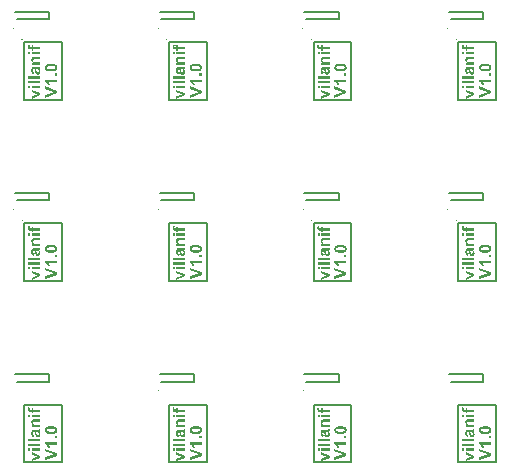
<source format=gto>
G04*
G04 #@! TF.GenerationSoftware,Altium Limited,Altium Designer,25.0.2 (28)*
G04*
G04 Layer_Color=65535*
%FSLAX44Y44*%
%MOMM*%
G71*
G04*
G04 #@! TF.SameCoordinates,6A123C44-6EB7-423C-9969-B25F4FCB3D5A*
G04*
G04*
G04 #@! TF.FilePolarity,Positive*
G04*
G01*
G75*
%ADD25C,0.2000*%
%ADD37C,0.1000*%
G36*
X450433Y476330D02*
X450421Y476308D01*
X450410Y476253D01*
X450388Y476153D01*
X450366Y476042D01*
X450344Y475897D01*
X450333Y475742D01*
X450310Y475575D01*
Y475342D01*
X450322Y475265D01*
X450333Y475165D01*
X450355Y475065D01*
X450399Y474965D01*
X450444Y474865D01*
X450510Y474787D01*
X450521Y474776D01*
X450555Y474765D01*
X450599Y474732D01*
X450677Y474699D01*
X450788Y474665D01*
X450921Y474643D01*
X451076Y474621D01*
X451276Y474610D01*
X451798D01*
Y476075D01*
X453341D01*
Y474610D01*
X459224D01*
Y472645D01*
X453341D01*
Y471557D01*
X451798D01*
Y472645D01*
X451243D01*
X451232D01*
X451198D01*
X451154D01*
X451087D01*
X451010Y472656D01*
X450921D01*
X450721Y472667D01*
X450499Y472690D01*
X450266Y472734D01*
X450044Y472778D01*
X449944Y472812D01*
X449855Y472845D01*
X449833Y472856D01*
X449778Y472889D01*
X449700Y472934D01*
X449589Y473012D01*
X449478Y473111D01*
X449345Y473233D01*
X449223Y473389D01*
X449112Y473578D01*
Y473589D01*
X449100Y473600D01*
X449078Y473633D01*
X449067Y473677D01*
X449012Y473788D01*
X448956Y473944D01*
X448912Y474144D01*
X448856Y474377D01*
X448823Y474643D01*
X448812Y474932D01*
Y475076D01*
X448823Y475154D01*
Y475243D01*
X448834Y475342D01*
X448845Y475453D01*
X448879Y475709D01*
X448923Y475986D01*
X448978Y476286D01*
X449067Y476586D01*
X450433Y476330D01*
D02*
G37*
G36*
X327933D02*
X327921Y476308D01*
X327910Y476253D01*
X327888Y476153D01*
X327866Y476042D01*
X327844Y475897D01*
X327833Y475742D01*
X327810Y475575D01*
Y475342D01*
X327822Y475265D01*
X327833Y475165D01*
X327855Y475065D01*
X327899Y474965D01*
X327944Y474865D01*
X328010Y474787D01*
X328021Y474776D01*
X328055Y474765D01*
X328099Y474732D01*
X328177Y474699D01*
X328288Y474665D01*
X328421Y474643D01*
X328576Y474621D01*
X328776Y474610D01*
X329298D01*
Y476075D01*
X330841D01*
Y474610D01*
X336724D01*
Y472645D01*
X330841D01*
Y471557D01*
X329298D01*
Y472645D01*
X328743D01*
X328732D01*
X328698D01*
X328654D01*
X328587D01*
X328510Y472656D01*
X328421D01*
X328221Y472667D01*
X327999Y472690D01*
X327766Y472734D01*
X327544Y472778D01*
X327444Y472812D01*
X327355Y472845D01*
X327333Y472856D01*
X327278Y472889D01*
X327200Y472934D01*
X327089Y473012D01*
X326978Y473111D01*
X326845Y473233D01*
X326723Y473389D01*
X326612Y473578D01*
Y473589D01*
X326600Y473600D01*
X326578Y473633D01*
X326567Y473677D01*
X326512Y473788D01*
X326456Y473944D01*
X326412Y474144D01*
X326356Y474377D01*
X326323Y474643D01*
X326312Y474932D01*
Y475076D01*
X326323Y475154D01*
Y475243D01*
X326334Y475342D01*
X326345Y475453D01*
X326379Y475709D01*
X326423Y475986D01*
X326478Y476286D01*
X326567Y476586D01*
X327933Y476330D01*
D02*
G37*
G36*
X205432D02*
X205421Y476308D01*
X205410Y476253D01*
X205388Y476153D01*
X205366Y476042D01*
X205344Y475897D01*
X205333Y475742D01*
X205310Y475575D01*
Y475342D01*
X205322Y475265D01*
X205333Y475165D01*
X205355Y475065D01*
X205399Y474965D01*
X205444Y474865D01*
X205510Y474787D01*
X205521Y474776D01*
X205555Y474765D01*
X205599Y474732D01*
X205677Y474699D01*
X205788Y474665D01*
X205921Y474643D01*
X206076Y474621D01*
X206276Y474610D01*
X206798D01*
Y476075D01*
X208341D01*
Y474610D01*
X214223D01*
Y472645D01*
X208341D01*
Y471557D01*
X206798D01*
Y472645D01*
X206243D01*
X206232D01*
X206198D01*
X206154D01*
X206087D01*
X206010Y472656D01*
X205921D01*
X205721Y472667D01*
X205499Y472690D01*
X205266Y472734D01*
X205044Y472778D01*
X204944Y472812D01*
X204855Y472845D01*
X204833Y472856D01*
X204778Y472889D01*
X204700Y472934D01*
X204589Y473012D01*
X204478Y473111D01*
X204345Y473233D01*
X204223Y473389D01*
X204112Y473578D01*
Y473589D01*
X204100Y473600D01*
X204078Y473633D01*
X204067Y473677D01*
X204012Y473788D01*
X203956Y473944D01*
X203912Y474144D01*
X203856Y474377D01*
X203823Y474643D01*
X203812Y474932D01*
Y475076D01*
X203823Y475154D01*
Y475243D01*
X203834Y475342D01*
X203845Y475453D01*
X203878Y475709D01*
X203923Y475986D01*
X203978Y476286D01*
X204067Y476586D01*
X205432Y476330D01*
D02*
G37*
G36*
X82932D02*
X82921Y476308D01*
X82910Y476253D01*
X82888Y476153D01*
X82866Y476042D01*
X82844Y475897D01*
X82832Y475742D01*
X82810Y475575D01*
Y475342D01*
X82821Y475265D01*
X82832Y475165D01*
X82855Y475065D01*
X82899Y474965D01*
X82943Y474865D01*
X83010Y474787D01*
X83021Y474776D01*
X83055Y474765D01*
X83099Y474732D01*
X83177Y474699D01*
X83288Y474665D01*
X83421Y474643D01*
X83576Y474621D01*
X83776Y474610D01*
X84298D01*
Y476075D01*
X85841D01*
Y474610D01*
X91723D01*
Y472645D01*
X85841D01*
Y471557D01*
X84298D01*
Y472645D01*
X83743D01*
X83732D01*
X83698D01*
X83654D01*
X83587D01*
X83510Y472656D01*
X83421D01*
X83221Y472667D01*
X82999Y472690D01*
X82766Y472734D01*
X82544Y472778D01*
X82444Y472812D01*
X82355Y472845D01*
X82333Y472856D01*
X82278Y472889D01*
X82200Y472934D01*
X82089Y473012D01*
X81978Y473111D01*
X81845Y473233D01*
X81723Y473389D01*
X81612Y473578D01*
Y473589D01*
X81601Y473600D01*
X81578Y473633D01*
X81567Y473677D01*
X81512Y473788D01*
X81456Y473944D01*
X81412Y474144D01*
X81356Y474377D01*
X81323Y474643D01*
X81312Y474932D01*
Y475076D01*
X81323Y475154D01*
Y475243D01*
X81334Y475342D01*
X81345Y475453D01*
X81378Y475709D01*
X81423Y475986D01*
X81478Y476286D01*
X81567Y476586D01*
X82932Y476330D01*
D02*
G37*
G36*
X459224Y468450D02*
X451798D01*
Y470414D01*
X459224D01*
Y468450D01*
D02*
G37*
G36*
X336724D02*
X329298D01*
Y470414D01*
X336724D01*
Y468450D01*
D02*
G37*
G36*
X214223D02*
X206798D01*
Y470414D01*
X214223D01*
Y468450D01*
D02*
G37*
G36*
X91723D02*
X84298D01*
Y470414D01*
X91723D01*
Y468450D01*
D02*
G37*
G36*
X450799D02*
X448978D01*
Y470414D01*
X450799D01*
Y468450D01*
D02*
G37*
G36*
X328299D02*
X326478D01*
Y470414D01*
X328299D01*
Y468450D01*
D02*
G37*
G36*
X205799D02*
X203978D01*
Y470414D01*
X205799D01*
Y468450D01*
D02*
G37*
G36*
X83299D02*
X81478D01*
Y470414D01*
X83299D01*
Y468450D01*
D02*
G37*
G36*
X459224Y464476D02*
X455438D01*
X455427D01*
X455383D01*
X455327D01*
X455239D01*
X455150D01*
X455039Y464465D01*
X454795D01*
X454528Y464442D01*
X454273Y464420D01*
X454151Y464409D01*
X454051Y464387D01*
X453962Y464365D01*
X453885Y464342D01*
X453873D01*
X453829Y464320D01*
X453762Y464287D01*
X453685Y464243D01*
X453596Y464187D01*
X453496Y464120D01*
X453407Y464032D01*
X453330Y463932D01*
X453318Y463921D01*
X453296Y463887D01*
X453263Y463821D01*
X453230Y463743D01*
X453196Y463643D01*
X453163Y463532D01*
X453141Y463410D01*
X453130Y463266D01*
Y463177D01*
X453141Y463088D01*
X453163Y462955D01*
X453196Y462822D01*
X453252Y462667D01*
X453318Y462500D01*
X453418Y462345D01*
X453429Y462322D01*
X453474Y462278D01*
X453529Y462211D01*
X453618Y462123D01*
X453718Y462034D01*
X453851Y461945D01*
X453996Y461867D01*
X454162Y461801D01*
X454184Y461790D01*
X454206D01*
X454251Y461778D01*
X454306Y461767D01*
X454373Y461756D01*
X454451Y461745D01*
X454539Y461734D01*
X454650Y461712D01*
X454772Y461701D01*
X454917Y461690D01*
X455072Y461679D01*
X455239Y461668D01*
X455427D01*
X455638Y461656D01*
X455860D01*
X459224D01*
Y459692D01*
X451798D01*
Y461512D01*
X452897D01*
X452886Y461523D01*
X452841Y461557D01*
X452775Y461612D01*
X452697Y461690D01*
X452608Y461778D01*
X452497Y461901D01*
X452386Y462023D01*
X452264Y462178D01*
X452142Y462345D01*
X452031Y462533D01*
X451920Y462733D01*
X451831Y462944D01*
X451742Y463177D01*
X451687Y463421D01*
X451642Y463676D01*
X451631Y463943D01*
Y464054D01*
X451642Y464176D01*
X451665Y464342D01*
X451687Y464520D01*
X451731Y464720D01*
X451798Y464931D01*
X451875Y465131D01*
Y465142D01*
X451886Y465153D01*
X451920Y465219D01*
X451964Y465319D01*
X452042Y465430D01*
X452120Y465564D01*
X452231Y465697D01*
X452342Y465830D01*
X452475Y465941D01*
X452486Y465952D01*
X452541Y465985D01*
X452608Y466030D01*
X452708Y466096D01*
X452830Y466163D01*
X452974Y466218D01*
X453130Y466285D01*
X453296Y466329D01*
X453318D01*
X453385Y466352D01*
X453485Y466363D01*
X453629Y466385D01*
X453818Y466407D01*
X454040Y466418D01*
X454306Y466440D01*
X454617D01*
X459224D01*
Y464476D01*
D02*
G37*
G36*
X336724D02*
X332938D01*
X332927D01*
X332883D01*
X332827D01*
X332739D01*
X332650D01*
X332539Y464465D01*
X332295D01*
X332028Y464442D01*
X331773Y464420D01*
X331651Y464409D01*
X331551Y464387D01*
X331462Y464365D01*
X331385Y464342D01*
X331373D01*
X331329Y464320D01*
X331262Y464287D01*
X331185Y464243D01*
X331096Y464187D01*
X330996Y464120D01*
X330907Y464032D01*
X330830Y463932D01*
X330818Y463921D01*
X330796Y463887D01*
X330763Y463821D01*
X330730Y463743D01*
X330696Y463643D01*
X330663Y463532D01*
X330641Y463410D01*
X330630Y463266D01*
Y463177D01*
X330641Y463088D01*
X330663Y462955D01*
X330696Y462822D01*
X330752Y462667D01*
X330818Y462500D01*
X330918Y462345D01*
X330929Y462322D01*
X330974Y462278D01*
X331029Y462211D01*
X331118Y462123D01*
X331218Y462034D01*
X331351Y461945D01*
X331496Y461867D01*
X331662Y461801D01*
X331684Y461790D01*
X331706D01*
X331751Y461778D01*
X331806Y461767D01*
X331873Y461756D01*
X331951Y461745D01*
X332039Y461734D01*
X332150Y461712D01*
X332272Y461701D01*
X332417Y461690D01*
X332572Y461679D01*
X332739Y461668D01*
X332927D01*
X333138Y461656D01*
X333360D01*
X336724D01*
Y459692D01*
X329298D01*
Y461512D01*
X330397D01*
X330386Y461523D01*
X330341Y461557D01*
X330275Y461612D01*
X330197Y461690D01*
X330108Y461778D01*
X329997Y461901D01*
X329886Y462023D01*
X329764Y462178D01*
X329642Y462345D01*
X329531Y462533D01*
X329420Y462733D01*
X329331Y462944D01*
X329242Y463177D01*
X329187Y463421D01*
X329142Y463676D01*
X329131Y463943D01*
Y464054D01*
X329142Y464176D01*
X329165Y464342D01*
X329187Y464520D01*
X329231Y464720D01*
X329298Y464931D01*
X329375Y465131D01*
Y465142D01*
X329386Y465153D01*
X329420Y465219D01*
X329464Y465319D01*
X329542Y465430D01*
X329620Y465564D01*
X329731Y465697D01*
X329842Y465830D01*
X329975Y465941D01*
X329986Y465952D01*
X330041Y465985D01*
X330108Y466030D01*
X330208Y466096D01*
X330330Y466163D01*
X330474Y466218D01*
X330630Y466285D01*
X330796Y466329D01*
X330818D01*
X330885Y466352D01*
X330985Y466363D01*
X331129Y466385D01*
X331318Y466407D01*
X331540Y466418D01*
X331806Y466440D01*
X332117D01*
X336724D01*
Y464476D01*
D02*
G37*
G36*
X214223D02*
X210438D01*
X210427D01*
X210383D01*
X210327D01*
X210239D01*
X210150D01*
X210039Y464465D01*
X209795D01*
X209528Y464442D01*
X209273Y464420D01*
X209151Y464409D01*
X209051Y464387D01*
X208962Y464365D01*
X208885Y464342D01*
X208873D01*
X208829Y464320D01*
X208762Y464287D01*
X208685Y464243D01*
X208596Y464187D01*
X208496Y464120D01*
X208407Y464032D01*
X208330Y463932D01*
X208318Y463921D01*
X208296Y463887D01*
X208263Y463821D01*
X208230Y463743D01*
X208196Y463643D01*
X208163Y463532D01*
X208141Y463410D01*
X208130Y463266D01*
Y463177D01*
X208141Y463088D01*
X208163Y462955D01*
X208196Y462822D01*
X208252Y462667D01*
X208318Y462500D01*
X208418Y462345D01*
X208429Y462322D01*
X208474Y462278D01*
X208529Y462211D01*
X208618Y462123D01*
X208718Y462034D01*
X208851Y461945D01*
X208995Y461867D01*
X209162Y461801D01*
X209184Y461790D01*
X209206D01*
X209251Y461778D01*
X209306Y461767D01*
X209373Y461756D01*
X209451Y461745D01*
X209539Y461734D01*
X209650Y461712D01*
X209772Y461701D01*
X209917Y461690D01*
X210072Y461679D01*
X210239Y461668D01*
X210427D01*
X210638Y461656D01*
X210860D01*
X214223D01*
Y459692D01*
X206798D01*
Y461512D01*
X207897D01*
X207885Y461523D01*
X207841Y461557D01*
X207775Y461612D01*
X207697Y461690D01*
X207608Y461778D01*
X207497Y461901D01*
X207386Y462023D01*
X207264Y462178D01*
X207142Y462345D01*
X207031Y462533D01*
X206920Y462733D01*
X206831Y462944D01*
X206742Y463177D01*
X206687Y463421D01*
X206642Y463676D01*
X206631Y463943D01*
Y464054D01*
X206642Y464176D01*
X206665Y464342D01*
X206687Y464520D01*
X206731Y464720D01*
X206798Y464931D01*
X206875Y465131D01*
Y465142D01*
X206887Y465153D01*
X206920Y465219D01*
X206964Y465319D01*
X207042Y465430D01*
X207120Y465564D01*
X207231Y465697D01*
X207342Y465830D01*
X207475Y465941D01*
X207486Y465952D01*
X207541Y465985D01*
X207608Y466030D01*
X207708Y466096D01*
X207830Y466163D01*
X207974Y466218D01*
X208130Y466285D01*
X208296Y466329D01*
X208318D01*
X208385Y466352D01*
X208485Y466363D01*
X208629Y466385D01*
X208818Y466407D01*
X209040Y466418D01*
X209306Y466440D01*
X209617D01*
X214223D01*
Y464476D01*
D02*
G37*
G36*
X91723D02*
X87938D01*
X87927D01*
X87883D01*
X87828D01*
X87739D01*
X87650D01*
X87539Y464465D01*
X87295D01*
X87028Y464442D01*
X86773Y464420D01*
X86651Y464409D01*
X86551Y464387D01*
X86462Y464365D01*
X86384Y464342D01*
X86373D01*
X86329Y464320D01*
X86262Y464287D01*
X86185Y464243D01*
X86096Y464187D01*
X85996Y464120D01*
X85907Y464032D01*
X85829Y463932D01*
X85818Y463921D01*
X85796Y463887D01*
X85763Y463821D01*
X85730Y463743D01*
X85696Y463643D01*
X85663Y463532D01*
X85641Y463410D01*
X85630Y463266D01*
Y463177D01*
X85641Y463088D01*
X85663Y462955D01*
X85696Y462822D01*
X85752Y462667D01*
X85818Y462500D01*
X85918Y462345D01*
X85929Y462322D01*
X85974Y462278D01*
X86029Y462211D01*
X86118Y462123D01*
X86218Y462034D01*
X86351Y461945D01*
X86496Y461867D01*
X86662Y461801D01*
X86684Y461790D01*
X86706D01*
X86751Y461778D01*
X86806Y461767D01*
X86873Y461756D01*
X86951Y461745D01*
X87039Y461734D01*
X87150Y461712D01*
X87273Y461701D01*
X87417Y461690D01*
X87572Y461679D01*
X87739Y461668D01*
X87927D01*
X88138Y461656D01*
X88360D01*
X91723D01*
Y459692D01*
X84298D01*
Y461512D01*
X85397D01*
X85386Y461523D01*
X85341Y461557D01*
X85274Y461612D01*
X85197Y461690D01*
X85108Y461778D01*
X84997Y461901D01*
X84886Y462023D01*
X84764Y462178D01*
X84642Y462345D01*
X84531Y462533D01*
X84420Y462733D01*
X84331Y462944D01*
X84242Y463177D01*
X84187Y463421D01*
X84142Y463676D01*
X84131Y463943D01*
Y464054D01*
X84142Y464176D01*
X84164Y464342D01*
X84187Y464520D01*
X84231Y464720D01*
X84298Y464931D01*
X84375Y465131D01*
Y465142D01*
X84387Y465153D01*
X84420Y465219D01*
X84464Y465319D01*
X84542Y465430D01*
X84620Y465564D01*
X84731Y465697D01*
X84842Y465830D01*
X84975Y465941D01*
X84986Y465952D01*
X85041Y465985D01*
X85108Y466030D01*
X85208Y466096D01*
X85330Y466163D01*
X85474Y466218D01*
X85630Y466285D01*
X85796Y466329D01*
X85818D01*
X85885Y466352D01*
X85985Y466363D01*
X86129Y466385D01*
X86318Y466407D01*
X86540Y466418D01*
X86806Y466440D01*
X87117D01*
X91723D01*
Y464476D01*
D02*
G37*
G36*
X459224Y456262D02*
X459212D01*
X459190Y456251D01*
X459146Y456229D01*
X459079Y456206D01*
X459002Y456184D01*
X458902Y456140D01*
X458779Y456106D01*
X458646Y456062D01*
X458635D01*
X458613Y456051D01*
X458546Y456040D01*
X458469Y456018D01*
X458435Y456007D01*
X458413Y455995D01*
X458435Y455973D01*
X458491Y455907D01*
X458580Y455807D01*
X458691Y455674D01*
X458802Y455518D01*
X458924Y455330D01*
X459046Y455130D01*
X459146Y454919D01*
Y454908D01*
X459157Y454897D01*
X459168Y454863D01*
X459179Y454819D01*
X459224Y454708D01*
X459268Y454552D01*
X459312Y454375D01*
X459357Y454164D01*
X459379Y453942D01*
X459390Y453698D01*
Y453587D01*
X459379Y453509D01*
X459368Y453409D01*
X459357Y453298D01*
X459334Y453176D01*
X459312Y453043D01*
X459246Y452754D01*
X459135Y452455D01*
X459057Y452299D01*
X458979Y452155D01*
X458890Y452022D01*
X458779Y451889D01*
X458768Y451878D01*
X458746Y451855D01*
X458713Y451833D01*
X458669Y451789D01*
X458602Y451733D01*
X458535Y451678D01*
X458447Y451622D01*
X458347Y451567D01*
X458236Y451500D01*
X458125Y451445D01*
X457847Y451334D01*
X457703Y451289D01*
X457547Y451267D01*
X457381Y451245D01*
X457203Y451234D01*
X457192D01*
X457170D01*
X457137D01*
X457092D01*
X456981Y451245D01*
X456826Y451267D01*
X456648Y451311D01*
X456460Y451356D01*
X456271Y451433D01*
X456082Y451533D01*
X456071D01*
X456060Y451544D01*
X456005Y451589D01*
X455916Y451656D01*
X455805Y451755D01*
X455683Y451866D01*
X455561Y452011D01*
X455438Y452177D01*
X455339Y452366D01*
Y452377D01*
X455327Y452388D01*
X455316Y452421D01*
X455294Y452466D01*
X455272Y452521D01*
X455239Y452588D01*
X455216Y452677D01*
X455183Y452765D01*
X455150Y452865D01*
X455106Y452987D01*
X455072Y453121D01*
X455028Y453254D01*
X454995Y453409D01*
X454950Y453576D01*
X454906Y453742D01*
X454872Y453931D01*
Y453942D01*
X454861Y453986D01*
X454850Y454064D01*
X454828Y454153D01*
X454806Y454264D01*
X454784Y454397D01*
X454750Y454541D01*
X454717Y454697D01*
X454639Y455008D01*
X454562Y455330D01*
X454517Y455474D01*
X454473Y455618D01*
X454428Y455740D01*
X454384Y455851D01*
X454195D01*
X454184D01*
X454173D01*
X454095D01*
X453996Y455840D01*
X453873Y455818D01*
X453740Y455785D01*
X453607Y455729D01*
X453474Y455662D01*
X453374Y455563D01*
X453363Y455551D01*
X453341Y455507D01*
X453296Y455429D01*
X453252Y455330D01*
X453207Y455185D01*
X453163Y454996D01*
X453152Y454885D01*
X453141Y454775D01*
X453130Y454641D01*
Y454408D01*
X453141Y454308D01*
X453152Y454197D01*
X453185Y454064D01*
X453218Y453920D01*
X453274Y453787D01*
X453341Y453665D01*
X453352Y453653D01*
X453385Y453620D01*
X453429Y453565D01*
X453507Y453498D01*
X453607Y453420D01*
X453740Y453343D01*
X453896Y453265D01*
X454073Y453198D01*
X453751Y451433D01*
X453740D01*
X453707Y451445D01*
X453651Y451467D01*
X453574Y451489D01*
X453485Y451522D01*
X453385Y451567D01*
X453152Y451678D01*
X452886Y451822D01*
X452619Y452000D01*
X452375Y452210D01*
X452253Y452332D01*
X452153Y452466D01*
X452142Y452477D01*
X452131Y452499D01*
X452108Y452543D01*
X452075Y452599D01*
X452031Y452677D01*
X451986Y452776D01*
X451942Y452887D01*
X451886Y453010D01*
X451842Y453165D01*
X451798Y453320D01*
X451753Y453498D01*
X451709Y453698D01*
X451676Y453909D01*
X451654Y454142D01*
X451631Y454386D01*
Y454874D01*
X451642Y454974D01*
Y455107D01*
X451654Y455241D01*
X451676Y455396D01*
X451709Y455718D01*
X451764Y456040D01*
X451842Y456351D01*
X451898Y456484D01*
X451953Y456617D01*
Y456628D01*
X451964Y456650D01*
X451986Y456684D01*
X452009Y456717D01*
X452075Y456839D01*
X452164Y456972D01*
X452286Y457128D01*
X452419Y457272D01*
X452575Y457416D01*
X452741Y457527D01*
X452763Y457538D01*
X452797Y457550D01*
X452830Y457572D01*
X452886Y457594D01*
X452963Y457616D01*
X453041Y457638D01*
X453141Y457660D01*
X453252Y457683D01*
X453374Y457705D01*
X453518Y457727D01*
X453685Y457749D01*
X453862Y457771D01*
X454051Y457783D01*
X454262Y457794D01*
X454495D01*
X456793Y457760D01*
X456804D01*
X456837D01*
X456881D01*
X456948D01*
X457037D01*
X457126D01*
X457337Y457771D01*
X457570Y457783D01*
X457814Y457794D01*
X458036Y457816D01*
X458147Y457838D01*
X458236Y457849D01*
X458258D01*
X458313Y457871D01*
X458413Y457893D01*
X458535Y457927D01*
X458680Y457971D01*
X458846Y458038D01*
X459035Y458116D01*
X459224Y458204D01*
Y456262D01*
D02*
G37*
G36*
X336724D02*
X336712D01*
X336690Y456251D01*
X336646Y456229D01*
X336579Y456206D01*
X336502Y456184D01*
X336402Y456140D01*
X336279Y456106D01*
X336146Y456062D01*
X336135D01*
X336113Y456051D01*
X336046Y456040D01*
X335969Y456018D01*
X335935Y456007D01*
X335913Y455995D01*
X335935Y455973D01*
X335991Y455907D01*
X336080Y455807D01*
X336191Y455674D01*
X336302Y455518D01*
X336424Y455330D01*
X336546Y455130D01*
X336646Y454919D01*
Y454908D01*
X336657Y454897D01*
X336668Y454863D01*
X336679Y454819D01*
X336724Y454708D01*
X336768Y454552D01*
X336812Y454375D01*
X336857Y454164D01*
X336879Y453942D01*
X336890Y453698D01*
Y453587D01*
X336879Y453509D01*
X336868Y453409D01*
X336857Y453298D01*
X336834Y453176D01*
X336812Y453043D01*
X336746Y452754D01*
X336635Y452455D01*
X336557Y452299D01*
X336479Y452155D01*
X336390Y452022D01*
X336279Y451889D01*
X336268Y451878D01*
X336246Y451855D01*
X336213Y451833D01*
X336169Y451789D01*
X336102Y451733D01*
X336035Y451678D01*
X335947Y451622D01*
X335847Y451567D01*
X335736Y451500D01*
X335625Y451445D01*
X335347Y451334D01*
X335203Y451289D01*
X335047Y451267D01*
X334881Y451245D01*
X334703Y451234D01*
X334692D01*
X334670D01*
X334637D01*
X334592D01*
X334481Y451245D01*
X334326Y451267D01*
X334148Y451311D01*
X333960Y451356D01*
X333771Y451433D01*
X333582Y451533D01*
X333571D01*
X333560Y451544D01*
X333505Y451589D01*
X333416Y451656D01*
X333305Y451755D01*
X333183Y451866D01*
X333061Y452011D01*
X332938Y452177D01*
X332839Y452366D01*
Y452377D01*
X332827Y452388D01*
X332816Y452421D01*
X332794Y452466D01*
X332772Y452521D01*
X332739Y452588D01*
X332716Y452677D01*
X332683Y452765D01*
X332650Y452865D01*
X332606Y452987D01*
X332572Y453121D01*
X332528Y453254D01*
X332495Y453409D01*
X332450Y453576D01*
X332406Y453742D01*
X332372Y453931D01*
Y453942D01*
X332361Y453986D01*
X332350Y454064D01*
X332328Y454153D01*
X332306Y454264D01*
X332284Y454397D01*
X332250Y454541D01*
X332217Y454697D01*
X332139Y455008D01*
X332062Y455330D01*
X332017Y455474D01*
X331973Y455618D01*
X331928Y455740D01*
X331884Y455851D01*
X331695D01*
X331684D01*
X331673D01*
X331595D01*
X331496Y455840D01*
X331373Y455818D01*
X331240Y455785D01*
X331107Y455729D01*
X330974Y455662D01*
X330874Y455563D01*
X330863Y455551D01*
X330841Y455507D01*
X330796Y455429D01*
X330752Y455330D01*
X330707Y455185D01*
X330663Y454996D01*
X330652Y454885D01*
X330641Y454775D01*
X330630Y454641D01*
Y454408D01*
X330641Y454308D01*
X330652Y454197D01*
X330685Y454064D01*
X330718Y453920D01*
X330774Y453787D01*
X330841Y453665D01*
X330852Y453653D01*
X330885Y453620D01*
X330929Y453565D01*
X331007Y453498D01*
X331107Y453420D01*
X331240Y453343D01*
X331396Y453265D01*
X331573Y453198D01*
X331251Y451433D01*
X331240D01*
X331207Y451445D01*
X331151Y451467D01*
X331074Y451489D01*
X330985Y451522D01*
X330885Y451567D01*
X330652Y451678D01*
X330386Y451822D01*
X330119Y452000D01*
X329875Y452210D01*
X329753Y452332D01*
X329653Y452466D01*
X329642Y452477D01*
X329631Y452499D01*
X329608Y452543D01*
X329575Y452599D01*
X329531Y452677D01*
X329486Y452776D01*
X329442Y452887D01*
X329386Y453010D01*
X329342Y453165D01*
X329298Y453320D01*
X329253Y453498D01*
X329209Y453698D01*
X329176Y453909D01*
X329153Y454142D01*
X329131Y454386D01*
Y454874D01*
X329142Y454974D01*
Y455107D01*
X329153Y455241D01*
X329176Y455396D01*
X329209Y455718D01*
X329264Y456040D01*
X329342Y456351D01*
X329398Y456484D01*
X329453Y456617D01*
Y456628D01*
X329464Y456650D01*
X329486Y456684D01*
X329509Y456717D01*
X329575Y456839D01*
X329664Y456972D01*
X329786Y457128D01*
X329919Y457272D01*
X330075Y457416D01*
X330241Y457527D01*
X330263Y457538D01*
X330297Y457550D01*
X330330Y457572D01*
X330386Y457594D01*
X330463Y457616D01*
X330541Y457638D01*
X330641Y457660D01*
X330752Y457683D01*
X330874Y457705D01*
X331018Y457727D01*
X331185Y457749D01*
X331362Y457771D01*
X331551Y457783D01*
X331762Y457794D01*
X331995D01*
X334293Y457760D01*
X334304D01*
X334337D01*
X334381D01*
X334448D01*
X334537D01*
X334626D01*
X334837Y457771D01*
X335070Y457783D01*
X335314Y457794D01*
X335536Y457816D01*
X335647Y457838D01*
X335736Y457849D01*
X335758D01*
X335813Y457871D01*
X335913Y457893D01*
X336035Y457927D01*
X336180Y457971D01*
X336346Y458038D01*
X336535Y458116D01*
X336724Y458204D01*
Y456262D01*
D02*
G37*
G36*
X214223D02*
X214212D01*
X214190Y456251D01*
X214146Y456229D01*
X214079Y456206D01*
X214002Y456184D01*
X213902Y456140D01*
X213780Y456106D01*
X213646Y456062D01*
X213635D01*
X213613Y456051D01*
X213546Y456040D01*
X213469Y456018D01*
X213435Y456007D01*
X213413Y455995D01*
X213435Y455973D01*
X213491Y455907D01*
X213580Y455807D01*
X213691Y455674D01*
X213802Y455518D01*
X213924Y455330D01*
X214046Y455130D01*
X214146Y454919D01*
Y454908D01*
X214157Y454897D01*
X214168Y454863D01*
X214179Y454819D01*
X214223Y454708D01*
X214268Y454552D01*
X214312Y454375D01*
X214357Y454164D01*
X214379Y453942D01*
X214390Y453698D01*
Y453587D01*
X214379Y453509D01*
X214368Y453409D01*
X214357Y453298D01*
X214335Y453176D01*
X214312Y453043D01*
X214246Y452754D01*
X214135Y452455D01*
X214057Y452299D01*
X213979Y452155D01*
X213890Y452022D01*
X213780Y451889D01*
X213768Y451878D01*
X213746Y451855D01*
X213713Y451833D01*
X213668Y451789D01*
X213602Y451733D01*
X213535Y451678D01*
X213447Y451622D01*
X213347Y451567D01*
X213236Y451500D01*
X213125Y451445D01*
X212847Y451334D01*
X212703Y451289D01*
X212547Y451267D01*
X212381Y451245D01*
X212203Y451234D01*
X212192D01*
X212170D01*
X212137D01*
X212092D01*
X211981Y451245D01*
X211826Y451267D01*
X211648Y451311D01*
X211460Y451356D01*
X211271Y451433D01*
X211082Y451533D01*
X211071D01*
X211060Y451544D01*
X211005Y451589D01*
X210916Y451656D01*
X210805Y451755D01*
X210683Y451866D01*
X210561Y452011D01*
X210438Y452177D01*
X210339Y452366D01*
Y452377D01*
X210327Y452388D01*
X210316Y452421D01*
X210294Y452466D01*
X210272Y452521D01*
X210239Y452588D01*
X210217Y452677D01*
X210183Y452765D01*
X210150Y452865D01*
X210105Y452987D01*
X210072Y453121D01*
X210028Y453254D01*
X209995Y453409D01*
X209950Y453576D01*
X209906Y453742D01*
X209872Y453931D01*
Y453942D01*
X209861Y453986D01*
X209850Y454064D01*
X209828Y454153D01*
X209806Y454264D01*
X209784Y454397D01*
X209750Y454541D01*
X209717Y454697D01*
X209639Y455008D01*
X209562Y455330D01*
X209517Y455474D01*
X209473Y455618D01*
X209428Y455740D01*
X209384Y455851D01*
X209195D01*
X209184D01*
X209173D01*
X209095D01*
X208995Y455840D01*
X208873Y455818D01*
X208740Y455785D01*
X208607Y455729D01*
X208474Y455662D01*
X208374Y455563D01*
X208363Y455551D01*
X208341Y455507D01*
X208296Y455429D01*
X208252Y455330D01*
X208207Y455185D01*
X208163Y454996D01*
X208152Y454885D01*
X208141Y454775D01*
X208130Y454641D01*
Y454408D01*
X208141Y454308D01*
X208152Y454197D01*
X208185Y454064D01*
X208218Y453920D01*
X208274Y453787D01*
X208341Y453665D01*
X208352Y453653D01*
X208385Y453620D01*
X208429Y453565D01*
X208507Y453498D01*
X208607Y453420D01*
X208740Y453343D01*
X208896Y453265D01*
X209073Y453198D01*
X208751Y451433D01*
X208740D01*
X208707Y451445D01*
X208651Y451467D01*
X208574Y451489D01*
X208485Y451522D01*
X208385Y451567D01*
X208152Y451678D01*
X207885Y451822D01*
X207619Y452000D01*
X207375Y452210D01*
X207253Y452332D01*
X207153Y452466D01*
X207142Y452477D01*
X207131Y452499D01*
X207108Y452543D01*
X207075Y452599D01*
X207031Y452677D01*
X206986Y452776D01*
X206942Y452887D01*
X206887Y453010D01*
X206842Y453165D01*
X206798Y453320D01*
X206753Y453498D01*
X206709Y453698D01*
X206676Y453909D01*
X206653Y454142D01*
X206631Y454386D01*
Y454874D01*
X206642Y454974D01*
Y455107D01*
X206653Y455241D01*
X206676Y455396D01*
X206709Y455718D01*
X206764Y456040D01*
X206842Y456351D01*
X206898Y456484D01*
X206953Y456617D01*
Y456628D01*
X206964Y456650D01*
X206986Y456684D01*
X207009Y456717D01*
X207075Y456839D01*
X207164Y456972D01*
X207286Y457128D01*
X207419Y457272D01*
X207575Y457416D01*
X207741Y457527D01*
X207763Y457538D01*
X207797Y457550D01*
X207830Y457572D01*
X207885Y457594D01*
X207963Y457616D01*
X208041Y457638D01*
X208141Y457660D01*
X208252Y457683D01*
X208374Y457705D01*
X208518Y457727D01*
X208685Y457749D01*
X208862Y457771D01*
X209051Y457783D01*
X209262Y457794D01*
X209495D01*
X211793Y457760D01*
X211804D01*
X211837D01*
X211881D01*
X211948D01*
X212037D01*
X212126D01*
X212337Y457771D01*
X212570Y457783D01*
X212814Y457794D01*
X213036Y457816D01*
X213147Y457838D01*
X213236Y457849D01*
X213258D01*
X213313Y457871D01*
X213413Y457893D01*
X213535Y457927D01*
X213680Y457971D01*
X213846Y458038D01*
X214035Y458116D01*
X214223Y458204D01*
Y456262D01*
D02*
G37*
G36*
X91723D02*
X91712D01*
X91690Y456251D01*
X91646Y456229D01*
X91579Y456206D01*
X91502Y456184D01*
X91402Y456140D01*
X91279Y456106D01*
X91146Y456062D01*
X91135D01*
X91113Y456051D01*
X91046Y456040D01*
X90969Y456018D01*
X90935Y456007D01*
X90913Y455995D01*
X90935Y455973D01*
X90991Y455907D01*
X91080Y455807D01*
X91191Y455674D01*
X91302Y455518D01*
X91424Y455330D01*
X91546Y455130D01*
X91646Y454919D01*
Y454908D01*
X91657Y454897D01*
X91668Y454863D01*
X91679Y454819D01*
X91723Y454708D01*
X91768Y454552D01*
X91812Y454375D01*
X91857Y454164D01*
X91879Y453942D01*
X91890Y453698D01*
Y453587D01*
X91879Y453509D01*
X91868Y453409D01*
X91857Y453298D01*
X91834Y453176D01*
X91812Y453043D01*
X91746Y452754D01*
X91635Y452455D01*
X91557Y452299D01*
X91479Y452155D01*
X91390Y452022D01*
X91279Y451889D01*
X91268Y451878D01*
X91246Y451855D01*
X91213Y451833D01*
X91168Y451789D01*
X91102Y451733D01*
X91035Y451678D01*
X90947Y451622D01*
X90847Y451567D01*
X90736Y451500D01*
X90625Y451445D01*
X90347Y451334D01*
X90203Y451289D01*
X90047Y451267D01*
X89881Y451245D01*
X89703Y451234D01*
X89692D01*
X89670D01*
X89637D01*
X89592D01*
X89481Y451245D01*
X89326Y451267D01*
X89148Y451311D01*
X88960Y451356D01*
X88771Y451433D01*
X88582Y451533D01*
X88571D01*
X88560Y451544D01*
X88504Y451589D01*
X88416Y451656D01*
X88305Y451755D01*
X88183Y451866D01*
X88061Y452011D01*
X87938Y452177D01*
X87839Y452366D01*
Y452377D01*
X87828Y452388D01*
X87816Y452421D01*
X87794Y452466D01*
X87772Y452521D01*
X87739Y452588D01*
X87717Y452677D01*
X87683Y452765D01*
X87650Y452865D01*
X87605Y452987D01*
X87572Y453121D01*
X87528Y453254D01*
X87494Y453409D01*
X87450Y453576D01*
X87406Y453742D01*
X87372Y453931D01*
Y453942D01*
X87361Y453986D01*
X87350Y454064D01*
X87328Y454153D01*
X87306Y454264D01*
X87284Y454397D01*
X87250Y454541D01*
X87217Y454697D01*
X87139Y455008D01*
X87062Y455330D01*
X87017Y455474D01*
X86973Y455618D01*
X86928Y455740D01*
X86884Y455851D01*
X86695D01*
X86684D01*
X86673D01*
X86595D01*
X86496Y455840D01*
X86373Y455818D01*
X86240Y455785D01*
X86107Y455729D01*
X85974Y455662D01*
X85874Y455563D01*
X85863Y455551D01*
X85841Y455507D01*
X85796Y455429D01*
X85752Y455330D01*
X85707Y455185D01*
X85663Y454996D01*
X85652Y454885D01*
X85641Y454775D01*
X85630Y454641D01*
Y454408D01*
X85641Y454308D01*
X85652Y454197D01*
X85685Y454064D01*
X85718Y453920D01*
X85774Y453787D01*
X85841Y453665D01*
X85852Y453653D01*
X85885Y453620D01*
X85929Y453565D01*
X86007Y453498D01*
X86107Y453420D01*
X86240Y453343D01*
X86396Y453265D01*
X86573Y453198D01*
X86251Y451433D01*
X86240D01*
X86207Y451445D01*
X86151Y451467D01*
X86074Y451489D01*
X85985Y451522D01*
X85885Y451567D01*
X85652Y451678D01*
X85386Y451822D01*
X85119Y452000D01*
X84875Y452210D01*
X84753Y452332D01*
X84653Y452466D01*
X84642Y452477D01*
X84631Y452499D01*
X84608Y452543D01*
X84575Y452599D01*
X84531Y452677D01*
X84486Y452776D01*
X84442Y452887D01*
X84387Y453010D01*
X84342Y453165D01*
X84298Y453320D01*
X84253Y453498D01*
X84209Y453698D01*
X84176Y453909D01*
X84153Y454142D01*
X84131Y454386D01*
Y454874D01*
X84142Y454974D01*
Y455107D01*
X84153Y455241D01*
X84176Y455396D01*
X84209Y455718D01*
X84264Y456040D01*
X84342Y456351D01*
X84398Y456484D01*
X84453Y456617D01*
Y456628D01*
X84464Y456650D01*
X84486Y456684D01*
X84509Y456717D01*
X84575Y456839D01*
X84664Y456972D01*
X84786Y457128D01*
X84919Y457272D01*
X85075Y457416D01*
X85241Y457527D01*
X85263Y457538D01*
X85297Y457550D01*
X85330Y457572D01*
X85386Y457594D01*
X85463Y457616D01*
X85541Y457638D01*
X85641Y457660D01*
X85752Y457683D01*
X85874Y457705D01*
X86018Y457727D01*
X86185Y457749D01*
X86362Y457771D01*
X86551Y457783D01*
X86762Y457794D01*
X86995D01*
X89293Y457760D01*
X89304D01*
X89337D01*
X89381D01*
X89448D01*
X89537D01*
X89626D01*
X89837Y457771D01*
X90070Y457783D01*
X90314Y457794D01*
X90536Y457816D01*
X90647Y457838D01*
X90736Y457849D01*
X90758D01*
X90813Y457871D01*
X90913Y457893D01*
X91035Y457927D01*
X91180Y457971D01*
X91346Y458038D01*
X91535Y458116D01*
X91723Y458204D01*
Y456262D01*
D02*
G37*
G36*
X468689Y460625D02*
X468778D01*
X468889D01*
X469122Y460603D01*
X469400Y460581D01*
X469700Y460547D01*
X470022Y460514D01*
X470366Y460459D01*
X470710Y460392D01*
X471065Y460303D01*
X471409Y460214D01*
X471731Y460092D01*
X472053Y459959D01*
X472341Y459804D01*
X472597Y459626D01*
X472608Y459615D01*
X472641Y459593D01*
X472696Y459537D01*
X472763Y459471D01*
X472841Y459393D01*
X472930Y459282D01*
X473018Y459160D01*
X473118Y459027D01*
X473218Y458871D01*
X473307Y458694D01*
X473396Y458505D01*
X473474Y458294D01*
X473540Y458072D01*
X473596Y457828D01*
X473629Y457573D01*
X473640Y457306D01*
Y457240D01*
X473629Y457162D01*
X473618Y457062D01*
X473607Y456929D01*
X473585Y456785D01*
X473540Y456618D01*
X473496Y456441D01*
X473440Y456252D01*
X473363Y456063D01*
X473263Y455863D01*
X473163Y455663D01*
X473030Y455464D01*
X472874Y455264D01*
X472696Y455075D01*
X472497Y454898D01*
X472486Y454887D01*
X472441Y454864D01*
X472375Y454809D01*
X472275Y454753D01*
X472141Y454687D01*
X471975Y454609D01*
X471775Y454531D01*
X471553Y454443D01*
X471287Y454354D01*
X470987Y454276D01*
X470654Y454198D01*
X470277Y454132D01*
X469866Y454076D01*
X469411Y454032D01*
X468923Y453999D01*
X468390Y453988D01*
X468379D01*
X468357D01*
X468312D01*
X468268D01*
X468190D01*
X468112Y453999D01*
X468023D01*
X467924D01*
X467679Y454021D01*
X467413Y454043D01*
X467113Y454076D01*
X466791Y454110D01*
X466447Y454165D01*
X466103Y454232D01*
X465759Y454309D01*
X465415Y454409D01*
X465082Y454520D01*
X464771Y454653D01*
X464483Y454809D01*
X464227Y454986D01*
X464216Y454997D01*
X464183Y455031D01*
X464128Y455075D01*
X464061Y455142D01*
X463983Y455231D01*
X463894Y455331D01*
X463795Y455453D01*
X463695Y455586D01*
X463606Y455741D01*
X463506Y455919D01*
X463417Y456107D01*
X463339Y456318D01*
X463273Y456540D01*
X463217Y456785D01*
X463184Y457040D01*
X463173Y457306D01*
Y457373D01*
X463184Y457451D01*
Y457551D01*
X463206Y457673D01*
X463228Y457817D01*
X463262Y457983D01*
X463306Y458161D01*
X463362Y458339D01*
X463428Y458527D01*
X463517Y458727D01*
X463617Y458916D01*
X463739Y459104D01*
X463883Y459293D01*
X464050Y459471D01*
X464239Y459637D01*
X464250Y459648D01*
X464294Y459682D01*
X464372Y459726D01*
X464483Y459793D01*
X464616Y459870D01*
X464794Y459959D01*
X464993Y460048D01*
X465238Y460137D01*
X465504Y460225D01*
X465815Y460325D01*
X466159Y460403D01*
X466536Y460481D01*
X466947Y460547D01*
X467402Y460592D01*
X467890Y460625D01*
X468412Y460636D01*
X468423D01*
X468445D01*
X468490D01*
X468534D01*
X468612D01*
X468689Y460625D01*
D02*
G37*
G36*
X346189D02*
X346278D01*
X346389D01*
X346622Y460603D01*
X346900Y460581D01*
X347200Y460547D01*
X347522Y460514D01*
X347866Y460459D01*
X348210Y460392D01*
X348565Y460303D01*
X348909Y460214D01*
X349231Y460092D01*
X349553Y459959D01*
X349841Y459804D01*
X350097Y459626D01*
X350108Y459615D01*
X350141Y459593D01*
X350196Y459537D01*
X350263Y459471D01*
X350341Y459393D01*
X350430Y459282D01*
X350518Y459160D01*
X350618Y459027D01*
X350718Y458871D01*
X350807Y458694D01*
X350896Y458505D01*
X350974Y458294D01*
X351040Y458072D01*
X351096Y457828D01*
X351129Y457573D01*
X351140Y457306D01*
Y457240D01*
X351129Y457162D01*
X351118Y457062D01*
X351107Y456929D01*
X351085Y456785D01*
X351040Y456618D01*
X350996Y456441D01*
X350940Y456252D01*
X350863Y456063D01*
X350763Y455863D01*
X350663Y455663D01*
X350530Y455464D01*
X350374Y455264D01*
X350196Y455075D01*
X349997Y454898D01*
X349986Y454887D01*
X349941Y454864D01*
X349875Y454809D01*
X349775Y454753D01*
X349641Y454687D01*
X349475Y454609D01*
X349275Y454531D01*
X349053Y454443D01*
X348787Y454354D01*
X348487Y454276D01*
X348154Y454198D01*
X347777Y454132D01*
X347366Y454076D01*
X346911Y454032D01*
X346423Y453999D01*
X345890Y453988D01*
X345879D01*
X345857D01*
X345812D01*
X345768D01*
X345690D01*
X345612Y453999D01*
X345523D01*
X345424D01*
X345179Y454021D01*
X344913Y454043D01*
X344613Y454076D01*
X344291Y454110D01*
X343947Y454165D01*
X343603Y454232D01*
X343259Y454309D01*
X342915Y454409D01*
X342582Y454520D01*
X342271Y454653D01*
X341983Y454809D01*
X341727Y454986D01*
X341716Y454997D01*
X341683Y455031D01*
X341628Y455075D01*
X341561Y455142D01*
X341483Y455231D01*
X341394Y455331D01*
X341295Y455453D01*
X341195Y455586D01*
X341106Y455741D01*
X341006Y455919D01*
X340917Y456107D01*
X340839Y456318D01*
X340773Y456540D01*
X340717Y456785D01*
X340684Y457040D01*
X340673Y457306D01*
Y457373D01*
X340684Y457451D01*
Y457551D01*
X340706Y457673D01*
X340728Y457817D01*
X340762Y457983D01*
X340806Y458161D01*
X340862Y458339D01*
X340928Y458527D01*
X341017Y458727D01*
X341117Y458916D01*
X341239Y459104D01*
X341383Y459293D01*
X341550Y459471D01*
X341739Y459637D01*
X341750Y459648D01*
X341794Y459682D01*
X341872Y459726D01*
X341983Y459793D01*
X342116Y459870D01*
X342294Y459959D01*
X342493Y460048D01*
X342738Y460137D01*
X343004Y460225D01*
X343315Y460325D01*
X343659Y460403D01*
X344036Y460481D01*
X344447Y460547D01*
X344902Y460592D01*
X345390Y460625D01*
X345912Y460636D01*
X345923D01*
X345945D01*
X345990D01*
X346034D01*
X346112D01*
X346189Y460625D01*
D02*
G37*
G36*
X223689D02*
X223778D01*
X223889D01*
X224122Y460603D01*
X224400Y460581D01*
X224700Y460547D01*
X225021Y460514D01*
X225366Y460459D01*
X225710Y460392D01*
X226065Y460303D01*
X226409Y460214D01*
X226731Y460092D01*
X227053Y459959D01*
X227341Y459804D01*
X227597Y459626D01*
X227608Y459615D01*
X227641Y459593D01*
X227696Y459537D01*
X227763Y459471D01*
X227841Y459393D01*
X227930Y459282D01*
X228018Y459160D01*
X228118Y459027D01*
X228218Y458871D01*
X228307Y458694D01*
X228396Y458505D01*
X228473Y458294D01*
X228540Y458072D01*
X228596Y457828D01*
X228629Y457573D01*
X228640Y457306D01*
Y457240D01*
X228629Y457162D01*
X228618Y457062D01*
X228607Y456929D01*
X228584Y456785D01*
X228540Y456618D01*
X228496Y456441D01*
X228440Y456252D01*
X228363Y456063D01*
X228263Y455863D01*
X228163Y455663D01*
X228029Y455464D01*
X227874Y455264D01*
X227696Y455075D01*
X227497Y454898D01*
X227486Y454887D01*
X227441Y454864D01*
X227375Y454809D01*
X227275Y454753D01*
X227141Y454687D01*
X226975Y454609D01*
X226775Y454531D01*
X226553Y454443D01*
X226287Y454354D01*
X225987Y454276D01*
X225654Y454198D01*
X225277Y454132D01*
X224866Y454076D01*
X224411Y454032D01*
X223923Y453999D01*
X223390Y453988D01*
X223379D01*
X223356D01*
X223312D01*
X223268D01*
X223190D01*
X223112Y453999D01*
X223023D01*
X222924D01*
X222679Y454021D01*
X222413Y454043D01*
X222113Y454076D01*
X221791Y454110D01*
X221447Y454165D01*
X221103Y454232D01*
X220759Y454309D01*
X220415Y454409D01*
X220082Y454520D01*
X219771Y454653D01*
X219483Y454809D01*
X219227Y454986D01*
X219216Y454997D01*
X219183Y455031D01*
X219128Y455075D01*
X219061Y455142D01*
X218983Y455231D01*
X218894Y455331D01*
X218794Y455453D01*
X218695Y455586D01*
X218606Y455741D01*
X218506Y455919D01*
X218417Y456107D01*
X218339Y456318D01*
X218273Y456540D01*
X218217Y456785D01*
X218184Y457040D01*
X218173Y457306D01*
Y457373D01*
X218184Y457451D01*
Y457551D01*
X218206Y457673D01*
X218228Y457817D01*
X218262Y457983D01*
X218306Y458161D01*
X218362Y458339D01*
X218428Y458527D01*
X218517Y458727D01*
X218617Y458916D01*
X218739Y459104D01*
X218883Y459293D01*
X219050Y459471D01*
X219238Y459637D01*
X219250Y459648D01*
X219294Y459682D01*
X219372Y459726D01*
X219483Y459793D01*
X219616Y459870D01*
X219793Y459959D01*
X219993Y460048D01*
X220238Y460137D01*
X220504Y460225D01*
X220815Y460325D01*
X221159Y460403D01*
X221536Y460481D01*
X221947Y460547D01*
X222402Y460592D01*
X222890Y460625D01*
X223412Y460636D01*
X223423D01*
X223445D01*
X223490D01*
X223534D01*
X223612D01*
X223689Y460625D01*
D02*
G37*
G36*
X101189D02*
X101278D01*
X101389D01*
X101622Y460603D01*
X101900Y460581D01*
X102200Y460547D01*
X102521Y460514D01*
X102866Y460459D01*
X103210Y460392D01*
X103565Y460303D01*
X103909Y460214D01*
X104231Y460092D01*
X104553Y459959D01*
X104841Y459804D01*
X105097Y459626D01*
X105108Y459615D01*
X105141Y459593D01*
X105197Y459537D01*
X105263Y459471D01*
X105341Y459393D01*
X105430Y459282D01*
X105518Y459160D01*
X105618Y459027D01*
X105718Y458871D01*
X105807Y458694D01*
X105896Y458505D01*
X105974Y458294D01*
X106040Y458072D01*
X106096Y457828D01*
X106129Y457573D01*
X106140Y457306D01*
Y457240D01*
X106129Y457162D01*
X106118Y457062D01*
X106107Y456929D01*
X106084Y456785D01*
X106040Y456618D01*
X105996Y456441D01*
X105940Y456252D01*
X105863Y456063D01*
X105763Y455863D01*
X105663Y455663D01*
X105529Y455464D01*
X105374Y455264D01*
X105197Y455075D01*
X104997Y454898D01*
X104986Y454887D01*
X104941Y454864D01*
X104875Y454809D01*
X104775Y454753D01*
X104642Y454687D01*
X104475Y454609D01*
X104275Y454531D01*
X104053Y454443D01*
X103787Y454354D01*
X103487Y454276D01*
X103154Y454198D01*
X102777Y454132D01*
X102366Y454076D01*
X101911Y454032D01*
X101423Y453999D01*
X100890Y453988D01*
X100879D01*
X100857D01*
X100812D01*
X100768D01*
X100690D01*
X100612Y453999D01*
X100524D01*
X100424D01*
X100179Y454021D01*
X99913Y454043D01*
X99613Y454076D01*
X99291Y454110D01*
X98947Y454165D01*
X98603Y454232D01*
X98259Y454309D01*
X97915Y454409D01*
X97582Y454520D01*
X97271Y454653D01*
X96983Y454809D01*
X96727Y454986D01*
X96716Y454997D01*
X96683Y455031D01*
X96628Y455075D01*
X96561Y455142D01*
X96483Y455231D01*
X96394Y455331D01*
X96294Y455453D01*
X96195Y455586D01*
X96106Y455741D01*
X96006Y455919D01*
X95917Y456107D01*
X95839Y456318D01*
X95773Y456540D01*
X95717Y456785D01*
X95684Y457040D01*
X95673Y457306D01*
Y457373D01*
X95684Y457451D01*
Y457551D01*
X95706Y457673D01*
X95728Y457817D01*
X95762Y457983D01*
X95806Y458161D01*
X95862Y458339D01*
X95928Y458527D01*
X96017Y458727D01*
X96117Y458916D01*
X96239Y459104D01*
X96383Y459293D01*
X96550Y459471D01*
X96739Y459637D01*
X96750Y459648D01*
X96794Y459682D01*
X96872Y459726D01*
X96983Y459793D01*
X97116Y459870D01*
X97294Y459959D01*
X97493Y460048D01*
X97737Y460137D01*
X98004Y460225D01*
X98315Y460325D01*
X98659Y460403D01*
X99036Y460481D01*
X99447Y460547D01*
X99902Y460592D01*
X100390Y460625D01*
X100912Y460636D01*
X100923D01*
X100945D01*
X100990D01*
X101034D01*
X101112D01*
X101189Y460625D01*
D02*
G37*
G36*
X473451Y450435D02*
X471487D01*
Y452400D01*
X473451D01*
Y450435D01*
D02*
G37*
G36*
X350951D02*
X348987D01*
Y452400D01*
X350951D01*
Y450435D01*
D02*
G37*
G36*
X228451D02*
X226487D01*
Y452400D01*
X228451D01*
Y450435D01*
D02*
G37*
G36*
X105951D02*
X103987D01*
Y452400D01*
X105951D01*
Y450435D01*
D02*
G37*
G36*
X459224Y447782D02*
X448978D01*
Y449746D01*
X459224D01*
Y447782D01*
D02*
G37*
G36*
X336724D02*
X326478D01*
Y449746D01*
X336724D01*
Y447782D01*
D02*
G37*
G36*
X214223D02*
X203978D01*
Y449746D01*
X214223D01*
Y447782D01*
D02*
G37*
G36*
X91723D02*
X81478D01*
Y449746D01*
X91723D01*
Y447782D01*
D02*
G37*
G36*
X459224Y443808D02*
X448978D01*
Y445773D01*
X459224D01*
Y443808D01*
D02*
G37*
G36*
X336724D02*
X326478D01*
Y445773D01*
X336724D01*
Y443808D01*
D02*
G37*
G36*
X214223D02*
X203978D01*
Y445773D01*
X214223D01*
Y443808D01*
D02*
G37*
G36*
X91723D02*
X81478D01*
Y445773D01*
X91723D01*
Y443808D01*
D02*
G37*
G36*
X473451Y445119D02*
X466070D01*
X466081Y445108D01*
X466114Y445074D01*
X466170Y445008D01*
X466236Y444930D01*
X466314Y444830D01*
X466414Y444697D01*
X466525Y444564D01*
X466636Y444397D01*
X466758Y444220D01*
X466880Y444031D01*
X467002Y443820D01*
X467124Y443598D01*
X467247Y443365D01*
X467357Y443110D01*
X467457Y442854D01*
X467557Y442588D01*
X465770D01*
Y442599D01*
X465759Y442621D01*
X465748Y442666D01*
X465726Y442721D01*
X465693Y442799D01*
X465659Y442877D01*
X465615Y442976D01*
X465559Y443088D01*
X465437Y443332D01*
X465271Y443609D01*
X465071Y443920D01*
X464827Y444253D01*
X464816Y444264D01*
X464794Y444297D01*
X464760Y444342D01*
X464705Y444397D01*
X464638Y444475D01*
X464549Y444553D01*
X464460Y444641D01*
X464350Y444741D01*
X464105Y444952D01*
X463828Y445152D01*
X463517Y445341D01*
X463350Y445418D01*
X463173Y445485D01*
Y447083D01*
X473451D01*
Y445119D01*
D02*
G37*
G36*
X350951D02*
X343570D01*
X343581Y445108D01*
X343614Y445074D01*
X343670Y445008D01*
X343736Y444930D01*
X343814Y444830D01*
X343914Y444697D01*
X344025Y444564D01*
X344136Y444397D01*
X344258Y444220D01*
X344380Y444031D01*
X344502Y443820D01*
X344624Y443598D01*
X344747Y443365D01*
X344857Y443110D01*
X344957Y442854D01*
X345057Y442588D01*
X343270D01*
Y442599D01*
X343259Y442621D01*
X343248Y442666D01*
X343226Y442721D01*
X343193Y442799D01*
X343159Y442877D01*
X343115Y442976D01*
X343059Y443088D01*
X342937Y443332D01*
X342771Y443609D01*
X342571Y443920D01*
X342327Y444253D01*
X342316Y444264D01*
X342294Y444297D01*
X342260Y444342D01*
X342205Y444397D01*
X342138Y444475D01*
X342049Y444553D01*
X341960Y444641D01*
X341850Y444741D01*
X341605Y444952D01*
X341328Y445152D01*
X341017Y445341D01*
X340850Y445418D01*
X340673Y445485D01*
Y447083D01*
X350951D01*
Y445119D01*
D02*
G37*
G36*
X228451D02*
X221070D01*
X221081Y445108D01*
X221114Y445074D01*
X221170Y445008D01*
X221236Y444930D01*
X221314Y444830D01*
X221414Y444697D01*
X221525Y444564D01*
X221636Y444397D01*
X221758Y444220D01*
X221880Y444031D01*
X222002Y443820D01*
X222124Y443598D01*
X222246Y443365D01*
X222358Y443110D01*
X222457Y442854D01*
X222557Y442588D01*
X220770D01*
Y442599D01*
X220759Y442621D01*
X220748Y442666D01*
X220726Y442721D01*
X220693Y442799D01*
X220659Y442877D01*
X220615Y442976D01*
X220559Y443088D01*
X220437Y443332D01*
X220271Y443609D01*
X220071Y443920D01*
X219827Y444253D01*
X219816Y444264D01*
X219793Y444297D01*
X219760Y444342D01*
X219705Y444397D01*
X219638Y444475D01*
X219549Y444553D01*
X219461Y444641D01*
X219349Y444741D01*
X219105Y444952D01*
X218828Y445152D01*
X218517Y445341D01*
X218351Y445418D01*
X218173Y445485D01*
Y447083D01*
X228451D01*
Y445119D01*
D02*
G37*
G36*
X105951D02*
X98570D01*
X98581Y445108D01*
X98614Y445074D01*
X98670Y445008D01*
X98736Y444930D01*
X98814Y444830D01*
X98914Y444697D01*
X99025Y444564D01*
X99136Y444397D01*
X99258Y444220D01*
X99380Y444031D01*
X99502Y443820D01*
X99624Y443598D01*
X99747Y443365D01*
X99858Y443110D01*
X99957Y442854D01*
X100057Y442588D01*
X98270D01*
Y442599D01*
X98259Y442621D01*
X98248Y442666D01*
X98226Y442721D01*
X98193Y442799D01*
X98159Y442877D01*
X98115Y442976D01*
X98059Y443088D01*
X97937Y443332D01*
X97771Y443609D01*
X97571Y443920D01*
X97327Y444253D01*
X97316Y444264D01*
X97294Y444297D01*
X97260Y444342D01*
X97205Y444397D01*
X97138Y444475D01*
X97049Y444553D01*
X96960Y444641D01*
X96849Y444741D01*
X96605Y444952D01*
X96328Y445152D01*
X96017Y445341D01*
X95850Y445418D01*
X95673Y445485D01*
Y447083D01*
X105951D01*
Y445119D01*
D02*
G37*
G36*
X459224Y439834D02*
X451798D01*
Y441799D01*
X459224D01*
Y439834D01*
D02*
G37*
G36*
X336724D02*
X329298D01*
Y441799D01*
X336724D01*
Y439834D01*
D02*
G37*
G36*
X214223D02*
X206798D01*
Y441799D01*
X214223D01*
Y439834D01*
D02*
G37*
G36*
X91723D02*
X84298D01*
Y441799D01*
X91723D01*
Y439834D01*
D02*
G37*
G36*
X450799D02*
X448978D01*
Y441799D01*
X450799D01*
Y439834D01*
D02*
G37*
G36*
X328299D02*
X326478D01*
Y441799D01*
X328299D01*
Y439834D01*
D02*
G37*
G36*
X205799D02*
X203978D01*
Y441799D01*
X205799D01*
Y439834D01*
D02*
G37*
G36*
X83299D02*
X81478D01*
Y441799D01*
X83299D01*
Y439834D01*
D02*
G37*
G36*
X473451Y437782D02*
Y435562D01*
X463206Y431910D01*
Y434141D01*
X470787Y436738D01*
X463206Y439247D01*
Y441445D01*
X473451Y437782D01*
D02*
G37*
G36*
X350951D02*
Y435562D01*
X340706Y431910D01*
Y434141D01*
X348287Y436738D01*
X340706Y439247D01*
Y441445D01*
X350951Y437782D01*
D02*
G37*
G36*
X228451D02*
Y435562D01*
X218206Y431910D01*
Y434141D01*
X225787Y436738D01*
X218206Y439247D01*
Y441445D01*
X228451Y437782D01*
D02*
G37*
G36*
X105951D02*
Y435562D01*
X95706Y431910D01*
Y434141D01*
X103287Y436738D01*
X95706Y439247D01*
Y441445D01*
X105951Y437782D01*
D02*
G37*
G36*
X459224Y435661D02*
Y433896D01*
X451798Y430910D01*
Y432975D01*
X455594Y434373D01*
X456859Y434773D01*
X456848D01*
X456837Y434784D01*
X456782Y434795D01*
X456693Y434828D01*
X456593Y434861D01*
X456493Y434895D01*
X456382Y434928D01*
X456293Y434950D01*
X456227Y434972D01*
X456216D01*
X456171Y434995D01*
X456105Y435006D01*
X456027Y435039D01*
X455927Y435072D01*
X455827Y435106D01*
X455594Y435183D01*
X451798Y436593D01*
Y438613D01*
X459224Y435661D01*
D02*
G37*
G36*
X336724D02*
Y433896D01*
X329298Y430910D01*
Y432975D01*
X333094Y434373D01*
X334359Y434773D01*
X334348D01*
X334337Y434784D01*
X334282Y434795D01*
X334193Y434828D01*
X334093Y434861D01*
X333993Y434895D01*
X333882Y434928D01*
X333793Y434950D01*
X333727Y434972D01*
X333716D01*
X333671Y434995D01*
X333605Y435006D01*
X333527Y435039D01*
X333427Y435072D01*
X333327Y435106D01*
X333094Y435183D01*
X329298Y436593D01*
Y438613D01*
X336724Y435661D01*
D02*
G37*
G36*
X214223D02*
Y433896D01*
X206798Y430910D01*
Y432975D01*
X210594Y434373D01*
X211859Y434773D01*
X211848D01*
X211837Y434784D01*
X211782Y434795D01*
X211693Y434828D01*
X211593Y434861D01*
X211493Y434895D01*
X211382Y434928D01*
X211293Y434950D01*
X211227Y434972D01*
X211215D01*
X211171Y434995D01*
X211105Y435006D01*
X211027Y435039D01*
X210927Y435072D01*
X210827Y435106D01*
X210594Y435183D01*
X206798Y436593D01*
Y438613D01*
X214223Y435661D01*
D02*
G37*
G36*
X91723D02*
Y433896D01*
X84298Y430910D01*
Y432975D01*
X88094Y434373D01*
X89359Y434773D01*
X89348D01*
X89337Y434784D01*
X89282Y434795D01*
X89193Y434828D01*
X89093Y434861D01*
X88993Y434895D01*
X88882Y434928D01*
X88793Y434950D01*
X88727Y434972D01*
X88715D01*
X88671Y434995D01*
X88604Y435006D01*
X88527Y435039D01*
X88427Y435072D01*
X88327Y435106D01*
X88094Y435183D01*
X84298Y436593D01*
Y438613D01*
X91723Y435661D01*
D02*
G37*
G36*
X450433Y322830D02*
X450421Y322808D01*
X450410Y322753D01*
X450388Y322653D01*
X450366Y322542D01*
X450344Y322397D01*
X450333Y322242D01*
X450310Y322076D01*
Y321842D01*
X450322Y321765D01*
X450333Y321665D01*
X450355Y321565D01*
X450399Y321465D01*
X450444Y321365D01*
X450510Y321287D01*
X450521Y321276D01*
X450555Y321265D01*
X450599Y321232D01*
X450677Y321199D01*
X450788Y321165D01*
X450921Y321143D01*
X451076Y321121D01*
X451276Y321110D01*
X451798D01*
Y322575D01*
X453341D01*
Y321110D01*
X459224D01*
Y319145D01*
X453341D01*
Y318057D01*
X451798D01*
Y319145D01*
X451243D01*
X451232D01*
X451198D01*
X451154D01*
X451087D01*
X451010Y319156D01*
X450921D01*
X450721Y319167D01*
X450499Y319190D01*
X450266Y319234D01*
X450044Y319278D01*
X449944Y319312D01*
X449855Y319345D01*
X449833Y319356D01*
X449778Y319389D01*
X449700Y319434D01*
X449589Y319512D01*
X449478Y319611D01*
X449345Y319734D01*
X449223Y319889D01*
X449112Y320078D01*
Y320089D01*
X449100Y320100D01*
X449078Y320133D01*
X449067Y320177D01*
X449012Y320289D01*
X448956Y320444D01*
X448912Y320644D01*
X448856Y320877D01*
X448823Y321143D01*
X448812Y321432D01*
Y321576D01*
X448823Y321654D01*
Y321743D01*
X448834Y321842D01*
X448845Y321954D01*
X448879Y322209D01*
X448923Y322486D01*
X448978Y322786D01*
X449067Y323086D01*
X450433Y322830D01*
D02*
G37*
G36*
X327933D02*
X327921Y322808D01*
X327910Y322753D01*
X327888Y322653D01*
X327866Y322542D01*
X327844Y322397D01*
X327833Y322242D01*
X327810Y322076D01*
Y321842D01*
X327822Y321765D01*
X327833Y321665D01*
X327855Y321565D01*
X327899Y321465D01*
X327944Y321365D01*
X328010Y321287D01*
X328021Y321276D01*
X328055Y321265D01*
X328099Y321232D01*
X328177Y321199D01*
X328288Y321165D01*
X328421Y321143D01*
X328576Y321121D01*
X328776Y321110D01*
X329298D01*
Y322575D01*
X330841D01*
Y321110D01*
X336724D01*
Y319145D01*
X330841D01*
Y318057D01*
X329298D01*
Y319145D01*
X328743D01*
X328732D01*
X328698D01*
X328654D01*
X328587D01*
X328510Y319156D01*
X328421D01*
X328221Y319167D01*
X327999Y319190D01*
X327766Y319234D01*
X327544Y319278D01*
X327444Y319312D01*
X327355Y319345D01*
X327333Y319356D01*
X327278Y319389D01*
X327200Y319434D01*
X327089Y319512D01*
X326978Y319611D01*
X326845Y319734D01*
X326723Y319889D01*
X326612Y320078D01*
Y320089D01*
X326600Y320100D01*
X326578Y320133D01*
X326567Y320177D01*
X326512Y320289D01*
X326456Y320444D01*
X326412Y320644D01*
X326356Y320877D01*
X326323Y321143D01*
X326312Y321432D01*
Y321576D01*
X326323Y321654D01*
Y321743D01*
X326334Y321842D01*
X326345Y321954D01*
X326379Y322209D01*
X326423Y322486D01*
X326478Y322786D01*
X326567Y323086D01*
X327933Y322830D01*
D02*
G37*
G36*
X205432D02*
X205421Y322808D01*
X205410Y322753D01*
X205388Y322653D01*
X205366Y322542D01*
X205344Y322397D01*
X205333Y322242D01*
X205310Y322076D01*
Y321842D01*
X205322Y321765D01*
X205333Y321665D01*
X205355Y321565D01*
X205399Y321465D01*
X205444Y321365D01*
X205510Y321287D01*
X205521Y321276D01*
X205555Y321265D01*
X205599Y321232D01*
X205677Y321199D01*
X205788Y321165D01*
X205921Y321143D01*
X206076Y321121D01*
X206276Y321110D01*
X206798D01*
Y322575D01*
X208341D01*
Y321110D01*
X214223D01*
Y319145D01*
X208341D01*
Y318057D01*
X206798D01*
Y319145D01*
X206243D01*
X206232D01*
X206198D01*
X206154D01*
X206087D01*
X206010Y319156D01*
X205921D01*
X205721Y319167D01*
X205499Y319190D01*
X205266Y319234D01*
X205044Y319278D01*
X204944Y319312D01*
X204855Y319345D01*
X204833Y319356D01*
X204778Y319389D01*
X204700Y319434D01*
X204589Y319512D01*
X204478Y319611D01*
X204345Y319734D01*
X204223Y319889D01*
X204112Y320078D01*
Y320089D01*
X204100Y320100D01*
X204078Y320133D01*
X204067Y320177D01*
X204012Y320289D01*
X203956Y320444D01*
X203912Y320644D01*
X203856Y320877D01*
X203823Y321143D01*
X203812Y321432D01*
Y321576D01*
X203823Y321654D01*
Y321743D01*
X203834Y321842D01*
X203845Y321954D01*
X203878Y322209D01*
X203923Y322486D01*
X203978Y322786D01*
X204067Y323086D01*
X205432Y322830D01*
D02*
G37*
G36*
X82932D02*
X82921Y322808D01*
X82910Y322753D01*
X82888Y322653D01*
X82866Y322542D01*
X82844Y322397D01*
X82832Y322242D01*
X82810Y322076D01*
Y321842D01*
X82821Y321765D01*
X82832Y321665D01*
X82855Y321565D01*
X82899Y321465D01*
X82943Y321365D01*
X83010Y321287D01*
X83021Y321276D01*
X83055Y321265D01*
X83099Y321232D01*
X83177Y321199D01*
X83288Y321165D01*
X83421Y321143D01*
X83576Y321121D01*
X83776Y321110D01*
X84298D01*
Y322575D01*
X85841D01*
Y321110D01*
X91723D01*
Y319145D01*
X85841D01*
Y318057D01*
X84298D01*
Y319145D01*
X83743D01*
X83732D01*
X83698D01*
X83654D01*
X83587D01*
X83510Y319156D01*
X83421D01*
X83221Y319167D01*
X82999Y319190D01*
X82766Y319234D01*
X82544Y319278D01*
X82444Y319312D01*
X82355Y319345D01*
X82333Y319356D01*
X82278Y319389D01*
X82200Y319434D01*
X82089Y319512D01*
X81978Y319611D01*
X81845Y319734D01*
X81723Y319889D01*
X81612Y320078D01*
Y320089D01*
X81601Y320100D01*
X81578Y320133D01*
X81567Y320177D01*
X81512Y320289D01*
X81456Y320444D01*
X81412Y320644D01*
X81356Y320877D01*
X81323Y321143D01*
X81312Y321432D01*
Y321576D01*
X81323Y321654D01*
Y321743D01*
X81334Y321842D01*
X81345Y321954D01*
X81378Y322209D01*
X81423Y322486D01*
X81478Y322786D01*
X81567Y323086D01*
X82932Y322830D01*
D02*
G37*
G36*
X459224Y314949D02*
X451798D01*
Y316914D01*
X459224D01*
Y314949D01*
D02*
G37*
G36*
X336724D02*
X329298D01*
Y316914D01*
X336724D01*
Y314949D01*
D02*
G37*
G36*
X214223D02*
X206798D01*
Y316914D01*
X214223D01*
Y314949D01*
D02*
G37*
G36*
X91723D02*
X84298D01*
Y316914D01*
X91723D01*
Y314949D01*
D02*
G37*
G36*
X450799D02*
X448978D01*
Y316914D01*
X450799D01*
Y314949D01*
D02*
G37*
G36*
X328299D02*
X326478D01*
Y316914D01*
X328299D01*
Y314949D01*
D02*
G37*
G36*
X205799D02*
X203978D01*
Y316914D01*
X205799D01*
Y314949D01*
D02*
G37*
G36*
X83299D02*
X81478D01*
Y316914D01*
X83299D01*
Y314949D01*
D02*
G37*
G36*
X459224Y310976D02*
X455438D01*
X455427D01*
X455383D01*
X455327D01*
X455239D01*
X455150D01*
X455039Y310965D01*
X454795D01*
X454528Y310942D01*
X454273Y310920D01*
X454151Y310909D01*
X454051Y310887D01*
X453962Y310865D01*
X453885Y310843D01*
X453873D01*
X453829Y310820D01*
X453762Y310787D01*
X453685Y310743D01*
X453596Y310687D01*
X453496Y310621D01*
X453407Y310532D01*
X453330Y310432D01*
X453318Y310421D01*
X453296Y310387D01*
X453263Y310321D01*
X453230Y310243D01*
X453196Y310143D01*
X453163Y310032D01*
X453141Y309910D01*
X453130Y309766D01*
Y309677D01*
X453141Y309588D01*
X453163Y309455D01*
X453196Y309322D01*
X453252Y309167D01*
X453318Y309000D01*
X453418Y308845D01*
X453429Y308822D01*
X453474Y308778D01*
X453529Y308711D01*
X453618Y308623D01*
X453718Y308534D01*
X453851Y308445D01*
X453996Y308367D01*
X454162Y308301D01*
X454184Y308290D01*
X454206D01*
X454251Y308279D01*
X454306Y308267D01*
X454373Y308256D01*
X454451Y308245D01*
X454539Y308234D01*
X454650Y308212D01*
X454772Y308201D01*
X454917Y308190D01*
X455072Y308179D01*
X455239Y308167D01*
X455427D01*
X455638Y308156D01*
X455860D01*
X459224D01*
Y306192D01*
X451798D01*
Y308012D01*
X452897D01*
X452886Y308023D01*
X452841Y308057D01*
X452775Y308112D01*
X452697Y308190D01*
X452608Y308279D01*
X452497Y308401D01*
X452386Y308523D01*
X452264Y308678D01*
X452142Y308845D01*
X452031Y309033D01*
X451920Y309233D01*
X451831Y309444D01*
X451742Y309677D01*
X451687Y309921D01*
X451642Y310177D01*
X451631Y310443D01*
Y310554D01*
X451642Y310676D01*
X451665Y310843D01*
X451687Y311020D01*
X451731Y311220D01*
X451798Y311431D01*
X451875Y311631D01*
Y311642D01*
X451886Y311653D01*
X451920Y311719D01*
X451964Y311819D01*
X452042Y311930D01*
X452120Y312064D01*
X452231Y312197D01*
X452342Y312330D01*
X452475Y312441D01*
X452486Y312452D01*
X452541Y312485D01*
X452608Y312530D01*
X452708Y312596D01*
X452830Y312663D01*
X452974Y312718D01*
X453130Y312785D01*
X453296Y312829D01*
X453318D01*
X453385Y312852D01*
X453485Y312863D01*
X453629Y312885D01*
X453818Y312907D01*
X454040Y312918D01*
X454306Y312940D01*
X454617D01*
X459224D01*
Y310976D01*
D02*
G37*
G36*
X336724D02*
X332938D01*
X332927D01*
X332883D01*
X332827D01*
X332739D01*
X332650D01*
X332539Y310965D01*
X332295D01*
X332028Y310942D01*
X331773Y310920D01*
X331651Y310909D01*
X331551Y310887D01*
X331462Y310865D01*
X331385Y310843D01*
X331373D01*
X331329Y310820D01*
X331262Y310787D01*
X331185Y310743D01*
X331096Y310687D01*
X330996Y310621D01*
X330907Y310532D01*
X330830Y310432D01*
X330818Y310421D01*
X330796Y310387D01*
X330763Y310321D01*
X330730Y310243D01*
X330696Y310143D01*
X330663Y310032D01*
X330641Y309910D01*
X330630Y309766D01*
Y309677D01*
X330641Y309588D01*
X330663Y309455D01*
X330696Y309322D01*
X330752Y309167D01*
X330818Y309000D01*
X330918Y308845D01*
X330929Y308822D01*
X330974Y308778D01*
X331029Y308711D01*
X331118Y308623D01*
X331218Y308534D01*
X331351Y308445D01*
X331496Y308367D01*
X331662Y308301D01*
X331684Y308290D01*
X331706D01*
X331751Y308279D01*
X331806Y308267D01*
X331873Y308256D01*
X331951Y308245D01*
X332039Y308234D01*
X332150Y308212D01*
X332272Y308201D01*
X332417Y308190D01*
X332572Y308179D01*
X332739Y308167D01*
X332927D01*
X333138Y308156D01*
X333360D01*
X336724D01*
Y306192D01*
X329298D01*
Y308012D01*
X330397D01*
X330386Y308023D01*
X330341Y308057D01*
X330275Y308112D01*
X330197Y308190D01*
X330108Y308279D01*
X329997Y308401D01*
X329886Y308523D01*
X329764Y308678D01*
X329642Y308845D01*
X329531Y309033D01*
X329420Y309233D01*
X329331Y309444D01*
X329242Y309677D01*
X329187Y309921D01*
X329142Y310177D01*
X329131Y310443D01*
Y310554D01*
X329142Y310676D01*
X329165Y310843D01*
X329187Y311020D01*
X329231Y311220D01*
X329298Y311431D01*
X329375Y311631D01*
Y311642D01*
X329386Y311653D01*
X329420Y311719D01*
X329464Y311819D01*
X329542Y311930D01*
X329620Y312064D01*
X329731Y312197D01*
X329842Y312330D01*
X329975Y312441D01*
X329986Y312452D01*
X330041Y312485D01*
X330108Y312530D01*
X330208Y312596D01*
X330330Y312663D01*
X330474Y312718D01*
X330630Y312785D01*
X330796Y312829D01*
X330818D01*
X330885Y312852D01*
X330985Y312863D01*
X331129Y312885D01*
X331318Y312907D01*
X331540Y312918D01*
X331806Y312940D01*
X332117D01*
X336724D01*
Y310976D01*
D02*
G37*
G36*
X214223D02*
X210438D01*
X210427D01*
X210383D01*
X210327D01*
X210239D01*
X210150D01*
X210039Y310965D01*
X209795D01*
X209528Y310942D01*
X209273Y310920D01*
X209151Y310909D01*
X209051Y310887D01*
X208962Y310865D01*
X208885Y310843D01*
X208873D01*
X208829Y310820D01*
X208762Y310787D01*
X208685Y310743D01*
X208596Y310687D01*
X208496Y310621D01*
X208407Y310532D01*
X208330Y310432D01*
X208318Y310421D01*
X208296Y310387D01*
X208263Y310321D01*
X208230Y310243D01*
X208196Y310143D01*
X208163Y310032D01*
X208141Y309910D01*
X208130Y309766D01*
Y309677D01*
X208141Y309588D01*
X208163Y309455D01*
X208196Y309322D01*
X208252Y309167D01*
X208318Y309000D01*
X208418Y308845D01*
X208429Y308822D01*
X208474Y308778D01*
X208529Y308711D01*
X208618Y308623D01*
X208718Y308534D01*
X208851Y308445D01*
X208995Y308367D01*
X209162Y308301D01*
X209184Y308290D01*
X209206D01*
X209251Y308279D01*
X209306Y308267D01*
X209373Y308256D01*
X209451Y308245D01*
X209539Y308234D01*
X209650Y308212D01*
X209772Y308201D01*
X209917Y308190D01*
X210072Y308179D01*
X210239Y308167D01*
X210427D01*
X210638Y308156D01*
X210860D01*
X214223D01*
Y306192D01*
X206798D01*
Y308012D01*
X207897D01*
X207885Y308023D01*
X207841Y308057D01*
X207775Y308112D01*
X207697Y308190D01*
X207608Y308279D01*
X207497Y308401D01*
X207386Y308523D01*
X207264Y308678D01*
X207142Y308845D01*
X207031Y309033D01*
X206920Y309233D01*
X206831Y309444D01*
X206742Y309677D01*
X206687Y309921D01*
X206642Y310177D01*
X206631Y310443D01*
Y310554D01*
X206642Y310676D01*
X206665Y310843D01*
X206687Y311020D01*
X206731Y311220D01*
X206798Y311431D01*
X206875Y311631D01*
Y311642D01*
X206887Y311653D01*
X206920Y311719D01*
X206964Y311819D01*
X207042Y311930D01*
X207120Y312064D01*
X207231Y312197D01*
X207342Y312330D01*
X207475Y312441D01*
X207486Y312452D01*
X207541Y312485D01*
X207608Y312530D01*
X207708Y312596D01*
X207830Y312663D01*
X207974Y312718D01*
X208130Y312785D01*
X208296Y312829D01*
X208318D01*
X208385Y312852D01*
X208485Y312863D01*
X208629Y312885D01*
X208818Y312907D01*
X209040Y312918D01*
X209306Y312940D01*
X209617D01*
X214223D01*
Y310976D01*
D02*
G37*
G36*
X91723D02*
X87938D01*
X87927D01*
X87883D01*
X87828D01*
X87739D01*
X87650D01*
X87539Y310965D01*
X87295D01*
X87028Y310942D01*
X86773Y310920D01*
X86651Y310909D01*
X86551Y310887D01*
X86462Y310865D01*
X86384Y310843D01*
X86373D01*
X86329Y310820D01*
X86262Y310787D01*
X86185Y310743D01*
X86096Y310687D01*
X85996Y310621D01*
X85907Y310532D01*
X85829Y310432D01*
X85818Y310421D01*
X85796Y310387D01*
X85763Y310321D01*
X85730Y310243D01*
X85696Y310143D01*
X85663Y310032D01*
X85641Y309910D01*
X85630Y309766D01*
Y309677D01*
X85641Y309588D01*
X85663Y309455D01*
X85696Y309322D01*
X85752Y309167D01*
X85818Y309000D01*
X85918Y308845D01*
X85929Y308822D01*
X85974Y308778D01*
X86029Y308711D01*
X86118Y308623D01*
X86218Y308534D01*
X86351Y308445D01*
X86496Y308367D01*
X86662Y308301D01*
X86684Y308290D01*
X86706D01*
X86751Y308279D01*
X86806Y308267D01*
X86873Y308256D01*
X86951Y308245D01*
X87039Y308234D01*
X87150Y308212D01*
X87273Y308201D01*
X87417Y308190D01*
X87572Y308179D01*
X87739Y308167D01*
X87927D01*
X88138Y308156D01*
X88360D01*
X91723D01*
Y306192D01*
X84298D01*
Y308012D01*
X85397D01*
X85386Y308023D01*
X85341Y308057D01*
X85274Y308112D01*
X85197Y308190D01*
X85108Y308279D01*
X84997Y308401D01*
X84886Y308523D01*
X84764Y308678D01*
X84642Y308845D01*
X84531Y309033D01*
X84420Y309233D01*
X84331Y309444D01*
X84242Y309677D01*
X84187Y309921D01*
X84142Y310177D01*
X84131Y310443D01*
Y310554D01*
X84142Y310676D01*
X84164Y310843D01*
X84187Y311020D01*
X84231Y311220D01*
X84298Y311431D01*
X84375Y311631D01*
Y311642D01*
X84387Y311653D01*
X84420Y311719D01*
X84464Y311819D01*
X84542Y311930D01*
X84620Y312064D01*
X84731Y312197D01*
X84842Y312330D01*
X84975Y312441D01*
X84986Y312452D01*
X85041Y312485D01*
X85108Y312530D01*
X85208Y312596D01*
X85330Y312663D01*
X85474Y312718D01*
X85630Y312785D01*
X85796Y312829D01*
X85818D01*
X85885Y312852D01*
X85985Y312863D01*
X86129Y312885D01*
X86318Y312907D01*
X86540Y312918D01*
X86806Y312940D01*
X87117D01*
X91723D01*
Y310976D01*
D02*
G37*
G36*
X459224Y302762D02*
X459212D01*
X459190Y302751D01*
X459146Y302729D01*
X459079Y302706D01*
X459002Y302684D01*
X458902Y302640D01*
X458779Y302607D01*
X458646Y302562D01*
X458635D01*
X458613Y302551D01*
X458546Y302540D01*
X458469Y302518D01*
X458435Y302507D01*
X458413Y302495D01*
X458435Y302473D01*
X458491Y302407D01*
X458580Y302307D01*
X458691Y302174D01*
X458802Y302018D01*
X458924Y301829D01*
X459046Y301630D01*
X459146Y301419D01*
Y301408D01*
X459157Y301397D01*
X459168Y301363D01*
X459179Y301319D01*
X459224Y301208D01*
X459268Y301052D01*
X459312Y300875D01*
X459357Y300664D01*
X459379Y300442D01*
X459390Y300198D01*
Y300087D01*
X459379Y300009D01*
X459368Y299909D01*
X459357Y299798D01*
X459334Y299676D01*
X459312Y299543D01*
X459246Y299254D01*
X459135Y298955D01*
X459057Y298799D01*
X458979Y298655D01*
X458890Y298522D01*
X458779Y298389D01*
X458768Y298377D01*
X458746Y298355D01*
X458713Y298333D01*
X458669Y298289D01*
X458602Y298233D01*
X458535Y298178D01*
X458447Y298122D01*
X458347Y298067D01*
X458236Y298000D01*
X458125Y297945D01*
X457847Y297834D01*
X457703Y297789D01*
X457547Y297767D01*
X457381Y297745D01*
X457203Y297734D01*
X457192D01*
X457170D01*
X457137D01*
X457092D01*
X456981Y297745D01*
X456826Y297767D01*
X456648Y297811D01*
X456460Y297856D01*
X456271Y297934D01*
X456082Y298033D01*
X456071D01*
X456060Y298044D01*
X456005Y298089D01*
X455916Y298155D01*
X455805Y298255D01*
X455683Y298366D01*
X455561Y298511D01*
X455438Y298677D01*
X455339Y298866D01*
Y298877D01*
X455327Y298888D01*
X455316Y298921D01*
X455294Y298966D01*
X455272Y299021D01*
X455239Y299088D01*
X455216Y299177D01*
X455183Y299265D01*
X455150Y299365D01*
X455106Y299487D01*
X455072Y299621D01*
X455028Y299754D01*
X454995Y299909D01*
X454950Y300076D01*
X454906Y300242D01*
X454872Y300431D01*
Y300442D01*
X454861Y300486D01*
X454850Y300564D01*
X454828Y300653D01*
X454806Y300764D01*
X454784Y300897D01*
X454750Y301041D01*
X454717Y301197D01*
X454639Y301508D01*
X454562Y301829D01*
X454517Y301974D01*
X454473Y302118D01*
X454428Y302240D01*
X454384Y302351D01*
X454195D01*
X454184D01*
X454173D01*
X454095D01*
X453996Y302340D01*
X453873Y302318D01*
X453740Y302285D01*
X453607Y302229D01*
X453474Y302162D01*
X453374Y302063D01*
X453363Y302052D01*
X453341Y302007D01*
X453296Y301929D01*
X453252Y301829D01*
X453207Y301685D01*
X453163Y301497D01*
X453152Y301385D01*
X453141Y301275D01*
X453130Y301141D01*
Y300908D01*
X453141Y300808D01*
X453152Y300697D01*
X453185Y300564D01*
X453218Y300420D01*
X453274Y300287D01*
X453341Y300165D01*
X453352Y300154D01*
X453385Y300120D01*
X453429Y300065D01*
X453507Y299998D01*
X453607Y299920D01*
X453740Y299843D01*
X453896Y299765D01*
X454073Y299698D01*
X453751Y297934D01*
X453740D01*
X453707Y297945D01*
X453651Y297967D01*
X453574Y297989D01*
X453485Y298022D01*
X453385Y298067D01*
X453152Y298178D01*
X452886Y298322D01*
X452619Y298500D01*
X452375Y298710D01*
X452253Y298833D01*
X452153Y298966D01*
X452142Y298977D01*
X452131Y298999D01*
X452108Y299044D01*
X452075Y299099D01*
X452031Y299177D01*
X451986Y299277D01*
X451942Y299388D01*
X451886Y299510D01*
X451842Y299665D01*
X451798Y299820D01*
X451753Y299998D01*
X451709Y300198D01*
X451676Y300409D01*
X451654Y300642D01*
X451631Y300886D01*
Y301374D01*
X451642Y301474D01*
Y301607D01*
X451654Y301741D01*
X451676Y301896D01*
X451709Y302218D01*
X451764Y302540D01*
X451842Y302851D01*
X451898Y302984D01*
X451953Y303117D01*
Y303128D01*
X451964Y303150D01*
X451986Y303184D01*
X452009Y303217D01*
X452075Y303339D01*
X452164Y303472D01*
X452286Y303628D01*
X452419Y303772D01*
X452575Y303916D01*
X452741Y304027D01*
X452763Y304038D01*
X452797Y304049D01*
X452830Y304072D01*
X452886Y304094D01*
X452963Y304116D01*
X453041Y304138D01*
X453141Y304160D01*
X453252Y304183D01*
X453374Y304205D01*
X453518Y304227D01*
X453685Y304249D01*
X453862Y304272D01*
X454051Y304283D01*
X454262Y304294D01*
X454495D01*
X456793Y304260D01*
X456804D01*
X456837D01*
X456881D01*
X456948D01*
X457037D01*
X457126D01*
X457337Y304272D01*
X457570Y304283D01*
X457814Y304294D01*
X458036Y304316D01*
X458147Y304338D01*
X458236Y304349D01*
X458258D01*
X458313Y304371D01*
X458413Y304394D01*
X458535Y304427D01*
X458680Y304471D01*
X458846Y304538D01*
X459035Y304616D01*
X459224Y304704D01*
Y302762D01*
D02*
G37*
G36*
X336724D02*
X336712D01*
X336690Y302751D01*
X336646Y302729D01*
X336579Y302706D01*
X336502Y302684D01*
X336402Y302640D01*
X336279Y302607D01*
X336146Y302562D01*
X336135D01*
X336113Y302551D01*
X336046Y302540D01*
X335969Y302518D01*
X335935Y302507D01*
X335913Y302495D01*
X335935Y302473D01*
X335991Y302407D01*
X336080Y302307D01*
X336191Y302174D01*
X336302Y302018D01*
X336424Y301829D01*
X336546Y301630D01*
X336646Y301419D01*
Y301408D01*
X336657Y301397D01*
X336668Y301363D01*
X336679Y301319D01*
X336724Y301208D01*
X336768Y301052D01*
X336812Y300875D01*
X336857Y300664D01*
X336879Y300442D01*
X336890Y300198D01*
Y300087D01*
X336879Y300009D01*
X336868Y299909D01*
X336857Y299798D01*
X336834Y299676D01*
X336812Y299543D01*
X336746Y299254D01*
X336635Y298955D01*
X336557Y298799D01*
X336479Y298655D01*
X336390Y298522D01*
X336279Y298389D01*
X336268Y298377D01*
X336246Y298355D01*
X336213Y298333D01*
X336169Y298289D01*
X336102Y298233D01*
X336035Y298178D01*
X335947Y298122D01*
X335847Y298067D01*
X335736Y298000D01*
X335625Y297945D01*
X335347Y297834D01*
X335203Y297789D01*
X335047Y297767D01*
X334881Y297745D01*
X334703Y297734D01*
X334692D01*
X334670D01*
X334637D01*
X334592D01*
X334481Y297745D01*
X334326Y297767D01*
X334148Y297811D01*
X333960Y297856D01*
X333771Y297934D01*
X333582Y298033D01*
X333571D01*
X333560Y298044D01*
X333505Y298089D01*
X333416Y298155D01*
X333305Y298255D01*
X333183Y298366D01*
X333061Y298511D01*
X332938Y298677D01*
X332839Y298866D01*
Y298877D01*
X332827Y298888D01*
X332816Y298921D01*
X332794Y298966D01*
X332772Y299021D01*
X332739Y299088D01*
X332716Y299177D01*
X332683Y299265D01*
X332650Y299365D01*
X332606Y299487D01*
X332572Y299621D01*
X332528Y299754D01*
X332495Y299909D01*
X332450Y300076D01*
X332406Y300242D01*
X332372Y300431D01*
Y300442D01*
X332361Y300486D01*
X332350Y300564D01*
X332328Y300653D01*
X332306Y300764D01*
X332284Y300897D01*
X332250Y301041D01*
X332217Y301197D01*
X332139Y301508D01*
X332062Y301829D01*
X332017Y301974D01*
X331973Y302118D01*
X331928Y302240D01*
X331884Y302351D01*
X331695D01*
X331684D01*
X331673D01*
X331595D01*
X331496Y302340D01*
X331373Y302318D01*
X331240Y302285D01*
X331107Y302229D01*
X330974Y302162D01*
X330874Y302063D01*
X330863Y302052D01*
X330841Y302007D01*
X330796Y301929D01*
X330752Y301829D01*
X330707Y301685D01*
X330663Y301497D01*
X330652Y301385D01*
X330641Y301275D01*
X330630Y301141D01*
Y300908D01*
X330641Y300808D01*
X330652Y300697D01*
X330685Y300564D01*
X330718Y300420D01*
X330774Y300287D01*
X330841Y300165D01*
X330852Y300154D01*
X330885Y300120D01*
X330929Y300065D01*
X331007Y299998D01*
X331107Y299920D01*
X331240Y299843D01*
X331396Y299765D01*
X331573Y299698D01*
X331251Y297934D01*
X331240D01*
X331207Y297945D01*
X331151Y297967D01*
X331074Y297989D01*
X330985Y298022D01*
X330885Y298067D01*
X330652Y298178D01*
X330386Y298322D01*
X330119Y298500D01*
X329875Y298710D01*
X329753Y298833D01*
X329653Y298966D01*
X329642Y298977D01*
X329631Y298999D01*
X329608Y299044D01*
X329575Y299099D01*
X329531Y299177D01*
X329486Y299277D01*
X329442Y299388D01*
X329386Y299510D01*
X329342Y299665D01*
X329298Y299820D01*
X329253Y299998D01*
X329209Y300198D01*
X329176Y300409D01*
X329153Y300642D01*
X329131Y300886D01*
Y301374D01*
X329142Y301474D01*
Y301607D01*
X329153Y301741D01*
X329176Y301896D01*
X329209Y302218D01*
X329264Y302540D01*
X329342Y302851D01*
X329398Y302984D01*
X329453Y303117D01*
Y303128D01*
X329464Y303150D01*
X329486Y303184D01*
X329509Y303217D01*
X329575Y303339D01*
X329664Y303472D01*
X329786Y303628D01*
X329919Y303772D01*
X330075Y303916D01*
X330241Y304027D01*
X330263Y304038D01*
X330297Y304049D01*
X330330Y304072D01*
X330386Y304094D01*
X330463Y304116D01*
X330541Y304138D01*
X330641Y304160D01*
X330752Y304183D01*
X330874Y304205D01*
X331018Y304227D01*
X331185Y304249D01*
X331362Y304272D01*
X331551Y304283D01*
X331762Y304294D01*
X331995D01*
X334293Y304260D01*
X334304D01*
X334337D01*
X334381D01*
X334448D01*
X334537D01*
X334626D01*
X334837Y304272D01*
X335070Y304283D01*
X335314Y304294D01*
X335536Y304316D01*
X335647Y304338D01*
X335736Y304349D01*
X335758D01*
X335813Y304371D01*
X335913Y304394D01*
X336035Y304427D01*
X336180Y304471D01*
X336346Y304538D01*
X336535Y304616D01*
X336724Y304704D01*
Y302762D01*
D02*
G37*
G36*
X214223D02*
X214212D01*
X214190Y302751D01*
X214146Y302729D01*
X214079Y302706D01*
X214002Y302684D01*
X213902Y302640D01*
X213780Y302607D01*
X213646Y302562D01*
X213635D01*
X213613Y302551D01*
X213546Y302540D01*
X213469Y302518D01*
X213435Y302507D01*
X213413Y302495D01*
X213435Y302473D01*
X213491Y302407D01*
X213580Y302307D01*
X213691Y302174D01*
X213802Y302018D01*
X213924Y301829D01*
X214046Y301630D01*
X214146Y301419D01*
Y301408D01*
X214157Y301397D01*
X214168Y301363D01*
X214179Y301319D01*
X214223Y301208D01*
X214268Y301052D01*
X214312Y300875D01*
X214357Y300664D01*
X214379Y300442D01*
X214390Y300198D01*
Y300087D01*
X214379Y300009D01*
X214368Y299909D01*
X214357Y299798D01*
X214335Y299676D01*
X214312Y299543D01*
X214246Y299254D01*
X214135Y298955D01*
X214057Y298799D01*
X213979Y298655D01*
X213890Y298522D01*
X213780Y298389D01*
X213768Y298377D01*
X213746Y298355D01*
X213713Y298333D01*
X213668Y298289D01*
X213602Y298233D01*
X213535Y298178D01*
X213447Y298122D01*
X213347Y298067D01*
X213236Y298000D01*
X213125Y297945D01*
X212847Y297834D01*
X212703Y297789D01*
X212547Y297767D01*
X212381Y297745D01*
X212203Y297734D01*
X212192D01*
X212170D01*
X212137D01*
X212092D01*
X211981Y297745D01*
X211826Y297767D01*
X211648Y297811D01*
X211460Y297856D01*
X211271Y297934D01*
X211082Y298033D01*
X211071D01*
X211060Y298044D01*
X211005Y298089D01*
X210916Y298155D01*
X210805Y298255D01*
X210683Y298366D01*
X210561Y298511D01*
X210438Y298677D01*
X210339Y298866D01*
Y298877D01*
X210327Y298888D01*
X210316Y298921D01*
X210294Y298966D01*
X210272Y299021D01*
X210239Y299088D01*
X210217Y299177D01*
X210183Y299265D01*
X210150Y299365D01*
X210105Y299487D01*
X210072Y299621D01*
X210028Y299754D01*
X209995Y299909D01*
X209950Y300076D01*
X209906Y300242D01*
X209872Y300431D01*
Y300442D01*
X209861Y300486D01*
X209850Y300564D01*
X209828Y300653D01*
X209806Y300764D01*
X209784Y300897D01*
X209750Y301041D01*
X209717Y301197D01*
X209639Y301508D01*
X209562Y301829D01*
X209517Y301974D01*
X209473Y302118D01*
X209428Y302240D01*
X209384Y302351D01*
X209195D01*
X209184D01*
X209173D01*
X209095D01*
X208995Y302340D01*
X208873Y302318D01*
X208740Y302285D01*
X208607Y302229D01*
X208474Y302162D01*
X208374Y302063D01*
X208363Y302052D01*
X208341Y302007D01*
X208296Y301929D01*
X208252Y301829D01*
X208207Y301685D01*
X208163Y301497D01*
X208152Y301385D01*
X208141Y301275D01*
X208130Y301141D01*
Y300908D01*
X208141Y300808D01*
X208152Y300697D01*
X208185Y300564D01*
X208218Y300420D01*
X208274Y300287D01*
X208341Y300165D01*
X208352Y300154D01*
X208385Y300120D01*
X208429Y300065D01*
X208507Y299998D01*
X208607Y299920D01*
X208740Y299843D01*
X208896Y299765D01*
X209073Y299698D01*
X208751Y297934D01*
X208740D01*
X208707Y297945D01*
X208651Y297967D01*
X208574Y297989D01*
X208485Y298022D01*
X208385Y298067D01*
X208152Y298178D01*
X207885Y298322D01*
X207619Y298500D01*
X207375Y298710D01*
X207253Y298833D01*
X207153Y298966D01*
X207142Y298977D01*
X207131Y298999D01*
X207108Y299044D01*
X207075Y299099D01*
X207031Y299177D01*
X206986Y299277D01*
X206942Y299388D01*
X206887Y299510D01*
X206842Y299665D01*
X206798Y299820D01*
X206753Y299998D01*
X206709Y300198D01*
X206676Y300409D01*
X206653Y300642D01*
X206631Y300886D01*
Y301374D01*
X206642Y301474D01*
Y301607D01*
X206653Y301741D01*
X206676Y301896D01*
X206709Y302218D01*
X206764Y302540D01*
X206842Y302851D01*
X206898Y302984D01*
X206953Y303117D01*
Y303128D01*
X206964Y303150D01*
X206986Y303184D01*
X207009Y303217D01*
X207075Y303339D01*
X207164Y303472D01*
X207286Y303628D01*
X207419Y303772D01*
X207575Y303916D01*
X207741Y304027D01*
X207763Y304038D01*
X207797Y304049D01*
X207830Y304072D01*
X207885Y304094D01*
X207963Y304116D01*
X208041Y304138D01*
X208141Y304160D01*
X208252Y304183D01*
X208374Y304205D01*
X208518Y304227D01*
X208685Y304249D01*
X208862Y304272D01*
X209051Y304283D01*
X209262Y304294D01*
X209495D01*
X211793Y304260D01*
X211804D01*
X211837D01*
X211881D01*
X211948D01*
X212037D01*
X212126D01*
X212337Y304272D01*
X212570Y304283D01*
X212814Y304294D01*
X213036Y304316D01*
X213147Y304338D01*
X213236Y304349D01*
X213258D01*
X213313Y304371D01*
X213413Y304394D01*
X213535Y304427D01*
X213680Y304471D01*
X213846Y304538D01*
X214035Y304616D01*
X214223Y304704D01*
Y302762D01*
D02*
G37*
G36*
X91723D02*
X91712D01*
X91690Y302751D01*
X91646Y302729D01*
X91579Y302706D01*
X91502Y302684D01*
X91402Y302640D01*
X91279Y302607D01*
X91146Y302562D01*
X91135D01*
X91113Y302551D01*
X91046Y302540D01*
X90969Y302518D01*
X90935Y302507D01*
X90913Y302495D01*
X90935Y302473D01*
X90991Y302407D01*
X91080Y302307D01*
X91191Y302174D01*
X91302Y302018D01*
X91424Y301829D01*
X91546Y301630D01*
X91646Y301419D01*
Y301408D01*
X91657Y301397D01*
X91668Y301363D01*
X91679Y301319D01*
X91723Y301208D01*
X91768Y301052D01*
X91812Y300875D01*
X91857Y300664D01*
X91879Y300442D01*
X91890Y300198D01*
Y300087D01*
X91879Y300009D01*
X91868Y299909D01*
X91857Y299798D01*
X91834Y299676D01*
X91812Y299543D01*
X91746Y299254D01*
X91635Y298955D01*
X91557Y298799D01*
X91479Y298655D01*
X91390Y298522D01*
X91279Y298389D01*
X91268Y298377D01*
X91246Y298355D01*
X91213Y298333D01*
X91168Y298289D01*
X91102Y298233D01*
X91035Y298178D01*
X90947Y298122D01*
X90847Y298067D01*
X90736Y298000D01*
X90625Y297945D01*
X90347Y297834D01*
X90203Y297789D01*
X90047Y297767D01*
X89881Y297745D01*
X89703Y297734D01*
X89692D01*
X89670D01*
X89637D01*
X89592D01*
X89481Y297745D01*
X89326Y297767D01*
X89148Y297811D01*
X88960Y297856D01*
X88771Y297934D01*
X88582Y298033D01*
X88571D01*
X88560Y298044D01*
X88504Y298089D01*
X88416Y298155D01*
X88305Y298255D01*
X88183Y298366D01*
X88061Y298511D01*
X87938Y298677D01*
X87839Y298866D01*
Y298877D01*
X87828Y298888D01*
X87816Y298921D01*
X87794Y298966D01*
X87772Y299021D01*
X87739Y299088D01*
X87717Y299177D01*
X87683Y299265D01*
X87650Y299365D01*
X87605Y299487D01*
X87572Y299621D01*
X87528Y299754D01*
X87494Y299909D01*
X87450Y300076D01*
X87406Y300242D01*
X87372Y300431D01*
Y300442D01*
X87361Y300486D01*
X87350Y300564D01*
X87328Y300653D01*
X87306Y300764D01*
X87284Y300897D01*
X87250Y301041D01*
X87217Y301197D01*
X87139Y301508D01*
X87062Y301829D01*
X87017Y301974D01*
X86973Y302118D01*
X86928Y302240D01*
X86884Y302351D01*
X86695D01*
X86684D01*
X86673D01*
X86595D01*
X86496Y302340D01*
X86373Y302318D01*
X86240Y302285D01*
X86107Y302229D01*
X85974Y302162D01*
X85874Y302063D01*
X85863Y302052D01*
X85841Y302007D01*
X85796Y301929D01*
X85752Y301829D01*
X85707Y301685D01*
X85663Y301497D01*
X85652Y301385D01*
X85641Y301275D01*
X85630Y301141D01*
Y300908D01*
X85641Y300808D01*
X85652Y300697D01*
X85685Y300564D01*
X85718Y300420D01*
X85774Y300287D01*
X85841Y300165D01*
X85852Y300154D01*
X85885Y300120D01*
X85929Y300065D01*
X86007Y299998D01*
X86107Y299920D01*
X86240Y299843D01*
X86396Y299765D01*
X86573Y299698D01*
X86251Y297934D01*
X86240D01*
X86207Y297945D01*
X86151Y297967D01*
X86074Y297989D01*
X85985Y298022D01*
X85885Y298067D01*
X85652Y298178D01*
X85386Y298322D01*
X85119Y298500D01*
X84875Y298710D01*
X84753Y298833D01*
X84653Y298966D01*
X84642Y298977D01*
X84631Y298999D01*
X84608Y299044D01*
X84575Y299099D01*
X84531Y299177D01*
X84486Y299277D01*
X84442Y299388D01*
X84387Y299510D01*
X84342Y299665D01*
X84298Y299820D01*
X84253Y299998D01*
X84209Y300198D01*
X84176Y300409D01*
X84153Y300642D01*
X84131Y300886D01*
Y301374D01*
X84142Y301474D01*
Y301607D01*
X84153Y301741D01*
X84176Y301896D01*
X84209Y302218D01*
X84264Y302540D01*
X84342Y302851D01*
X84398Y302984D01*
X84453Y303117D01*
Y303128D01*
X84464Y303150D01*
X84486Y303184D01*
X84509Y303217D01*
X84575Y303339D01*
X84664Y303472D01*
X84786Y303628D01*
X84919Y303772D01*
X85075Y303916D01*
X85241Y304027D01*
X85263Y304038D01*
X85297Y304049D01*
X85330Y304072D01*
X85386Y304094D01*
X85463Y304116D01*
X85541Y304138D01*
X85641Y304160D01*
X85752Y304183D01*
X85874Y304205D01*
X86018Y304227D01*
X86185Y304249D01*
X86362Y304272D01*
X86551Y304283D01*
X86762Y304294D01*
X86995D01*
X89293Y304260D01*
X89304D01*
X89337D01*
X89381D01*
X89448D01*
X89537D01*
X89626D01*
X89837Y304272D01*
X90070Y304283D01*
X90314Y304294D01*
X90536Y304316D01*
X90647Y304338D01*
X90736Y304349D01*
X90758D01*
X90813Y304371D01*
X90913Y304394D01*
X91035Y304427D01*
X91180Y304471D01*
X91346Y304538D01*
X91535Y304616D01*
X91723Y304704D01*
Y302762D01*
D02*
G37*
G36*
X468689Y307125D02*
X468778D01*
X468889D01*
X469122Y307103D01*
X469400Y307081D01*
X469700Y307048D01*
X470022Y307014D01*
X470366Y306959D01*
X470710Y306892D01*
X471065Y306803D01*
X471409Y306714D01*
X471731Y306592D01*
X472053Y306459D01*
X472341Y306304D01*
X472597Y306126D01*
X472608Y306115D01*
X472641Y306093D01*
X472696Y306037D01*
X472763Y305971D01*
X472841Y305893D01*
X472930Y305782D01*
X473018Y305660D01*
X473118Y305527D01*
X473218Y305371D01*
X473307Y305194D01*
X473396Y305005D01*
X473474Y304794D01*
X473540Y304572D01*
X473596Y304328D01*
X473629Y304073D01*
X473640Y303806D01*
Y303740D01*
X473629Y303662D01*
X473618Y303562D01*
X473607Y303429D01*
X473585Y303285D01*
X473540Y303118D01*
X473496Y302941D01*
X473440Y302752D01*
X473363Y302563D01*
X473263Y302363D01*
X473163Y302164D01*
X473030Y301964D01*
X472874Y301764D01*
X472696Y301575D01*
X472497Y301398D01*
X472486Y301387D01*
X472441Y301364D01*
X472375Y301309D01*
X472275Y301253D01*
X472141Y301187D01*
X471975Y301109D01*
X471775Y301031D01*
X471553Y300943D01*
X471287Y300854D01*
X470987Y300776D01*
X470654Y300698D01*
X470277Y300632D01*
X469866Y300576D01*
X469411Y300532D01*
X468923Y300499D01*
X468390Y300487D01*
X468379D01*
X468357D01*
X468312D01*
X468268D01*
X468190D01*
X468112Y300499D01*
X468023D01*
X467924D01*
X467679Y300521D01*
X467413Y300543D01*
X467113Y300576D01*
X466791Y300610D01*
X466447Y300665D01*
X466103Y300732D01*
X465759Y300809D01*
X465415Y300909D01*
X465082Y301020D01*
X464771Y301154D01*
X464483Y301309D01*
X464227Y301486D01*
X464216Y301498D01*
X464183Y301531D01*
X464128Y301575D01*
X464061Y301642D01*
X463983Y301731D01*
X463894Y301831D01*
X463795Y301953D01*
X463695Y302086D01*
X463606Y302241D01*
X463506Y302419D01*
X463417Y302607D01*
X463339Y302818D01*
X463273Y303040D01*
X463217Y303285D01*
X463184Y303540D01*
X463173Y303806D01*
Y303873D01*
X463184Y303951D01*
Y304051D01*
X463206Y304173D01*
X463228Y304317D01*
X463262Y304483D01*
X463306Y304661D01*
X463362Y304839D01*
X463428Y305027D01*
X463517Y305227D01*
X463617Y305416D01*
X463739Y305604D01*
X463883Y305793D01*
X464050Y305971D01*
X464239Y306137D01*
X464250Y306148D01*
X464294Y306182D01*
X464372Y306226D01*
X464483Y306293D01*
X464616Y306370D01*
X464794Y306459D01*
X464993Y306548D01*
X465238Y306637D01*
X465504Y306726D01*
X465815Y306826D01*
X466159Y306903D01*
X466536Y306981D01*
X466947Y307048D01*
X467402Y307092D01*
X467890Y307125D01*
X468412Y307136D01*
X468423D01*
X468445D01*
X468490D01*
X468534D01*
X468612D01*
X468689Y307125D01*
D02*
G37*
G36*
X346189D02*
X346278D01*
X346389D01*
X346622Y307103D01*
X346900Y307081D01*
X347200Y307048D01*
X347522Y307014D01*
X347866Y306959D01*
X348210Y306892D01*
X348565Y306803D01*
X348909Y306714D01*
X349231Y306592D01*
X349553Y306459D01*
X349841Y306304D01*
X350097Y306126D01*
X350108Y306115D01*
X350141Y306093D01*
X350196Y306037D01*
X350263Y305971D01*
X350341Y305893D01*
X350430Y305782D01*
X350518Y305660D01*
X350618Y305527D01*
X350718Y305371D01*
X350807Y305194D01*
X350896Y305005D01*
X350974Y304794D01*
X351040Y304572D01*
X351096Y304328D01*
X351129Y304073D01*
X351140Y303806D01*
Y303740D01*
X351129Y303662D01*
X351118Y303562D01*
X351107Y303429D01*
X351085Y303285D01*
X351040Y303118D01*
X350996Y302941D01*
X350940Y302752D01*
X350863Y302563D01*
X350763Y302363D01*
X350663Y302164D01*
X350530Y301964D01*
X350374Y301764D01*
X350196Y301575D01*
X349997Y301398D01*
X349986Y301387D01*
X349941Y301364D01*
X349875Y301309D01*
X349775Y301253D01*
X349641Y301187D01*
X349475Y301109D01*
X349275Y301031D01*
X349053Y300943D01*
X348787Y300854D01*
X348487Y300776D01*
X348154Y300698D01*
X347777Y300632D01*
X347366Y300576D01*
X346911Y300532D01*
X346423Y300499D01*
X345890Y300487D01*
X345879D01*
X345857D01*
X345812D01*
X345768D01*
X345690D01*
X345612Y300499D01*
X345523D01*
X345424D01*
X345179Y300521D01*
X344913Y300543D01*
X344613Y300576D01*
X344291Y300610D01*
X343947Y300665D01*
X343603Y300732D01*
X343259Y300809D01*
X342915Y300909D01*
X342582Y301020D01*
X342271Y301154D01*
X341983Y301309D01*
X341727Y301486D01*
X341716Y301498D01*
X341683Y301531D01*
X341628Y301575D01*
X341561Y301642D01*
X341483Y301731D01*
X341394Y301831D01*
X341295Y301953D01*
X341195Y302086D01*
X341106Y302241D01*
X341006Y302419D01*
X340917Y302607D01*
X340839Y302818D01*
X340773Y303040D01*
X340717Y303285D01*
X340684Y303540D01*
X340673Y303806D01*
Y303873D01*
X340684Y303951D01*
Y304051D01*
X340706Y304173D01*
X340728Y304317D01*
X340762Y304483D01*
X340806Y304661D01*
X340862Y304839D01*
X340928Y305027D01*
X341017Y305227D01*
X341117Y305416D01*
X341239Y305604D01*
X341383Y305793D01*
X341550Y305971D01*
X341739Y306137D01*
X341750Y306148D01*
X341794Y306182D01*
X341872Y306226D01*
X341983Y306293D01*
X342116Y306370D01*
X342294Y306459D01*
X342493Y306548D01*
X342738Y306637D01*
X343004Y306726D01*
X343315Y306826D01*
X343659Y306903D01*
X344036Y306981D01*
X344447Y307048D01*
X344902Y307092D01*
X345390Y307125D01*
X345912Y307136D01*
X345923D01*
X345945D01*
X345990D01*
X346034D01*
X346112D01*
X346189Y307125D01*
D02*
G37*
G36*
X223689D02*
X223778D01*
X223889D01*
X224122Y307103D01*
X224400Y307081D01*
X224700Y307048D01*
X225021Y307014D01*
X225366Y306959D01*
X225710Y306892D01*
X226065Y306803D01*
X226409Y306714D01*
X226731Y306592D01*
X227053Y306459D01*
X227341Y306304D01*
X227597Y306126D01*
X227608Y306115D01*
X227641Y306093D01*
X227696Y306037D01*
X227763Y305971D01*
X227841Y305893D01*
X227930Y305782D01*
X228018Y305660D01*
X228118Y305527D01*
X228218Y305371D01*
X228307Y305194D01*
X228396Y305005D01*
X228473Y304794D01*
X228540Y304572D01*
X228596Y304328D01*
X228629Y304073D01*
X228640Y303806D01*
Y303740D01*
X228629Y303662D01*
X228618Y303562D01*
X228607Y303429D01*
X228584Y303285D01*
X228540Y303118D01*
X228496Y302941D01*
X228440Y302752D01*
X228363Y302563D01*
X228263Y302363D01*
X228163Y302164D01*
X228029Y301964D01*
X227874Y301764D01*
X227696Y301575D01*
X227497Y301398D01*
X227486Y301387D01*
X227441Y301364D01*
X227375Y301309D01*
X227275Y301253D01*
X227141Y301187D01*
X226975Y301109D01*
X226775Y301031D01*
X226553Y300943D01*
X226287Y300854D01*
X225987Y300776D01*
X225654Y300698D01*
X225277Y300632D01*
X224866Y300576D01*
X224411Y300532D01*
X223923Y300499D01*
X223390Y300487D01*
X223379D01*
X223356D01*
X223312D01*
X223268D01*
X223190D01*
X223112Y300499D01*
X223023D01*
X222924D01*
X222679Y300521D01*
X222413Y300543D01*
X222113Y300576D01*
X221791Y300610D01*
X221447Y300665D01*
X221103Y300732D01*
X220759Y300809D01*
X220415Y300909D01*
X220082Y301020D01*
X219771Y301154D01*
X219483Y301309D01*
X219227Y301486D01*
X219216Y301498D01*
X219183Y301531D01*
X219128Y301575D01*
X219061Y301642D01*
X218983Y301731D01*
X218894Y301831D01*
X218794Y301953D01*
X218695Y302086D01*
X218606Y302241D01*
X218506Y302419D01*
X218417Y302607D01*
X218339Y302818D01*
X218273Y303040D01*
X218217Y303285D01*
X218184Y303540D01*
X218173Y303806D01*
Y303873D01*
X218184Y303951D01*
Y304051D01*
X218206Y304173D01*
X218228Y304317D01*
X218262Y304483D01*
X218306Y304661D01*
X218362Y304839D01*
X218428Y305027D01*
X218517Y305227D01*
X218617Y305416D01*
X218739Y305604D01*
X218883Y305793D01*
X219050Y305971D01*
X219238Y306137D01*
X219250Y306148D01*
X219294Y306182D01*
X219372Y306226D01*
X219483Y306293D01*
X219616Y306370D01*
X219793Y306459D01*
X219993Y306548D01*
X220238Y306637D01*
X220504Y306726D01*
X220815Y306826D01*
X221159Y306903D01*
X221536Y306981D01*
X221947Y307048D01*
X222402Y307092D01*
X222890Y307125D01*
X223412Y307136D01*
X223423D01*
X223445D01*
X223490D01*
X223534D01*
X223612D01*
X223689Y307125D01*
D02*
G37*
G36*
X101189D02*
X101278D01*
X101389D01*
X101622Y307103D01*
X101900Y307081D01*
X102200Y307048D01*
X102521Y307014D01*
X102866Y306959D01*
X103210Y306892D01*
X103565Y306803D01*
X103909Y306714D01*
X104231Y306592D01*
X104553Y306459D01*
X104841Y306304D01*
X105097Y306126D01*
X105108Y306115D01*
X105141Y306093D01*
X105197Y306037D01*
X105263Y305971D01*
X105341Y305893D01*
X105430Y305782D01*
X105518Y305660D01*
X105618Y305527D01*
X105718Y305371D01*
X105807Y305194D01*
X105896Y305005D01*
X105974Y304794D01*
X106040Y304572D01*
X106096Y304328D01*
X106129Y304073D01*
X106140Y303806D01*
Y303740D01*
X106129Y303662D01*
X106118Y303562D01*
X106107Y303429D01*
X106084Y303285D01*
X106040Y303118D01*
X105996Y302941D01*
X105940Y302752D01*
X105863Y302563D01*
X105763Y302363D01*
X105663Y302164D01*
X105529Y301964D01*
X105374Y301764D01*
X105197Y301575D01*
X104997Y301398D01*
X104986Y301387D01*
X104941Y301364D01*
X104875Y301309D01*
X104775Y301253D01*
X104642Y301187D01*
X104475Y301109D01*
X104275Y301031D01*
X104053Y300943D01*
X103787Y300854D01*
X103487Y300776D01*
X103154Y300698D01*
X102777Y300632D01*
X102366Y300576D01*
X101911Y300532D01*
X101423Y300499D01*
X100890Y300487D01*
X100879D01*
X100857D01*
X100812D01*
X100768D01*
X100690D01*
X100612Y300499D01*
X100524D01*
X100424D01*
X100179Y300521D01*
X99913Y300543D01*
X99613Y300576D01*
X99291Y300610D01*
X98947Y300665D01*
X98603Y300732D01*
X98259Y300809D01*
X97915Y300909D01*
X97582Y301020D01*
X97271Y301154D01*
X96983Y301309D01*
X96727Y301486D01*
X96716Y301498D01*
X96683Y301531D01*
X96628Y301575D01*
X96561Y301642D01*
X96483Y301731D01*
X96394Y301831D01*
X96294Y301953D01*
X96195Y302086D01*
X96106Y302241D01*
X96006Y302419D01*
X95917Y302607D01*
X95839Y302818D01*
X95773Y303040D01*
X95717Y303285D01*
X95684Y303540D01*
X95673Y303806D01*
Y303873D01*
X95684Y303951D01*
Y304051D01*
X95706Y304173D01*
X95728Y304317D01*
X95762Y304483D01*
X95806Y304661D01*
X95862Y304839D01*
X95928Y305027D01*
X96017Y305227D01*
X96117Y305416D01*
X96239Y305604D01*
X96383Y305793D01*
X96550Y305971D01*
X96739Y306137D01*
X96750Y306148D01*
X96794Y306182D01*
X96872Y306226D01*
X96983Y306293D01*
X97116Y306370D01*
X97294Y306459D01*
X97493Y306548D01*
X97737Y306637D01*
X98004Y306726D01*
X98315Y306826D01*
X98659Y306903D01*
X99036Y306981D01*
X99447Y307048D01*
X99902Y307092D01*
X100390Y307125D01*
X100912Y307136D01*
X100923D01*
X100945D01*
X100990D01*
X101034D01*
X101112D01*
X101189Y307125D01*
D02*
G37*
G36*
X473451Y296936D02*
X471487D01*
Y298900D01*
X473451D01*
Y296936D01*
D02*
G37*
G36*
X350951D02*
X348987D01*
Y298900D01*
X350951D01*
Y296936D01*
D02*
G37*
G36*
X228451D02*
X226487D01*
Y298900D01*
X228451D01*
Y296936D01*
D02*
G37*
G36*
X105951D02*
X103987D01*
Y298900D01*
X105951D01*
Y296936D01*
D02*
G37*
G36*
X459224Y294282D02*
X448978D01*
Y296246D01*
X459224D01*
Y294282D01*
D02*
G37*
G36*
X336724D02*
X326478D01*
Y296246D01*
X336724D01*
Y294282D01*
D02*
G37*
G36*
X214223D02*
X203978D01*
Y296246D01*
X214223D01*
Y294282D01*
D02*
G37*
G36*
X91723D02*
X81478D01*
Y296246D01*
X91723D01*
Y294282D01*
D02*
G37*
G36*
X459224Y290308D02*
X448978D01*
Y292273D01*
X459224D01*
Y290308D01*
D02*
G37*
G36*
X336724D02*
X326478D01*
Y292273D01*
X336724D01*
Y290308D01*
D02*
G37*
G36*
X214223D02*
X203978D01*
Y292273D01*
X214223D01*
Y290308D01*
D02*
G37*
G36*
X91723D02*
X81478D01*
Y292273D01*
X91723D01*
Y290308D01*
D02*
G37*
G36*
X473451Y291619D02*
X466070D01*
X466081Y291608D01*
X466114Y291574D01*
X466170Y291508D01*
X466236Y291430D01*
X466314Y291330D01*
X466414Y291197D01*
X466525Y291064D01*
X466636Y290897D01*
X466758Y290720D01*
X466880Y290531D01*
X467002Y290320D01*
X467124Y290098D01*
X467247Y289865D01*
X467357Y289610D01*
X467457Y289354D01*
X467557Y289088D01*
X465770D01*
Y289099D01*
X465759Y289121D01*
X465748Y289166D01*
X465726Y289221D01*
X465693Y289299D01*
X465659Y289377D01*
X465615Y289477D01*
X465559Y289587D01*
X465437Y289832D01*
X465271Y290109D01*
X465071Y290420D01*
X464827Y290753D01*
X464816Y290764D01*
X464794Y290797D01*
X464760Y290842D01*
X464705Y290897D01*
X464638Y290975D01*
X464549Y291053D01*
X464460Y291141D01*
X464350Y291241D01*
X464105Y291452D01*
X463828Y291652D01*
X463517Y291841D01*
X463350Y291918D01*
X463173Y291985D01*
Y293583D01*
X473451D01*
Y291619D01*
D02*
G37*
G36*
X350951D02*
X343570D01*
X343581Y291608D01*
X343614Y291574D01*
X343670Y291508D01*
X343736Y291430D01*
X343814Y291330D01*
X343914Y291197D01*
X344025Y291064D01*
X344136Y290897D01*
X344258Y290720D01*
X344380Y290531D01*
X344502Y290320D01*
X344624Y290098D01*
X344747Y289865D01*
X344857Y289610D01*
X344957Y289354D01*
X345057Y289088D01*
X343270D01*
Y289099D01*
X343259Y289121D01*
X343248Y289166D01*
X343226Y289221D01*
X343193Y289299D01*
X343159Y289377D01*
X343115Y289477D01*
X343059Y289587D01*
X342937Y289832D01*
X342771Y290109D01*
X342571Y290420D01*
X342327Y290753D01*
X342316Y290764D01*
X342294Y290797D01*
X342260Y290842D01*
X342205Y290897D01*
X342138Y290975D01*
X342049Y291053D01*
X341960Y291141D01*
X341850Y291241D01*
X341605Y291452D01*
X341328Y291652D01*
X341017Y291841D01*
X340850Y291918D01*
X340673Y291985D01*
Y293583D01*
X350951D01*
Y291619D01*
D02*
G37*
G36*
X228451D02*
X221070D01*
X221081Y291608D01*
X221114Y291574D01*
X221170Y291508D01*
X221236Y291430D01*
X221314Y291330D01*
X221414Y291197D01*
X221525Y291064D01*
X221636Y290897D01*
X221758Y290720D01*
X221880Y290531D01*
X222002Y290320D01*
X222124Y290098D01*
X222246Y289865D01*
X222358Y289610D01*
X222457Y289354D01*
X222557Y289088D01*
X220770D01*
Y289099D01*
X220759Y289121D01*
X220748Y289166D01*
X220726Y289221D01*
X220693Y289299D01*
X220659Y289377D01*
X220615Y289477D01*
X220559Y289587D01*
X220437Y289832D01*
X220271Y290109D01*
X220071Y290420D01*
X219827Y290753D01*
X219816Y290764D01*
X219793Y290797D01*
X219760Y290842D01*
X219705Y290897D01*
X219638Y290975D01*
X219549Y291053D01*
X219461Y291141D01*
X219349Y291241D01*
X219105Y291452D01*
X218828Y291652D01*
X218517Y291841D01*
X218351Y291918D01*
X218173Y291985D01*
Y293583D01*
X228451D01*
Y291619D01*
D02*
G37*
G36*
X105951D02*
X98570D01*
X98581Y291608D01*
X98614Y291574D01*
X98670Y291508D01*
X98736Y291430D01*
X98814Y291330D01*
X98914Y291197D01*
X99025Y291064D01*
X99136Y290897D01*
X99258Y290720D01*
X99380Y290531D01*
X99502Y290320D01*
X99624Y290098D01*
X99747Y289865D01*
X99858Y289610D01*
X99957Y289354D01*
X100057Y289088D01*
X98270D01*
Y289099D01*
X98259Y289121D01*
X98248Y289166D01*
X98226Y289221D01*
X98193Y289299D01*
X98159Y289377D01*
X98115Y289477D01*
X98059Y289587D01*
X97937Y289832D01*
X97771Y290109D01*
X97571Y290420D01*
X97327Y290753D01*
X97316Y290764D01*
X97294Y290797D01*
X97260Y290842D01*
X97205Y290897D01*
X97138Y290975D01*
X97049Y291053D01*
X96960Y291141D01*
X96849Y291241D01*
X96605Y291452D01*
X96328Y291652D01*
X96017Y291841D01*
X95850Y291918D01*
X95673Y291985D01*
Y293583D01*
X105951D01*
Y291619D01*
D02*
G37*
G36*
X459224Y286334D02*
X451798D01*
Y288299D01*
X459224D01*
Y286334D01*
D02*
G37*
G36*
X336724D02*
X329298D01*
Y288299D01*
X336724D01*
Y286334D01*
D02*
G37*
G36*
X214223D02*
X206798D01*
Y288299D01*
X214223D01*
Y286334D01*
D02*
G37*
G36*
X91723D02*
X84298D01*
Y288299D01*
X91723D01*
Y286334D01*
D02*
G37*
G36*
X450799D02*
X448978D01*
Y288299D01*
X450799D01*
Y286334D01*
D02*
G37*
G36*
X328299D02*
X326478D01*
Y288299D01*
X328299D01*
Y286334D01*
D02*
G37*
G36*
X205799D02*
X203978D01*
Y288299D01*
X205799D01*
Y286334D01*
D02*
G37*
G36*
X83299D02*
X81478D01*
Y288299D01*
X83299D01*
Y286334D01*
D02*
G37*
G36*
X473451Y284282D02*
Y282062D01*
X463206Y278410D01*
Y280641D01*
X470787Y283238D01*
X463206Y285747D01*
Y287945D01*
X473451Y284282D01*
D02*
G37*
G36*
X350951D02*
Y282062D01*
X340706Y278410D01*
Y280641D01*
X348287Y283238D01*
X340706Y285747D01*
Y287945D01*
X350951Y284282D01*
D02*
G37*
G36*
X228451D02*
Y282062D01*
X218206Y278410D01*
Y280641D01*
X225787Y283238D01*
X218206Y285747D01*
Y287945D01*
X228451Y284282D01*
D02*
G37*
G36*
X105951D02*
Y282062D01*
X95706Y278410D01*
Y280641D01*
X103287Y283238D01*
X95706Y285747D01*
Y287945D01*
X105951Y284282D01*
D02*
G37*
G36*
X459224Y282161D02*
Y280396D01*
X451798Y277410D01*
Y279475D01*
X455594Y280873D01*
X456859Y281273D01*
X456848D01*
X456837Y281284D01*
X456782Y281295D01*
X456693Y281328D01*
X456593Y281362D01*
X456493Y281395D01*
X456382Y281428D01*
X456293Y281450D01*
X456227Y281472D01*
X456216D01*
X456171Y281495D01*
X456105Y281506D01*
X456027Y281539D01*
X455927Y281572D01*
X455827Y281606D01*
X455594Y281683D01*
X451798Y283093D01*
Y285113D01*
X459224Y282161D01*
D02*
G37*
G36*
X336724D02*
Y280396D01*
X329298Y277410D01*
Y279475D01*
X333094Y280873D01*
X334359Y281273D01*
X334348D01*
X334337Y281284D01*
X334282Y281295D01*
X334193Y281328D01*
X334093Y281362D01*
X333993Y281395D01*
X333882Y281428D01*
X333793Y281450D01*
X333727Y281472D01*
X333716D01*
X333671Y281495D01*
X333605Y281506D01*
X333527Y281539D01*
X333427Y281572D01*
X333327Y281606D01*
X333094Y281683D01*
X329298Y283093D01*
Y285113D01*
X336724Y282161D01*
D02*
G37*
G36*
X214223D02*
Y280396D01*
X206798Y277410D01*
Y279475D01*
X210594Y280873D01*
X211859Y281273D01*
X211848D01*
X211837Y281284D01*
X211782Y281295D01*
X211693Y281328D01*
X211593Y281362D01*
X211493Y281395D01*
X211382Y281428D01*
X211293Y281450D01*
X211227Y281472D01*
X211215D01*
X211171Y281495D01*
X211105Y281506D01*
X211027Y281539D01*
X210927Y281572D01*
X210827Y281606D01*
X210594Y281683D01*
X206798Y283093D01*
Y285113D01*
X214223Y282161D01*
D02*
G37*
G36*
X91723D02*
Y280396D01*
X84298Y277410D01*
Y279475D01*
X88094Y280873D01*
X89359Y281273D01*
X89348D01*
X89337Y281284D01*
X89282Y281295D01*
X89193Y281328D01*
X89093Y281362D01*
X88993Y281395D01*
X88882Y281428D01*
X88793Y281450D01*
X88727Y281472D01*
X88715D01*
X88671Y281495D01*
X88604Y281506D01*
X88527Y281539D01*
X88427Y281572D01*
X88327Y281606D01*
X88094Y281683D01*
X84298Y283093D01*
Y285113D01*
X91723Y282161D01*
D02*
G37*
G36*
X450433Y169330D02*
X450421Y169308D01*
X450410Y169253D01*
X450388Y169153D01*
X450366Y169042D01*
X450344Y168897D01*
X450333Y168742D01*
X450310Y168576D01*
Y168342D01*
X450322Y168265D01*
X450333Y168165D01*
X450355Y168065D01*
X450399Y167965D01*
X450444Y167865D01*
X450510Y167787D01*
X450521Y167776D01*
X450555Y167765D01*
X450599Y167732D01*
X450677Y167699D01*
X450788Y167665D01*
X450921Y167643D01*
X451076Y167621D01*
X451276Y167610D01*
X451798D01*
Y169075D01*
X453341D01*
Y167610D01*
X459224D01*
Y165645D01*
X453341D01*
Y164557D01*
X451798D01*
Y165645D01*
X451243D01*
X451232D01*
X451198D01*
X451154D01*
X451087D01*
X451010Y165656D01*
X450921D01*
X450721Y165667D01*
X450499Y165690D01*
X450266Y165734D01*
X450044Y165778D01*
X449944Y165812D01*
X449855Y165845D01*
X449833Y165856D01*
X449778Y165889D01*
X449700Y165934D01*
X449589Y166012D01*
X449478Y166111D01*
X449345Y166234D01*
X449223Y166389D01*
X449112Y166578D01*
Y166589D01*
X449100Y166600D01*
X449078Y166633D01*
X449067Y166677D01*
X449012Y166789D01*
X448956Y166944D01*
X448912Y167144D01*
X448856Y167377D01*
X448823Y167643D01*
X448812Y167932D01*
Y168076D01*
X448823Y168154D01*
Y168243D01*
X448834Y168342D01*
X448845Y168454D01*
X448879Y168709D01*
X448923Y168986D01*
X448978Y169286D01*
X449067Y169586D01*
X450433Y169330D01*
D02*
G37*
G36*
X327933D02*
X327921Y169308D01*
X327910Y169253D01*
X327888Y169153D01*
X327866Y169042D01*
X327844Y168897D01*
X327833Y168742D01*
X327810Y168576D01*
Y168342D01*
X327822Y168265D01*
X327833Y168165D01*
X327855Y168065D01*
X327899Y167965D01*
X327944Y167865D01*
X328010Y167787D01*
X328021Y167776D01*
X328055Y167765D01*
X328099Y167732D01*
X328177Y167699D01*
X328288Y167665D01*
X328421Y167643D01*
X328576Y167621D01*
X328776Y167610D01*
X329298D01*
Y169075D01*
X330841D01*
Y167610D01*
X336724D01*
Y165645D01*
X330841D01*
Y164557D01*
X329298D01*
Y165645D01*
X328743D01*
X328732D01*
X328698D01*
X328654D01*
X328587D01*
X328510Y165656D01*
X328421D01*
X328221Y165667D01*
X327999Y165690D01*
X327766Y165734D01*
X327544Y165778D01*
X327444Y165812D01*
X327355Y165845D01*
X327333Y165856D01*
X327278Y165889D01*
X327200Y165934D01*
X327089Y166012D01*
X326978Y166111D01*
X326845Y166234D01*
X326723Y166389D01*
X326612Y166578D01*
Y166589D01*
X326600Y166600D01*
X326578Y166633D01*
X326567Y166677D01*
X326512Y166789D01*
X326456Y166944D01*
X326412Y167144D01*
X326356Y167377D01*
X326323Y167643D01*
X326312Y167932D01*
Y168076D01*
X326323Y168154D01*
Y168243D01*
X326334Y168342D01*
X326345Y168454D01*
X326379Y168709D01*
X326423Y168986D01*
X326478Y169286D01*
X326567Y169586D01*
X327933Y169330D01*
D02*
G37*
G36*
X205432D02*
X205421Y169308D01*
X205410Y169253D01*
X205388Y169153D01*
X205366Y169042D01*
X205344Y168897D01*
X205333Y168742D01*
X205310Y168576D01*
Y168342D01*
X205322Y168265D01*
X205333Y168165D01*
X205355Y168065D01*
X205399Y167965D01*
X205444Y167865D01*
X205510Y167787D01*
X205521Y167776D01*
X205555Y167765D01*
X205599Y167732D01*
X205677Y167699D01*
X205788Y167665D01*
X205921Y167643D01*
X206076Y167621D01*
X206276Y167610D01*
X206798D01*
Y169075D01*
X208341D01*
Y167610D01*
X214223D01*
Y165645D01*
X208341D01*
Y164557D01*
X206798D01*
Y165645D01*
X206243D01*
X206232D01*
X206198D01*
X206154D01*
X206087D01*
X206010Y165656D01*
X205921D01*
X205721Y165667D01*
X205499Y165690D01*
X205266Y165734D01*
X205044Y165778D01*
X204944Y165812D01*
X204855Y165845D01*
X204833Y165856D01*
X204778Y165889D01*
X204700Y165934D01*
X204589Y166012D01*
X204478Y166111D01*
X204345Y166234D01*
X204223Y166389D01*
X204112Y166578D01*
Y166589D01*
X204100Y166600D01*
X204078Y166633D01*
X204067Y166677D01*
X204012Y166789D01*
X203956Y166944D01*
X203912Y167144D01*
X203856Y167377D01*
X203823Y167643D01*
X203812Y167932D01*
Y168076D01*
X203823Y168154D01*
Y168243D01*
X203834Y168342D01*
X203845Y168454D01*
X203878Y168709D01*
X203923Y168986D01*
X203978Y169286D01*
X204067Y169586D01*
X205432Y169330D01*
D02*
G37*
G36*
X82932D02*
X82921Y169308D01*
X82910Y169253D01*
X82888Y169153D01*
X82866Y169042D01*
X82844Y168897D01*
X82832Y168742D01*
X82810Y168576D01*
Y168342D01*
X82821Y168265D01*
X82832Y168165D01*
X82855Y168065D01*
X82899Y167965D01*
X82943Y167865D01*
X83010Y167787D01*
X83021Y167776D01*
X83055Y167765D01*
X83099Y167732D01*
X83177Y167699D01*
X83288Y167665D01*
X83421Y167643D01*
X83576Y167621D01*
X83776Y167610D01*
X84298D01*
Y169075D01*
X85841D01*
Y167610D01*
X91723D01*
Y165645D01*
X85841D01*
Y164557D01*
X84298D01*
Y165645D01*
X83743D01*
X83732D01*
X83698D01*
X83654D01*
X83587D01*
X83510Y165656D01*
X83421D01*
X83221Y165667D01*
X82999Y165690D01*
X82766Y165734D01*
X82544Y165778D01*
X82444Y165812D01*
X82355Y165845D01*
X82333Y165856D01*
X82278Y165889D01*
X82200Y165934D01*
X82089Y166012D01*
X81978Y166111D01*
X81845Y166234D01*
X81723Y166389D01*
X81612Y166578D01*
Y166589D01*
X81601Y166600D01*
X81578Y166633D01*
X81567Y166677D01*
X81512Y166789D01*
X81456Y166944D01*
X81412Y167144D01*
X81356Y167377D01*
X81323Y167643D01*
X81312Y167932D01*
Y168076D01*
X81323Y168154D01*
Y168243D01*
X81334Y168342D01*
X81345Y168454D01*
X81378Y168709D01*
X81423Y168986D01*
X81478Y169286D01*
X81567Y169586D01*
X82932Y169330D01*
D02*
G37*
G36*
X459224Y161450D02*
X451798D01*
Y163414D01*
X459224D01*
Y161450D01*
D02*
G37*
G36*
X336724D02*
X329298D01*
Y163414D01*
X336724D01*
Y161450D01*
D02*
G37*
G36*
X214223D02*
X206798D01*
Y163414D01*
X214223D01*
Y161450D01*
D02*
G37*
G36*
X91723D02*
X84298D01*
Y163414D01*
X91723D01*
Y161450D01*
D02*
G37*
G36*
X450799D02*
X448978D01*
Y163414D01*
X450799D01*
Y161450D01*
D02*
G37*
G36*
X328299D02*
X326478D01*
Y163414D01*
X328299D01*
Y161450D01*
D02*
G37*
G36*
X205799D02*
X203978D01*
Y163414D01*
X205799D01*
Y161450D01*
D02*
G37*
G36*
X83299D02*
X81478D01*
Y163414D01*
X83299D01*
Y161450D01*
D02*
G37*
G36*
X459224Y157476D02*
X455438D01*
X455427D01*
X455383D01*
X455327D01*
X455239D01*
X455150D01*
X455039Y157465D01*
X454795D01*
X454528Y157443D01*
X454273Y157420D01*
X454151Y157409D01*
X454051Y157387D01*
X453962Y157365D01*
X453885Y157343D01*
X453873D01*
X453829Y157320D01*
X453762Y157287D01*
X453685Y157243D01*
X453596Y157187D01*
X453496Y157121D01*
X453407Y157032D01*
X453330Y156932D01*
X453318Y156921D01*
X453296Y156888D01*
X453263Y156821D01*
X453230Y156743D01*
X453196Y156643D01*
X453163Y156532D01*
X453141Y156410D01*
X453130Y156266D01*
Y156177D01*
X453141Y156088D01*
X453163Y155955D01*
X453196Y155822D01*
X453252Y155667D01*
X453318Y155500D01*
X453418Y155345D01*
X453429Y155322D01*
X453474Y155278D01*
X453529Y155211D01*
X453618Y155123D01*
X453718Y155034D01*
X453851Y154945D01*
X453996Y154867D01*
X454162Y154801D01*
X454184Y154790D01*
X454206D01*
X454251Y154778D01*
X454306Y154767D01*
X454373Y154756D01*
X454451Y154745D01*
X454539Y154734D01*
X454650Y154712D01*
X454772Y154701D01*
X454917Y154690D01*
X455072Y154679D01*
X455239Y154668D01*
X455427D01*
X455638Y154656D01*
X455860D01*
X459224D01*
Y152692D01*
X451798D01*
Y154512D01*
X452897D01*
X452886Y154523D01*
X452841Y154557D01*
X452775Y154612D01*
X452697Y154690D01*
X452608Y154778D01*
X452497Y154901D01*
X452386Y155023D01*
X452264Y155178D01*
X452142Y155345D01*
X452031Y155533D01*
X451920Y155733D01*
X451831Y155944D01*
X451742Y156177D01*
X451687Y156421D01*
X451642Y156677D01*
X451631Y156943D01*
Y157054D01*
X451642Y157176D01*
X451665Y157343D01*
X451687Y157520D01*
X451731Y157720D01*
X451798Y157931D01*
X451875Y158131D01*
Y158142D01*
X451886Y158153D01*
X451920Y158219D01*
X451964Y158319D01*
X452042Y158430D01*
X452120Y158564D01*
X452231Y158697D01*
X452342Y158830D01*
X452475Y158941D01*
X452486Y158952D01*
X452541Y158985D01*
X452608Y159030D01*
X452708Y159096D01*
X452830Y159163D01*
X452974Y159219D01*
X453130Y159285D01*
X453296Y159330D01*
X453318D01*
X453385Y159352D01*
X453485Y159363D01*
X453629Y159385D01*
X453818Y159407D01*
X454040Y159418D01*
X454306Y159440D01*
X454617D01*
X459224D01*
Y157476D01*
D02*
G37*
G36*
X336724D02*
X332938D01*
X332927D01*
X332883D01*
X332827D01*
X332739D01*
X332650D01*
X332539Y157465D01*
X332295D01*
X332028Y157443D01*
X331773Y157420D01*
X331651Y157409D01*
X331551Y157387D01*
X331462Y157365D01*
X331385Y157343D01*
X331373D01*
X331329Y157320D01*
X331262Y157287D01*
X331185Y157243D01*
X331096Y157187D01*
X330996Y157121D01*
X330907Y157032D01*
X330830Y156932D01*
X330818Y156921D01*
X330796Y156888D01*
X330763Y156821D01*
X330730Y156743D01*
X330696Y156643D01*
X330663Y156532D01*
X330641Y156410D01*
X330630Y156266D01*
Y156177D01*
X330641Y156088D01*
X330663Y155955D01*
X330696Y155822D01*
X330752Y155667D01*
X330818Y155500D01*
X330918Y155345D01*
X330929Y155322D01*
X330974Y155278D01*
X331029Y155211D01*
X331118Y155123D01*
X331218Y155034D01*
X331351Y154945D01*
X331496Y154867D01*
X331662Y154801D01*
X331684Y154790D01*
X331706D01*
X331751Y154778D01*
X331806Y154767D01*
X331873Y154756D01*
X331951Y154745D01*
X332039Y154734D01*
X332150Y154712D01*
X332272Y154701D01*
X332417Y154690D01*
X332572Y154679D01*
X332739Y154668D01*
X332927D01*
X333138Y154656D01*
X333360D01*
X336724D01*
Y152692D01*
X329298D01*
Y154512D01*
X330397D01*
X330386Y154523D01*
X330341Y154557D01*
X330275Y154612D01*
X330197Y154690D01*
X330108Y154778D01*
X329997Y154901D01*
X329886Y155023D01*
X329764Y155178D01*
X329642Y155345D01*
X329531Y155533D01*
X329420Y155733D01*
X329331Y155944D01*
X329242Y156177D01*
X329187Y156421D01*
X329142Y156677D01*
X329131Y156943D01*
Y157054D01*
X329142Y157176D01*
X329165Y157343D01*
X329187Y157520D01*
X329231Y157720D01*
X329298Y157931D01*
X329375Y158131D01*
Y158142D01*
X329386Y158153D01*
X329420Y158219D01*
X329464Y158319D01*
X329542Y158430D01*
X329620Y158564D01*
X329731Y158697D01*
X329842Y158830D01*
X329975Y158941D01*
X329986Y158952D01*
X330041Y158985D01*
X330108Y159030D01*
X330208Y159096D01*
X330330Y159163D01*
X330474Y159219D01*
X330630Y159285D01*
X330796Y159330D01*
X330818D01*
X330885Y159352D01*
X330985Y159363D01*
X331129Y159385D01*
X331318Y159407D01*
X331540Y159418D01*
X331806Y159440D01*
X332117D01*
X336724D01*
Y157476D01*
D02*
G37*
G36*
X214223D02*
X210438D01*
X210427D01*
X210383D01*
X210327D01*
X210239D01*
X210150D01*
X210039Y157465D01*
X209795D01*
X209528Y157443D01*
X209273Y157420D01*
X209151Y157409D01*
X209051Y157387D01*
X208962Y157365D01*
X208885Y157343D01*
X208873D01*
X208829Y157320D01*
X208762Y157287D01*
X208685Y157243D01*
X208596Y157187D01*
X208496Y157121D01*
X208407Y157032D01*
X208330Y156932D01*
X208318Y156921D01*
X208296Y156888D01*
X208263Y156821D01*
X208230Y156743D01*
X208196Y156643D01*
X208163Y156532D01*
X208141Y156410D01*
X208130Y156266D01*
Y156177D01*
X208141Y156088D01*
X208163Y155955D01*
X208196Y155822D01*
X208252Y155667D01*
X208318Y155500D01*
X208418Y155345D01*
X208429Y155322D01*
X208474Y155278D01*
X208529Y155211D01*
X208618Y155123D01*
X208718Y155034D01*
X208851Y154945D01*
X208995Y154867D01*
X209162Y154801D01*
X209184Y154790D01*
X209206D01*
X209251Y154778D01*
X209306Y154767D01*
X209373Y154756D01*
X209451Y154745D01*
X209539Y154734D01*
X209650Y154712D01*
X209772Y154701D01*
X209917Y154690D01*
X210072Y154679D01*
X210239Y154668D01*
X210427D01*
X210638Y154656D01*
X210860D01*
X214223D01*
Y152692D01*
X206798D01*
Y154512D01*
X207897D01*
X207885Y154523D01*
X207841Y154557D01*
X207775Y154612D01*
X207697Y154690D01*
X207608Y154778D01*
X207497Y154901D01*
X207386Y155023D01*
X207264Y155178D01*
X207142Y155345D01*
X207031Y155533D01*
X206920Y155733D01*
X206831Y155944D01*
X206742Y156177D01*
X206687Y156421D01*
X206642Y156677D01*
X206631Y156943D01*
Y157054D01*
X206642Y157176D01*
X206665Y157343D01*
X206687Y157520D01*
X206731Y157720D01*
X206798Y157931D01*
X206875Y158131D01*
Y158142D01*
X206887Y158153D01*
X206920Y158219D01*
X206964Y158319D01*
X207042Y158430D01*
X207120Y158564D01*
X207231Y158697D01*
X207342Y158830D01*
X207475Y158941D01*
X207486Y158952D01*
X207541Y158985D01*
X207608Y159030D01*
X207708Y159096D01*
X207830Y159163D01*
X207974Y159219D01*
X208130Y159285D01*
X208296Y159330D01*
X208318D01*
X208385Y159352D01*
X208485Y159363D01*
X208629Y159385D01*
X208818Y159407D01*
X209040Y159418D01*
X209306Y159440D01*
X209617D01*
X214223D01*
Y157476D01*
D02*
G37*
G36*
X91723D02*
X87938D01*
X87927D01*
X87883D01*
X87828D01*
X87739D01*
X87650D01*
X87539Y157465D01*
X87295D01*
X87028Y157443D01*
X86773Y157420D01*
X86651Y157409D01*
X86551Y157387D01*
X86462Y157365D01*
X86384Y157343D01*
X86373D01*
X86329Y157320D01*
X86262Y157287D01*
X86185Y157243D01*
X86096Y157187D01*
X85996Y157121D01*
X85907Y157032D01*
X85829Y156932D01*
X85818Y156921D01*
X85796Y156888D01*
X85763Y156821D01*
X85730Y156743D01*
X85696Y156643D01*
X85663Y156532D01*
X85641Y156410D01*
X85630Y156266D01*
Y156177D01*
X85641Y156088D01*
X85663Y155955D01*
X85696Y155822D01*
X85752Y155667D01*
X85818Y155500D01*
X85918Y155345D01*
X85929Y155322D01*
X85974Y155278D01*
X86029Y155211D01*
X86118Y155123D01*
X86218Y155034D01*
X86351Y154945D01*
X86496Y154867D01*
X86662Y154801D01*
X86684Y154790D01*
X86706D01*
X86751Y154778D01*
X86806Y154767D01*
X86873Y154756D01*
X86951Y154745D01*
X87039Y154734D01*
X87150Y154712D01*
X87273Y154701D01*
X87417Y154690D01*
X87572Y154679D01*
X87739Y154668D01*
X87927D01*
X88138Y154656D01*
X88360D01*
X91723D01*
Y152692D01*
X84298D01*
Y154512D01*
X85397D01*
X85386Y154523D01*
X85341Y154557D01*
X85274Y154612D01*
X85197Y154690D01*
X85108Y154778D01*
X84997Y154901D01*
X84886Y155023D01*
X84764Y155178D01*
X84642Y155345D01*
X84531Y155533D01*
X84420Y155733D01*
X84331Y155944D01*
X84242Y156177D01*
X84187Y156421D01*
X84142Y156677D01*
X84131Y156943D01*
Y157054D01*
X84142Y157176D01*
X84164Y157343D01*
X84187Y157520D01*
X84231Y157720D01*
X84298Y157931D01*
X84375Y158131D01*
Y158142D01*
X84387Y158153D01*
X84420Y158219D01*
X84464Y158319D01*
X84542Y158430D01*
X84620Y158564D01*
X84731Y158697D01*
X84842Y158830D01*
X84975Y158941D01*
X84986Y158952D01*
X85041Y158985D01*
X85108Y159030D01*
X85208Y159096D01*
X85330Y159163D01*
X85474Y159219D01*
X85630Y159285D01*
X85796Y159330D01*
X85818D01*
X85885Y159352D01*
X85985Y159363D01*
X86129Y159385D01*
X86318Y159407D01*
X86540Y159418D01*
X86806Y159440D01*
X87117D01*
X91723D01*
Y157476D01*
D02*
G37*
G36*
X459224Y149262D02*
X459212D01*
X459190Y149251D01*
X459146Y149229D01*
X459079Y149206D01*
X459002Y149184D01*
X458902Y149140D01*
X458779Y149107D01*
X458646Y149062D01*
X458635D01*
X458613Y149051D01*
X458546Y149040D01*
X458469Y149018D01*
X458435Y149007D01*
X458413Y148996D01*
X458435Y148973D01*
X458491Y148907D01*
X458580Y148807D01*
X458691Y148674D01*
X458802Y148518D01*
X458924Y148329D01*
X459046Y148130D01*
X459146Y147919D01*
Y147908D01*
X459157Y147897D01*
X459168Y147863D01*
X459179Y147819D01*
X459224Y147708D01*
X459268Y147553D01*
X459312Y147375D01*
X459357Y147164D01*
X459379Y146942D01*
X459390Y146698D01*
Y146587D01*
X459379Y146509D01*
X459368Y146409D01*
X459357Y146298D01*
X459334Y146176D01*
X459312Y146043D01*
X459246Y145754D01*
X459135Y145455D01*
X459057Y145299D01*
X458979Y145155D01*
X458890Y145022D01*
X458779Y144889D01*
X458768Y144878D01*
X458746Y144855D01*
X458713Y144833D01*
X458669Y144789D01*
X458602Y144733D01*
X458535Y144678D01*
X458447Y144622D01*
X458347Y144567D01*
X458236Y144500D01*
X458125Y144445D01*
X457847Y144334D01*
X457703Y144289D01*
X457547Y144267D01*
X457381Y144245D01*
X457203Y144234D01*
X457192D01*
X457170D01*
X457137D01*
X457092D01*
X456981Y144245D01*
X456826Y144267D01*
X456648Y144311D01*
X456460Y144356D01*
X456271Y144433D01*
X456082Y144533D01*
X456071D01*
X456060Y144544D01*
X456005Y144589D01*
X455916Y144656D01*
X455805Y144755D01*
X455683Y144866D01*
X455561Y145011D01*
X455438Y145177D01*
X455339Y145366D01*
Y145377D01*
X455327Y145388D01*
X455316Y145421D01*
X455294Y145466D01*
X455272Y145521D01*
X455239Y145588D01*
X455216Y145677D01*
X455183Y145765D01*
X455150Y145865D01*
X455106Y145988D01*
X455072Y146121D01*
X455028Y146254D01*
X454995Y146409D01*
X454950Y146576D01*
X454906Y146742D01*
X454872Y146931D01*
Y146942D01*
X454861Y146987D01*
X454850Y147064D01*
X454828Y147153D01*
X454806Y147264D01*
X454784Y147397D01*
X454750Y147542D01*
X454717Y147697D01*
X454639Y148008D01*
X454562Y148329D01*
X454517Y148474D01*
X454473Y148618D01*
X454428Y148740D01*
X454384Y148851D01*
X454195D01*
X454184D01*
X454173D01*
X454095D01*
X453996Y148840D01*
X453873Y148818D01*
X453740Y148785D01*
X453607Y148729D01*
X453474Y148663D01*
X453374Y148563D01*
X453363Y148552D01*
X453341Y148507D01*
X453296Y148429D01*
X453252Y148329D01*
X453207Y148185D01*
X453163Y147997D01*
X453152Y147886D01*
X453141Y147775D01*
X453130Y147641D01*
Y147408D01*
X453141Y147308D01*
X453152Y147197D01*
X453185Y147064D01*
X453218Y146920D01*
X453274Y146787D01*
X453341Y146665D01*
X453352Y146653D01*
X453385Y146620D01*
X453429Y146565D01*
X453507Y146498D01*
X453607Y146420D01*
X453740Y146343D01*
X453896Y146265D01*
X454073Y146198D01*
X453751Y144433D01*
X453740D01*
X453707Y144445D01*
X453651Y144467D01*
X453574Y144489D01*
X453485Y144522D01*
X453385Y144567D01*
X453152Y144678D01*
X452886Y144822D01*
X452619Y145000D01*
X452375Y145211D01*
X452253Y145333D01*
X452153Y145466D01*
X452142Y145477D01*
X452131Y145499D01*
X452108Y145543D01*
X452075Y145599D01*
X452031Y145677D01*
X451986Y145777D01*
X451942Y145888D01*
X451886Y146010D01*
X451842Y146165D01*
X451798Y146320D01*
X451753Y146498D01*
X451709Y146698D01*
X451676Y146909D01*
X451654Y147142D01*
X451631Y147386D01*
Y147874D01*
X451642Y147974D01*
Y148108D01*
X451654Y148241D01*
X451676Y148396D01*
X451709Y148718D01*
X451764Y149040D01*
X451842Y149351D01*
X451898Y149484D01*
X451953Y149617D01*
Y149628D01*
X451964Y149650D01*
X451986Y149684D01*
X452009Y149717D01*
X452075Y149839D01*
X452164Y149972D01*
X452286Y150128D01*
X452419Y150272D01*
X452575Y150416D01*
X452741Y150527D01*
X452763Y150538D01*
X452797Y150549D01*
X452830Y150572D01*
X452886Y150594D01*
X452963Y150616D01*
X453041Y150638D01*
X453141Y150660D01*
X453252Y150683D01*
X453374Y150705D01*
X453518Y150727D01*
X453685Y150749D01*
X453862Y150772D01*
X454051Y150783D01*
X454262Y150794D01*
X454495D01*
X456793Y150760D01*
X456804D01*
X456837D01*
X456881D01*
X456948D01*
X457037D01*
X457126D01*
X457337Y150772D01*
X457570Y150783D01*
X457814Y150794D01*
X458036Y150816D01*
X458147Y150838D01*
X458236Y150849D01*
X458258D01*
X458313Y150871D01*
X458413Y150894D01*
X458535Y150927D01*
X458680Y150971D01*
X458846Y151038D01*
X459035Y151116D01*
X459224Y151204D01*
Y149262D01*
D02*
G37*
G36*
X336724D02*
X336712D01*
X336690Y149251D01*
X336646Y149229D01*
X336579Y149206D01*
X336502Y149184D01*
X336402Y149140D01*
X336279Y149107D01*
X336146Y149062D01*
X336135D01*
X336113Y149051D01*
X336046Y149040D01*
X335969Y149018D01*
X335935Y149007D01*
X335913Y148996D01*
X335935Y148973D01*
X335991Y148907D01*
X336080Y148807D01*
X336191Y148674D01*
X336302Y148518D01*
X336424Y148329D01*
X336546Y148130D01*
X336646Y147919D01*
Y147908D01*
X336657Y147897D01*
X336668Y147863D01*
X336679Y147819D01*
X336724Y147708D01*
X336768Y147553D01*
X336812Y147375D01*
X336857Y147164D01*
X336879Y146942D01*
X336890Y146698D01*
Y146587D01*
X336879Y146509D01*
X336868Y146409D01*
X336857Y146298D01*
X336834Y146176D01*
X336812Y146043D01*
X336746Y145754D01*
X336635Y145455D01*
X336557Y145299D01*
X336479Y145155D01*
X336390Y145022D01*
X336279Y144889D01*
X336268Y144878D01*
X336246Y144855D01*
X336213Y144833D01*
X336169Y144789D01*
X336102Y144733D01*
X336035Y144678D01*
X335947Y144622D01*
X335847Y144567D01*
X335736Y144500D01*
X335625Y144445D01*
X335347Y144334D01*
X335203Y144289D01*
X335047Y144267D01*
X334881Y144245D01*
X334703Y144234D01*
X334692D01*
X334670D01*
X334637D01*
X334592D01*
X334481Y144245D01*
X334326Y144267D01*
X334148Y144311D01*
X333960Y144356D01*
X333771Y144433D01*
X333582Y144533D01*
X333571D01*
X333560Y144544D01*
X333505Y144589D01*
X333416Y144656D01*
X333305Y144755D01*
X333183Y144866D01*
X333061Y145011D01*
X332938Y145177D01*
X332839Y145366D01*
Y145377D01*
X332827Y145388D01*
X332816Y145421D01*
X332794Y145466D01*
X332772Y145521D01*
X332739Y145588D01*
X332716Y145677D01*
X332683Y145765D01*
X332650Y145865D01*
X332606Y145988D01*
X332572Y146121D01*
X332528Y146254D01*
X332495Y146409D01*
X332450Y146576D01*
X332406Y146742D01*
X332372Y146931D01*
Y146942D01*
X332361Y146987D01*
X332350Y147064D01*
X332328Y147153D01*
X332306Y147264D01*
X332284Y147397D01*
X332250Y147542D01*
X332217Y147697D01*
X332139Y148008D01*
X332062Y148329D01*
X332017Y148474D01*
X331973Y148618D01*
X331928Y148740D01*
X331884Y148851D01*
X331695D01*
X331684D01*
X331673D01*
X331595D01*
X331496Y148840D01*
X331373Y148818D01*
X331240Y148785D01*
X331107Y148729D01*
X330974Y148663D01*
X330874Y148563D01*
X330863Y148552D01*
X330841Y148507D01*
X330796Y148429D01*
X330752Y148329D01*
X330707Y148185D01*
X330663Y147997D01*
X330652Y147886D01*
X330641Y147775D01*
X330630Y147641D01*
Y147408D01*
X330641Y147308D01*
X330652Y147197D01*
X330685Y147064D01*
X330718Y146920D01*
X330774Y146787D01*
X330841Y146665D01*
X330852Y146653D01*
X330885Y146620D01*
X330929Y146565D01*
X331007Y146498D01*
X331107Y146420D01*
X331240Y146343D01*
X331396Y146265D01*
X331573Y146198D01*
X331251Y144433D01*
X331240D01*
X331207Y144445D01*
X331151Y144467D01*
X331074Y144489D01*
X330985Y144522D01*
X330885Y144567D01*
X330652Y144678D01*
X330386Y144822D01*
X330119Y145000D01*
X329875Y145211D01*
X329753Y145333D01*
X329653Y145466D01*
X329642Y145477D01*
X329631Y145499D01*
X329608Y145543D01*
X329575Y145599D01*
X329531Y145677D01*
X329486Y145777D01*
X329442Y145888D01*
X329386Y146010D01*
X329342Y146165D01*
X329298Y146320D01*
X329253Y146498D01*
X329209Y146698D01*
X329176Y146909D01*
X329153Y147142D01*
X329131Y147386D01*
Y147874D01*
X329142Y147974D01*
Y148108D01*
X329153Y148241D01*
X329176Y148396D01*
X329209Y148718D01*
X329264Y149040D01*
X329342Y149351D01*
X329398Y149484D01*
X329453Y149617D01*
Y149628D01*
X329464Y149650D01*
X329486Y149684D01*
X329509Y149717D01*
X329575Y149839D01*
X329664Y149972D01*
X329786Y150128D01*
X329919Y150272D01*
X330075Y150416D01*
X330241Y150527D01*
X330263Y150538D01*
X330297Y150549D01*
X330330Y150572D01*
X330386Y150594D01*
X330463Y150616D01*
X330541Y150638D01*
X330641Y150660D01*
X330752Y150683D01*
X330874Y150705D01*
X331018Y150727D01*
X331185Y150749D01*
X331362Y150772D01*
X331551Y150783D01*
X331762Y150794D01*
X331995D01*
X334293Y150760D01*
X334304D01*
X334337D01*
X334381D01*
X334448D01*
X334537D01*
X334626D01*
X334837Y150772D01*
X335070Y150783D01*
X335314Y150794D01*
X335536Y150816D01*
X335647Y150838D01*
X335736Y150849D01*
X335758D01*
X335813Y150871D01*
X335913Y150894D01*
X336035Y150927D01*
X336180Y150971D01*
X336346Y151038D01*
X336535Y151116D01*
X336724Y151204D01*
Y149262D01*
D02*
G37*
G36*
X214223D02*
X214212D01*
X214190Y149251D01*
X214146Y149229D01*
X214079Y149206D01*
X214002Y149184D01*
X213902Y149140D01*
X213780Y149107D01*
X213646Y149062D01*
X213635D01*
X213613Y149051D01*
X213546Y149040D01*
X213469Y149018D01*
X213435Y149007D01*
X213413Y148996D01*
X213435Y148973D01*
X213491Y148907D01*
X213580Y148807D01*
X213691Y148674D01*
X213802Y148518D01*
X213924Y148329D01*
X214046Y148130D01*
X214146Y147919D01*
Y147908D01*
X214157Y147897D01*
X214168Y147863D01*
X214179Y147819D01*
X214223Y147708D01*
X214268Y147553D01*
X214312Y147375D01*
X214357Y147164D01*
X214379Y146942D01*
X214390Y146698D01*
Y146587D01*
X214379Y146509D01*
X214368Y146409D01*
X214357Y146298D01*
X214335Y146176D01*
X214312Y146043D01*
X214246Y145754D01*
X214135Y145455D01*
X214057Y145299D01*
X213979Y145155D01*
X213890Y145022D01*
X213780Y144889D01*
X213768Y144878D01*
X213746Y144855D01*
X213713Y144833D01*
X213668Y144789D01*
X213602Y144733D01*
X213535Y144678D01*
X213447Y144622D01*
X213347Y144567D01*
X213236Y144500D01*
X213125Y144445D01*
X212847Y144334D01*
X212703Y144289D01*
X212547Y144267D01*
X212381Y144245D01*
X212203Y144234D01*
X212192D01*
X212170D01*
X212137D01*
X212092D01*
X211981Y144245D01*
X211826Y144267D01*
X211648Y144311D01*
X211460Y144356D01*
X211271Y144433D01*
X211082Y144533D01*
X211071D01*
X211060Y144544D01*
X211005Y144589D01*
X210916Y144656D01*
X210805Y144755D01*
X210683Y144866D01*
X210561Y145011D01*
X210438Y145177D01*
X210339Y145366D01*
Y145377D01*
X210327Y145388D01*
X210316Y145421D01*
X210294Y145466D01*
X210272Y145521D01*
X210239Y145588D01*
X210217Y145677D01*
X210183Y145765D01*
X210150Y145865D01*
X210105Y145988D01*
X210072Y146121D01*
X210028Y146254D01*
X209995Y146409D01*
X209950Y146576D01*
X209906Y146742D01*
X209872Y146931D01*
Y146942D01*
X209861Y146987D01*
X209850Y147064D01*
X209828Y147153D01*
X209806Y147264D01*
X209784Y147397D01*
X209750Y147542D01*
X209717Y147697D01*
X209639Y148008D01*
X209562Y148329D01*
X209517Y148474D01*
X209473Y148618D01*
X209428Y148740D01*
X209384Y148851D01*
X209195D01*
X209184D01*
X209173D01*
X209095D01*
X208995Y148840D01*
X208873Y148818D01*
X208740Y148785D01*
X208607Y148729D01*
X208474Y148663D01*
X208374Y148563D01*
X208363Y148552D01*
X208341Y148507D01*
X208296Y148429D01*
X208252Y148329D01*
X208207Y148185D01*
X208163Y147997D01*
X208152Y147886D01*
X208141Y147775D01*
X208130Y147641D01*
Y147408D01*
X208141Y147308D01*
X208152Y147197D01*
X208185Y147064D01*
X208218Y146920D01*
X208274Y146787D01*
X208341Y146665D01*
X208352Y146653D01*
X208385Y146620D01*
X208429Y146565D01*
X208507Y146498D01*
X208607Y146420D01*
X208740Y146343D01*
X208896Y146265D01*
X209073Y146198D01*
X208751Y144433D01*
X208740D01*
X208707Y144445D01*
X208651Y144467D01*
X208574Y144489D01*
X208485Y144522D01*
X208385Y144567D01*
X208152Y144678D01*
X207885Y144822D01*
X207619Y145000D01*
X207375Y145211D01*
X207253Y145333D01*
X207153Y145466D01*
X207142Y145477D01*
X207131Y145499D01*
X207108Y145543D01*
X207075Y145599D01*
X207031Y145677D01*
X206986Y145777D01*
X206942Y145888D01*
X206887Y146010D01*
X206842Y146165D01*
X206798Y146320D01*
X206753Y146498D01*
X206709Y146698D01*
X206676Y146909D01*
X206653Y147142D01*
X206631Y147386D01*
Y147874D01*
X206642Y147974D01*
Y148108D01*
X206653Y148241D01*
X206676Y148396D01*
X206709Y148718D01*
X206764Y149040D01*
X206842Y149351D01*
X206898Y149484D01*
X206953Y149617D01*
Y149628D01*
X206964Y149650D01*
X206986Y149684D01*
X207009Y149717D01*
X207075Y149839D01*
X207164Y149972D01*
X207286Y150128D01*
X207419Y150272D01*
X207575Y150416D01*
X207741Y150527D01*
X207763Y150538D01*
X207797Y150549D01*
X207830Y150572D01*
X207885Y150594D01*
X207963Y150616D01*
X208041Y150638D01*
X208141Y150660D01*
X208252Y150683D01*
X208374Y150705D01*
X208518Y150727D01*
X208685Y150749D01*
X208862Y150772D01*
X209051Y150783D01*
X209262Y150794D01*
X209495D01*
X211793Y150760D01*
X211804D01*
X211837D01*
X211881D01*
X211948D01*
X212037D01*
X212126D01*
X212337Y150772D01*
X212570Y150783D01*
X212814Y150794D01*
X213036Y150816D01*
X213147Y150838D01*
X213236Y150849D01*
X213258D01*
X213313Y150871D01*
X213413Y150894D01*
X213535Y150927D01*
X213680Y150971D01*
X213846Y151038D01*
X214035Y151116D01*
X214223Y151204D01*
Y149262D01*
D02*
G37*
G36*
X91723D02*
X91712D01*
X91690Y149251D01*
X91646Y149229D01*
X91579Y149206D01*
X91502Y149184D01*
X91402Y149140D01*
X91279Y149107D01*
X91146Y149062D01*
X91135D01*
X91113Y149051D01*
X91046Y149040D01*
X90969Y149018D01*
X90935Y149007D01*
X90913Y148996D01*
X90935Y148973D01*
X90991Y148907D01*
X91080Y148807D01*
X91191Y148674D01*
X91302Y148518D01*
X91424Y148329D01*
X91546Y148130D01*
X91646Y147919D01*
Y147908D01*
X91657Y147897D01*
X91668Y147863D01*
X91679Y147819D01*
X91723Y147708D01*
X91768Y147553D01*
X91812Y147375D01*
X91857Y147164D01*
X91879Y146942D01*
X91890Y146698D01*
Y146587D01*
X91879Y146509D01*
X91868Y146409D01*
X91857Y146298D01*
X91834Y146176D01*
X91812Y146043D01*
X91746Y145754D01*
X91635Y145455D01*
X91557Y145299D01*
X91479Y145155D01*
X91390Y145022D01*
X91279Y144889D01*
X91268Y144878D01*
X91246Y144855D01*
X91213Y144833D01*
X91168Y144789D01*
X91102Y144733D01*
X91035Y144678D01*
X90947Y144622D01*
X90847Y144567D01*
X90736Y144500D01*
X90625Y144445D01*
X90347Y144334D01*
X90203Y144289D01*
X90047Y144267D01*
X89881Y144245D01*
X89703Y144234D01*
X89692D01*
X89670D01*
X89637D01*
X89592D01*
X89481Y144245D01*
X89326Y144267D01*
X89148Y144311D01*
X88960Y144356D01*
X88771Y144433D01*
X88582Y144533D01*
X88571D01*
X88560Y144544D01*
X88504Y144589D01*
X88416Y144656D01*
X88305Y144755D01*
X88183Y144866D01*
X88061Y145011D01*
X87938Y145177D01*
X87839Y145366D01*
Y145377D01*
X87828Y145388D01*
X87816Y145421D01*
X87794Y145466D01*
X87772Y145521D01*
X87739Y145588D01*
X87717Y145677D01*
X87683Y145765D01*
X87650Y145865D01*
X87605Y145988D01*
X87572Y146121D01*
X87528Y146254D01*
X87494Y146409D01*
X87450Y146576D01*
X87406Y146742D01*
X87372Y146931D01*
Y146942D01*
X87361Y146987D01*
X87350Y147064D01*
X87328Y147153D01*
X87306Y147264D01*
X87284Y147397D01*
X87250Y147542D01*
X87217Y147697D01*
X87139Y148008D01*
X87062Y148329D01*
X87017Y148474D01*
X86973Y148618D01*
X86928Y148740D01*
X86884Y148851D01*
X86695D01*
X86684D01*
X86673D01*
X86595D01*
X86496Y148840D01*
X86373Y148818D01*
X86240Y148785D01*
X86107Y148729D01*
X85974Y148663D01*
X85874Y148563D01*
X85863Y148552D01*
X85841Y148507D01*
X85796Y148429D01*
X85752Y148329D01*
X85707Y148185D01*
X85663Y147997D01*
X85652Y147886D01*
X85641Y147775D01*
X85630Y147641D01*
Y147408D01*
X85641Y147308D01*
X85652Y147197D01*
X85685Y147064D01*
X85718Y146920D01*
X85774Y146787D01*
X85841Y146665D01*
X85852Y146653D01*
X85885Y146620D01*
X85929Y146565D01*
X86007Y146498D01*
X86107Y146420D01*
X86240Y146343D01*
X86396Y146265D01*
X86573Y146198D01*
X86251Y144433D01*
X86240D01*
X86207Y144445D01*
X86151Y144467D01*
X86074Y144489D01*
X85985Y144522D01*
X85885Y144567D01*
X85652Y144678D01*
X85386Y144822D01*
X85119Y145000D01*
X84875Y145211D01*
X84753Y145333D01*
X84653Y145466D01*
X84642Y145477D01*
X84631Y145499D01*
X84608Y145543D01*
X84575Y145599D01*
X84531Y145677D01*
X84486Y145777D01*
X84442Y145888D01*
X84387Y146010D01*
X84342Y146165D01*
X84298Y146320D01*
X84253Y146498D01*
X84209Y146698D01*
X84176Y146909D01*
X84153Y147142D01*
X84131Y147386D01*
Y147874D01*
X84142Y147974D01*
Y148108D01*
X84153Y148241D01*
X84176Y148396D01*
X84209Y148718D01*
X84264Y149040D01*
X84342Y149351D01*
X84398Y149484D01*
X84453Y149617D01*
Y149628D01*
X84464Y149650D01*
X84486Y149684D01*
X84509Y149717D01*
X84575Y149839D01*
X84664Y149972D01*
X84786Y150128D01*
X84919Y150272D01*
X85075Y150416D01*
X85241Y150527D01*
X85263Y150538D01*
X85297Y150549D01*
X85330Y150572D01*
X85386Y150594D01*
X85463Y150616D01*
X85541Y150638D01*
X85641Y150660D01*
X85752Y150683D01*
X85874Y150705D01*
X86018Y150727D01*
X86185Y150749D01*
X86362Y150772D01*
X86551Y150783D01*
X86762Y150794D01*
X86995D01*
X89293Y150760D01*
X89304D01*
X89337D01*
X89381D01*
X89448D01*
X89537D01*
X89626D01*
X89837Y150772D01*
X90070Y150783D01*
X90314Y150794D01*
X90536Y150816D01*
X90647Y150838D01*
X90736Y150849D01*
X90758D01*
X90813Y150871D01*
X90913Y150894D01*
X91035Y150927D01*
X91180Y150971D01*
X91346Y151038D01*
X91535Y151116D01*
X91723Y151204D01*
Y149262D01*
D02*
G37*
G36*
X468689Y153625D02*
X468778D01*
X468889D01*
X469122Y153603D01*
X469400Y153581D01*
X469700Y153547D01*
X470022Y153514D01*
X470366Y153459D01*
X470710Y153392D01*
X471065Y153303D01*
X471409Y153215D01*
X471731Y153092D01*
X472053Y152959D01*
X472341Y152804D01*
X472597Y152626D01*
X472608Y152615D01*
X472641Y152593D01*
X472696Y152537D01*
X472763Y152471D01*
X472841Y152393D01*
X472930Y152282D01*
X473018Y152160D01*
X473118Y152027D01*
X473218Y151871D01*
X473307Y151694D01*
X473396Y151505D01*
X473474Y151294D01*
X473540Y151072D01*
X473596Y150828D01*
X473629Y150573D01*
X473640Y150306D01*
Y150240D01*
X473629Y150162D01*
X473618Y150062D01*
X473607Y149929D01*
X473585Y149785D01*
X473540Y149618D01*
X473496Y149441D01*
X473440Y149252D01*
X473363Y149063D01*
X473263Y148863D01*
X473163Y148664D01*
X473030Y148464D01*
X472874Y148264D01*
X472696Y148075D01*
X472497Y147898D01*
X472486Y147887D01*
X472441Y147864D01*
X472375Y147809D01*
X472275Y147753D01*
X472141Y147687D01*
X471975Y147609D01*
X471775Y147531D01*
X471553Y147443D01*
X471287Y147354D01*
X470987Y147276D01*
X470654Y147198D01*
X470277Y147132D01*
X469866Y147076D01*
X469411Y147032D01*
X468923Y146999D01*
X468390Y146987D01*
X468379D01*
X468357D01*
X468312D01*
X468268D01*
X468190D01*
X468112Y146999D01*
X468023D01*
X467924D01*
X467679Y147021D01*
X467413Y147043D01*
X467113Y147076D01*
X466791Y147110D01*
X466447Y147165D01*
X466103Y147232D01*
X465759Y147309D01*
X465415Y147409D01*
X465082Y147520D01*
X464771Y147654D01*
X464483Y147809D01*
X464227Y147986D01*
X464216Y147998D01*
X464183Y148031D01*
X464128Y148075D01*
X464061Y148142D01*
X463983Y148231D01*
X463894Y148331D01*
X463795Y148453D01*
X463695Y148586D01*
X463606Y148741D01*
X463506Y148919D01*
X463417Y149108D01*
X463339Y149319D01*
X463273Y149541D01*
X463217Y149785D01*
X463184Y150040D01*
X463173Y150306D01*
Y150373D01*
X463184Y150451D01*
Y150550D01*
X463206Y150673D01*
X463228Y150817D01*
X463262Y150983D01*
X463306Y151161D01*
X463362Y151339D01*
X463428Y151527D01*
X463517Y151727D01*
X463617Y151916D01*
X463739Y152105D01*
X463883Y152293D01*
X464050Y152471D01*
X464239Y152637D01*
X464250Y152648D01*
X464294Y152682D01*
X464372Y152726D01*
X464483Y152793D01*
X464616Y152870D01*
X464794Y152959D01*
X464993Y153048D01*
X465238Y153137D01*
X465504Y153226D01*
X465815Y153326D01*
X466159Y153403D01*
X466536Y153481D01*
X466947Y153547D01*
X467402Y153592D01*
X467890Y153625D01*
X468412Y153636D01*
X468423D01*
X468445D01*
X468490D01*
X468534D01*
X468612D01*
X468689Y153625D01*
D02*
G37*
G36*
X346189D02*
X346278D01*
X346389D01*
X346622Y153603D01*
X346900Y153581D01*
X347200Y153547D01*
X347522Y153514D01*
X347866Y153459D01*
X348210Y153392D01*
X348565Y153303D01*
X348909Y153215D01*
X349231Y153092D01*
X349553Y152959D01*
X349841Y152804D01*
X350097Y152626D01*
X350108Y152615D01*
X350141Y152593D01*
X350196Y152537D01*
X350263Y152471D01*
X350341Y152393D01*
X350430Y152282D01*
X350518Y152160D01*
X350618Y152027D01*
X350718Y151871D01*
X350807Y151694D01*
X350896Y151505D01*
X350974Y151294D01*
X351040Y151072D01*
X351096Y150828D01*
X351129Y150573D01*
X351140Y150306D01*
Y150240D01*
X351129Y150162D01*
X351118Y150062D01*
X351107Y149929D01*
X351085Y149785D01*
X351040Y149618D01*
X350996Y149441D01*
X350940Y149252D01*
X350863Y149063D01*
X350763Y148863D01*
X350663Y148664D01*
X350530Y148464D01*
X350374Y148264D01*
X350196Y148075D01*
X349997Y147898D01*
X349986Y147887D01*
X349941Y147864D01*
X349875Y147809D01*
X349775Y147753D01*
X349641Y147687D01*
X349475Y147609D01*
X349275Y147531D01*
X349053Y147443D01*
X348787Y147354D01*
X348487Y147276D01*
X348154Y147198D01*
X347777Y147132D01*
X347366Y147076D01*
X346911Y147032D01*
X346423Y146999D01*
X345890Y146987D01*
X345879D01*
X345857D01*
X345812D01*
X345768D01*
X345690D01*
X345612Y146999D01*
X345523D01*
X345424D01*
X345179Y147021D01*
X344913Y147043D01*
X344613Y147076D01*
X344291Y147110D01*
X343947Y147165D01*
X343603Y147232D01*
X343259Y147309D01*
X342915Y147409D01*
X342582Y147520D01*
X342271Y147654D01*
X341983Y147809D01*
X341727Y147986D01*
X341716Y147998D01*
X341683Y148031D01*
X341628Y148075D01*
X341561Y148142D01*
X341483Y148231D01*
X341394Y148331D01*
X341295Y148453D01*
X341195Y148586D01*
X341106Y148741D01*
X341006Y148919D01*
X340917Y149108D01*
X340839Y149319D01*
X340773Y149541D01*
X340717Y149785D01*
X340684Y150040D01*
X340673Y150306D01*
Y150373D01*
X340684Y150451D01*
Y150550D01*
X340706Y150673D01*
X340728Y150817D01*
X340762Y150983D01*
X340806Y151161D01*
X340862Y151339D01*
X340928Y151527D01*
X341017Y151727D01*
X341117Y151916D01*
X341239Y152105D01*
X341383Y152293D01*
X341550Y152471D01*
X341739Y152637D01*
X341750Y152648D01*
X341794Y152682D01*
X341872Y152726D01*
X341983Y152793D01*
X342116Y152870D01*
X342294Y152959D01*
X342493Y153048D01*
X342738Y153137D01*
X343004Y153226D01*
X343315Y153326D01*
X343659Y153403D01*
X344036Y153481D01*
X344447Y153547D01*
X344902Y153592D01*
X345390Y153625D01*
X345912Y153636D01*
X345923D01*
X345945D01*
X345990D01*
X346034D01*
X346112D01*
X346189Y153625D01*
D02*
G37*
G36*
X223689D02*
X223778D01*
X223889D01*
X224122Y153603D01*
X224400Y153581D01*
X224700Y153547D01*
X225021Y153514D01*
X225366Y153459D01*
X225710Y153392D01*
X226065Y153303D01*
X226409Y153215D01*
X226731Y153092D01*
X227053Y152959D01*
X227341Y152804D01*
X227597Y152626D01*
X227608Y152615D01*
X227641Y152593D01*
X227696Y152537D01*
X227763Y152471D01*
X227841Y152393D01*
X227930Y152282D01*
X228018Y152160D01*
X228118Y152027D01*
X228218Y151871D01*
X228307Y151694D01*
X228396Y151505D01*
X228473Y151294D01*
X228540Y151072D01*
X228596Y150828D01*
X228629Y150573D01*
X228640Y150306D01*
Y150240D01*
X228629Y150162D01*
X228618Y150062D01*
X228607Y149929D01*
X228584Y149785D01*
X228540Y149618D01*
X228496Y149441D01*
X228440Y149252D01*
X228363Y149063D01*
X228263Y148863D01*
X228163Y148664D01*
X228029Y148464D01*
X227874Y148264D01*
X227696Y148075D01*
X227497Y147898D01*
X227486Y147887D01*
X227441Y147864D01*
X227375Y147809D01*
X227275Y147753D01*
X227141Y147687D01*
X226975Y147609D01*
X226775Y147531D01*
X226553Y147443D01*
X226287Y147354D01*
X225987Y147276D01*
X225654Y147198D01*
X225277Y147132D01*
X224866Y147076D01*
X224411Y147032D01*
X223923Y146999D01*
X223390Y146987D01*
X223379D01*
X223356D01*
X223312D01*
X223268D01*
X223190D01*
X223112Y146999D01*
X223023D01*
X222924D01*
X222679Y147021D01*
X222413Y147043D01*
X222113Y147076D01*
X221791Y147110D01*
X221447Y147165D01*
X221103Y147232D01*
X220759Y147309D01*
X220415Y147409D01*
X220082Y147520D01*
X219771Y147654D01*
X219483Y147809D01*
X219227Y147986D01*
X219216Y147998D01*
X219183Y148031D01*
X219128Y148075D01*
X219061Y148142D01*
X218983Y148231D01*
X218894Y148331D01*
X218794Y148453D01*
X218695Y148586D01*
X218606Y148741D01*
X218506Y148919D01*
X218417Y149108D01*
X218339Y149319D01*
X218273Y149541D01*
X218217Y149785D01*
X218184Y150040D01*
X218173Y150306D01*
Y150373D01*
X218184Y150451D01*
Y150550D01*
X218206Y150673D01*
X218228Y150817D01*
X218262Y150983D01*
X218306Y151161D01*
X218362Y151339D01*
X218428Y151527D01*
X218517Y151727D01*
X218617Y151916D01*
X218739Y152105D01*
X218883Y152293D01*
X219050Y152471D01*
X219238Y152637D01*
X219250Y152648D01*
X219294Y152682D01*
X219372Y152726D01*
X219483Y152793D01*
X219616Y152870D01*
X219793Y152959D01*
X219993Y153048D01*
X220238Y153137D01*
X220504Y153226D01*
X220815Y153326D01*
X221159Y153403D01*
X221536Y153481D01*
X221947Y153547D01*
X222402Y153592D01*
X222890Y153625D01*
X223412Y153636D01*
X223423D01*
X223445D01*
X223490D01*
X223534D01*
X223612D01*
X223689Y153625D01*
D02*
G37*
G36*
X101189D02*
X101278D01*
X101389D01*
X101622Y153603D01*
X101900Y153581D01*
X102200Y153547D01*
X102521Y153514D01*
X102866Y153459D01*
X103210Y153392D01*
X103565Y153303D01*
X103909Y153215D01*
X104231Y153092D01*
X104553Y152959D01*
X104841Y152804D01*
X105097Y152626D01*
X105108Y152615D01*
X105141Y152593D01*
X105197Y152537D01*
X105263Y152471D01*
X105341Y152393D01*
X105430Y152282D01*
X105518Y152160D01*
X105618Y152027D01*
X105718Y151871D01*
X105807Y151694D01*
X105896Y151505D01*
X105974Y151294D01*
X106040Y151072D01*
X106096Y150828D01*
X106129Y150573D01*
X106140Y150306D01*
Y150240D01*
X106129Y150162D01*
X106118Y150062D01*
X106107Y149929D01*
X106084Y149785D01*
X106040Y149618D01*
X105996Y149441D01*
X105940Y149252D01*
X105863Y149063D01*
X105763Y148863D01*
X105663Y148664D01*
X105529Y148464D01*
X105374Y148264D01*
X105197Y148075D01*
X104997Y147898D01*
X104986Y147887D01*
X104941Y147864D01*
X104875Y147809D01*
X104775Y147753D01*
X104642Y147687D01*
X104475Y147609D01*
X104275Y147531D01*
X104053Y147443D01*
X103787Y147354D01*
X103487Y147276D01*
X103154Y147198D01*
X102777Y147132D01*
X102366Y147076D01*
X101911Y147032D01*
X101423Y146999D01*
X100890Y146987D01*
X100879D01*
X100857D01*
X100812D01*
X100768D01*
X100690D01*
X100612Y146999D01*
X100524D01*
X100424D01*
X100179Y147021D01*
X99913Y147043D01*
X99613Y147076D01*
X99291Y147110D01*
X98947Y147165D01*
X98603Y147232D01*
X98259Y147309D01*
X97915Y147409D01*
X97582Y147520D01*
X97271Y147654D01*
X96983Y147809D01*
X96727Y147986D01*
X96716Y147998D01*
X96683Y148031D01*
X96628Y148075D01*
X96561Y148142D01*
X96483Y148231D01*
X96394Y148331D01*
X96294Y148453D01*
X96195Y148586D01*
X96106Y148741D01*
X96006Y148919D01*
X95917Y149108D01*
X95839Y149319D01*
X95773Y149541D01*
X95717Y149785D01*
X95684Y150040D01*
X95673Y150306D01*
Y150373D01*
X95684Y150451D01*
Y150550D01*
X95706Y150673D01*
X95728Y150817D01*
X95762Y150983D01*
X95806Y151161D01*
X95862Y151339D01*
X95928Y151527D01*
X96017Y151727D01*
X96117Y151916D01*
X96239Y152105D01*
X96383Y152293D01*
X96550Y152471D01*
X96739Y152637D01*
X96750Y152648D01*
X96794Y152682D01*
X96872Y152726D01*
X96983Y152793D01*
X97116Y152870D01*
X97294Y152959D01*
X97493Y153048D01*
X97737Y153137D01*
X98004Y153226D01*
X98315Y153326D01*
X98659Y153403D01*
X99036Y153481D01*
X99447Y153547D01*
X99902Y153592D01*
X100390Y153625D01*
X100912Y153636D01*
X100923D01*
X100945D01*
X100990D01*
X101034D01*
X101112D01*
X101189Y153625D01*
D02*
G37*
G36*
X473451Y143436D02*
X471487D01*
Y145400D01*
X473451D01*
Y143436D01*
D02*
G37*
G36*
X350951D02*
X348987D01*
Y145400D01*
X350951D01*
Y143436D01*
D02*
G37*
G36*
X228451D02*
X226487D01*
Y145400D01*
X228451D01*
Y143436D01*
D02*
G37*
G36*
X105951D02*
X103987D01*
Y145400D01*
X105951D01*
Y143436D01*
D02*
G37*
G36*
X459224Y140782D02*
X448978D01*
Y142746D01*
X459224D01*
Y140782D01*
D02*
G37*
G36*
X336724D02*
X326478D01*
Y142746D01*
X336724D01*
Y140782D01*
D02*
G37*
G36*
X214223D02*
X203978D01*
Y142746D01*
X214223D01*
Y140782D01*
D02*
G37*
G36*
X91723D02*
X81478D01*
Y142746D01*
X91723D01*
Y140782D01*
D02*
G37*
G36*
X459224Y136808D02*
X448978D01*
Y138773D01*
X459224D01*
Y136808D01*
D02*
G37*
G36*
X336724D02*
X326478D01*
Y138773D01*
X336724D01*
Y136808D01*
D02*
G37*
G36*
X214223D02*
X203978D01*
Y138773D01*
X214223D01*
Y136808D01*
D02*
G37*
G36*
X91723D02*
X81478D01*
Y138773D01*
X91723D01*
Y136808D01*
D02*
G37*
G36*
X473451Y138119D02*
X466070D01*
X466081Y138108D01*
X466114Y138074D01*
X466170Y138008D01*
X466236Y137930D01*
X466314Y137830D01*
X466414Y137697D01*
X466525Y137564D01*
X466636Y137397D01*
X466758Y137220D01*
X466880Y137031D01*
X467002Y136820D01*
X467124Y136598D01*
X467247Y136365D01*
X467357Y136110D01*
X467457Y135854D01*
X467557Y135588D01*
X465770D01*
Y135599D01*
X465759Y135621D01*
X465748Y135666D01*
X465726Y135721D01*
X465693Y135799D01*
X465659Y135877D01*
X465615Y135976D01*
X465559Y136088D01*
X465437Y136332D01*
X465271Y136609D01*
X465071Y136920D01*
X464827Y137253D01*
X464816Y137264D01*
X464794Y137297D01*
X464760Y137342D01*
X464705Y137397D01*
X464638Y137475D01*
X464549Y137553D01*
X464460Y137641D01*
X464350Y137741D01*
X464105Y137952D01*
X463828Y138152D01*
X463517Y138341D01*
X463350Y138419D01*
X463173Y138485D01*
Y140083D01*
X473451D01*
Y138119D01*
D02*
G37*
G36*
X350951D02*
X343570D01*
X343581Y138108D01*
X343614Y138074D01*
X343670Y138008D01*
X343736Y137930D01*
X343814Y137830D01*
X343914Y137697D01*
X344025Y137564D01*
X344136Y137397D01*
X344258Y137220D01*
X344380Y137031D01*
X344502Y136820D01*
X344624Y136598D01*
X344747Y136365D01*
X344857Y136110D01*
X344957Y135854D01*
X345057Y135588D01*
X343270D01*
Y135599D01*
X343259Y135621D01*
X343248Y135666D01*
X343226Y135721D01*
X343193Y135799D01*
X343159Y135877D01*
X343115Y135976D01*
X343059Y136088D01*
X342937Y136332D01*
X342771Y136609D01*
X342571Y136920D01*
X342327Y137253D01*
X342316Y137264D01*
X342294Y137297D01*
X342260Y137342D01*
X342205Y137397D01*
X342138Y137475D01*
X342049Y137553D01*
X341960Y137641D01*
X341850Y137741D01*
X341605Y137952D01*
X341328Y138152D01*
X341017Y138341D01*
X340850Y138419D01*
X340673Y138485D01*
Y140083D01*
X350951D01*
Y138119D01*
D02*
G37*
G36*
X228451D02*
X221070D01*
X221081Y138108D01*
X221114Y138074D01*
X221170Y138008D01*
X221236Y137930D01*
X221314Y137830D01*
X221414Y137697D01*
X221525Y137564D01*
X221636Y137397D01*
X221758Y137220D01*
X221880Y137031D01*
X222002Y136820D01*
X222124Y136598D01*
X222246Y136365D01*
X222358Y136110D01*
X222457Y135854D01*
X222557Y135588D01*
X220770D01*
Y135599D01*
X220759Y135621D01*
X220748Y135666D01*
X220726Y135721D01*
X220693Y135799D01*
X220659Y135877D01*
X220615Y135976D01*
X220559Y136088D01*
X220437Y136332D01*
X220271Y136609D01*
X220071Y136920D01*
X219827Y137253D01*
X219816Y137264D01*
X219793Y137297D01*
X219760Y137342D01*
X219705Y137397D01*
X219638Y137475D01*
X219549Y137553D01*
X219461Y137641D01*
X219349Y137741D01*
X219105Y137952D01*
X218828Y138152D01*
X218517Y138341D01*
X218351Y138419D01*
X218173Y138485D01*
Y140083D01*
X228451D01*
Y138119D01*
D02*
G37*
G36*
X105951D02*
X98570D01*
X98581Y138108D01*
X98614Y138074D01*
X98670Y138008D01*
X98736Y137930D01*
X98814Y137830D01*
X98914Y137697D01*
X99025Y137564D01*
X99136Y137397D01*
X99258Y137220D01*
X99380Y137031D01*
X99502Y136820D01*
X99624Y136598D01*
X99747Y136365D01*
X99858Y136110D01*
X99957Y135854D01*
X100057Y135588D01*
X98270D01*
Y135599D01*
X98259Y135621D01*
X98248Y135666D01*
X98226Y135721D01*
X98193Y135799D01*
X98159Y135877D01*
X98115Y135976D01*
X98059Y136088D01*
X97937Y136332D01*
X97771Y136609D01*
X97571Y136920D01*
X97327Y137253D01*
X97316Y137264D01*
X97294Y137297D01*
X97260Y137342D01*
X97205Y137397D01*
X97138Y137475D01*
X97049Y137553D01*
X96960Y137641D01*
X96849Y137741D01*
X96605Y137952D01*
X96328Y138152D01*
X96017Y138341D01*
X95850Y138419D01*
X95673Y138485D01*
Y140083D01*
X105951D01*
Y138119D01*
D02*
G37*
G36*
X459224Y132834D02*
X451798D01*
Y134799D01*
X459224D01*
Y132834D01*
D02*
G37*
G36*
X336724D02*
X329298D01*
Y134799D01*
X336724D01*
Y132834D01*
D02*
G37*
G36*
X214223D02*
X206798D01*
Y134799D01*
X214223D01*
Y132834D01*
D02*
G37*
G36*
X91723D02*
X84298D01*
Y134799D01*
X91723D01*
Y132834D01*
D02*
G37*
G36*
X450799D02*
X448978D01*
Y134799D01*
X450799D01*
Y132834D01*
D02*
G37*
G36*
X328299D02*
X326478D01*
Y134799D01*
X328299D01*
Y132834D01*
D02*
G37*
G36*
X205799D02*
X203978D01*
Y134799D01*
X205799D01*
Y132834D01*
D02*
G37*
G36*
X83299D02*
X81478D01*
Y134799D01*
X83299D01*
Y132834D01*
D02*
G37*
G36*
X473451Y130782D02*
Y128562D01*
X463206Y124910D01*
Y127141D01*
X470787Y129738D01*
X463206Y132247D01*
Y134445D01*
X473451Y130782D01*
D02*
G37*
G36*
X350951D02*
Y128562D01*
X340706Y124910D01*
Y127141D01*
X348287Y129738D01*
X340706Y132247D01*
Y134445D01*
X350951Y130782D01*
D02*
G37*
G36*
X228451D02*
Y128562D01*
X218206Y124910D01*
Y127141D01*
X225787Y129738D01*
X218206Y132247D01*
Y134445D01*
X228451Y130782D01*
D02*
G37*
G36*
X105951D02*
Y128562D01*
X95706Y124910D01*
Y127141D01*
X103287Y129738D01*
X95706Y132247D01*
Y134445D01*
X105951Y130782D01*
D02*
G37*
G36*
X459224Y128661D02*
Y126896D01*
X451798Y123910D01*
Y125975D01*
X455594Y127373D01*
X456859Y127773D01*
X456848D01*
X456837Y127784D01*
X456782Y127795D01*
X456693Y127828D01*
X456593Y127861D01*
X456493Y127895D01*
X456382Y127928D01*
X456293Y127950D01*
X456227Y127972D01*
X456216D01*
X456171Y127995D01*
X456105Y128006D01*
X456027Y128039D01*
X455927Y128072D01*
X455827Y128106D01*
X455594Y128183D01*
X451798Y129593D01*
Y131613D01*
X459224Y128661D01*
D02*
G37*
G36*
X336724D02*
Y126896D01*
X329298Y123910D01*
Y125975D01*
X333094Y127373D01*
X334359Y127773D01*
X334348D01*
X334337Y127784D01*
X334282Y127795D01*
X334193Y127828D01*
X334093Y127861D01*
X333993Y127895D01*
X333882Y127928D01*
X333793Y127950D01*
X333727Y127972D01*
X333716D01*
X333671Y127995D01*
X333605Y128006D01*
X333527Y128039D01*
X333427Y128072D01*
X333327Y128106D01*
X333094Y128183D01*
X329298Y129593D01*
Y131613D01*
X336724Y128661D01*
D02*
G37*
G36*
X214223D02*
Y126896D01*
X206798Y123910D01*
Y125975D01*
X210594Y127373D01*
X211859Y127773D01*
X211848D01*
X211837Y127784D01*
X211782Y127795D01*
X211693Y127828D01*
X211593Y127861D01*
X211493Y127895D01*
X211382Y127928D01*
X211293Y127950D01*
X211227Y127972D01*
X211215D01*
X211171Y127995D01*
X211105Y128006D01*
X211027Y128039D01*
X210927Y128072D01*
X210827Y128106D01*
X210594Y128183D01*
X206798Y129593D01*
Y131613D01*
X214223Y128661D01*
D02*
G37*
G36*
X91723D02*
Y126896D01*
X84298Y123910D01*
Y125975D01*
X88094Y127373D01*
X89359Y127773D01*
X89348D01*
X89337Y127784D01*
X89282Y127795D01*
X89193Y127828D01*
X89093Y127861D01*
X88993Y127895D01*
X88882Y127928D01*
X88793Y127950D01*
X88727Y127972D01*
X88715D01*
X88671Y127995D01*
X88604Y128006D01*
X88527Y128039D01*
X88427Y128072D01*
X88327Y128106D01*
X88094Y128183D01*
X84298Y129593D01*
Y131613D01*
X91723Y128661D01*
D02*
G37*
%LPC*%
G36*
X456304Y455851D02*
X456060D01*
X455661D01*
X455672Y455829D01*
X455683Y455774D01*
X455716Y455685D01*
X455749Y455551D01*
X455794Y455385D01*
X455849Y455174D01*
X455905Y454930D01*
X455971Y454641D01*
Y454630D01*
X455982Y454608D01*
Y454564D01*
X456005Y454508D01*
X456038Y454375D01*
X456071Y454208D01*
X456127Y454031D01*
X456182Y453853D01*
X456238Y453698D01*
X456271Y453631D01*
X456304Y453576D01*
X456315Y453565D01*
X456349Y453520D01*
X456415Y453454D01*
X456493Y453387D01*
X456593Y453320D01*
X456715Y453254D01*
X456848Y453209D01*
X456992Y453198D01*
X457015D01*
X457059D01*
X457137Y453209D01*
X457237Y453232D01*
X457348Y453276D01*
X457470Y453320D01*
X457581Y453398D01*
X457703Y453498D01*
X457714Y453509D01*
X457747Y453554D01*
X457803Y453620D01*
X457847Y453709D01*
X457903Y453831D01*
X457958Y453964D01*
X457991Y454120D01*
X458003Y454286D01*
Y454308D01*
X457991Y454375D01*
X457980Y454475D01*
X457958Y454608D01*
X457914Y454763D01*
X457858Y454941D01*
X457769Y455119D01*
X457658Y455296D01*
X457647Y455307D01*
X457614Y455352D01*
X457559Y455418D01*
X457481Y455485D01*
X457381Y455574D01*
X457270Y455651D01*
X457148Y455718D01*
X457015Y455774D01*
X457004D01*
X456959Y455785D01*
X456893Y455796D01*
X456804Y455818D01*
X456671Y455829D01*
X456504Y455840D01*
X456304Y455851D01*
D02*
G37*
G36*
X333804D02*
X333560D01*
X333161D01*
X333172Y455829D01*
X333183Y455774D01*
X333216Y455685D01*
X333249Y455551D01*
X333294Y455385D01*
X333349Y455174D01*
X333405Y454930D01*
X333471Y454641D01*
Y454630D01*
X333482Y454608D01*
Y454564D01*
X333505Y454508D01*
X333538Y454375D01*
X333571Y454208D01*
X333627Y454031D01*
X333682Y453853D01*
X333738Y453698D01*
X333771Y453631D01*
X333804Y453576D01*
X333815Y453565D01*
X333849Y453520D01*
X333915Y453454D01*
X333993Y453387D01*
X334093Y453320D01*
X334215Y453254D01*
X334348Y453209D01*
X334492Y453198D01*
X334515D01*
X334559D01*
X334637Y453209D01*
X334737Y453232D01*
X334848Y453276D01*
X334970Y453320D01*
X335081Y453398D01*
X335203Y453498D01*
X335214Y453509D01*
X335247Y453554D01*
X335303Y453620D01*
X335347Y453709D01*
X335403Y453831D01*
X335458Y453964D01*
X335491Y454120D01*
X335503Y454286D01*
Y454308D01*
X335491Y454375D01*
X335480Y454475D01*
X335458Y454608D01*
X335414Y454763D01*
X335358Y454941D01*
X335269Y455119D01*
X335158Y455296D01*
X335147Y455307D01*
X335114Y455352D01*
X335059Y455418D01*
X334981Y455485D01*
X334881Y455574D01*
X334770Y455651D01*
X334648Y455718D01*
X334515Y455774D01*
X334504D01*
X334459Y455785D01*
X334393Y455796D01*
X334304Y455818D01*
X334171Y455829D01*
X334004Y455840D01*
X333804Y455851D01*
D02*
G37*
G36*
X211304D02*
X211060D01*
X210660D01*
X210672Y455829D01*
X210683Y455774D01*
X210716Y455685D01*
X210749Y455551D01*
X210794Y455385D01*
X210849Y455174D01*
X210905Y454930D01*
X210971Y454641D01*
Y454630D01*
X210982Y454608D01*
Y454564D01*
X211005Y454508D01*
X211038Y454375D01*
X211071Y454208D01*
X211127Y454031D01*
X211182Y453853D01*
X211238Y453698D01*
X211271Y453631D01*
X211304Y453576D01*
X211315Y453565D01*
X211349Y453520D01*
X211415Y453454D01*
X211493Y453387D01*
X211593Y453320D01*
X211715Y453254D01*
X211848Y453209D01*
X211992Y453198D01*
X212015D01*
X212059D01*
X212137Y453209D01*
X212237Y453232D01*
X212348Y453276D01*
X212470Y453320D01*
X212581Y453398D01*
X212703Y453498D01*
X212714Y453509D01*
X212747Y453554D01*
X212803Y453620D01*
X212847Y453709D01*
X212903Y453831D01*
X212958Y453964D01*
X212991Y454120D01*
X213002Y454286D01*
Y454308D01*
X212991Y454375D01*
X212980Y454475D01*
X212958Y454608D01*
X212914Y454763D01*
X212858Y454941D01*
X212769Y455119D01*
X212658Y455296D01*
X212647Y455307D01*
X212614Y455352D01*
X212558Y455418D01*
X212481Y455485D01*
X212381Y455574D01*
X212270Y455651D01*
X212148Y455718D01*
X212015Y455774D01*
X212003D01*
X211959Y455785D01*
X211893Y455796D01*
X211804Y455818D01*
X211670Y455829D01*
X211504Y455840D01*
X211304Y455851D01*
D02*
G37*
G36*
X88804D02*
X88560D01*
X88160D01*
X88172Y455829D01*
X88183Y455774D01*
X88216Y455685D01*
X88249Y455551D01*
X88294Y455385D01*
X88349Y455174D01*
X88405Y454930D01*
X88471Y454641D01*
Y454630D01*
X88482Y454608D01*
Y454564D01*
X88504Y454508D01*
X88538Y454375D01*
X88571Y454208D01*
X88627Y454031D01*
X88682Y453853D01*
X88738Y453698D01*
X88771Y453631D01*
X88804Y453576D01*
X88815Y453565D01*
X88849Y453520D01*
X88915Y453454D01*
X88993Y453387D01*
X89093Y453320D01*
X89215Y453254D01*
X89348Y453209D01*
X89492Y453198D01*
X89515D01*
X89559D01*
X89637Y453209D01*
X89737Y453232D01*
X89848Y453276D01*
X89970Y453320D01*
X90081Y453398D01*
X90203Y453498D01*
X90214Y453509D01*
X90247Y453554D01*
X90303Y453620D01*
X90347Y453709D01*
X90403Y453831D01*
X90458Y453964D01*
X90491Y454120D01*
X90503Y454286D01*
Y454308D01*
X90491Y454375D01*
X90480Y454475D01*
X90458Y454608D01*
X90414Y454763D01*
X90358Y454941D01*
X90269Y455119D01*
X90158Y455296D01*
X90147Y455307D01*
X90114Y455352D01*
X90058Y455418D01*
X89981Y455485D01*
X89881Y455574D01*
X89770Y455651D01*
X89648Y455718D01*
X89515Y455774D01*
X89503D01*
X89459Y455785D01*
X89392Y455796D01*
X89304Y455818D01*
X89171Y455829D01*
X89004Y455840D01*
X88804Y455851D01*
D02*
G37*
G36*
X468734Y458583D02*
X468412D01*
X468390D01*
X468334D01*
X468246D01*
X468123D01*
X467979D01*
X467802Y458572D01*
X467624D01*
X467424Y458561D01*
X467013Y458538D01*
X466614Y458505D01*
X466414Y458483D01*
X466236Y458461D01*
X466081Y458427D01*
X465937Y458394D01*
X465926D01*
X465904Y458383D01*
X465870Y458372D01*
X465826Y458361D01*
X465715Y458327D01*
X465570Y458272D01*
X465415Y458205D01*
X465271Y458128D01*
X465138Y458039D01*
X465038Y457939D01*
X465027Y457928D01*
X465004Y457895D01*
X464960Y457828D01*
X464916Y457761D01*
X464882Y457662D01*
X464838Y457551D01*
X464816Y457439D01*
X464805Y457306D01*
Y457251D01*
X464816Y457184D01*
X464838Y457095D01*
X464860Y456996D01*
X464905Y456884D01*
X464960Y456785D01*
X465038Y456674D01*
X465049Y456662D01*
X465082Y456629D01*
X465138Y456574D01*
X465226Y456518D01*
X465337Y456452D01*
X465471Y456374D01*
X465648Y456307D01*
X465848Y456241D01*
X465859D01*
X465881Y456230D01*
X465926Y456218D01*
X465992Y456207D01*
X466081Y456196D01*
X466181Y456174D01*
X466314Y456163D01*
X466459Y456141D01*
X466625Y456119D01*
X466814Y456107D01*
X467024Y456085D01*
X467258Y456074D01*
X467502Y456063D01*
X467790Y456052D01*
X468090Y456041D01*
X468412D01*
X468434D01*
X468490D01*
X468578D01*
X468701D01*
X468856Y456052D01*
X469022D01*
X469200D01*
X469400Y456063D01*
X469811Y456085D01*
X470221Y456119D01*
X470421Y456141D01*
X470599Y456163D01*
X470754Y456185D01*
X470898Y456218D01*
X470910D01*
X470932Y456230D01*
X470965Y456241D01*
X471009Y456252D01*
X471120Y456285D01*
X471254Y456341D01*
X471409Y456407D01*
X471553Y456485D01*
X471687Y456574D01*
X471786Y456674D01*
X471797Y456685D01*
X471820Y456718D01*
X471853Y456785D01*
X471897Y456862D01*
X471942Y456951D01*
X471975Y457062D01*
X471997Y457173D01*
X472008Y457306D01*
Y457362D01*
X471997Y457428D01*
X471975Y457517D01*
X471953Y457617D01*
X471920Y457728D01*
X471864Y457828D01*
X471786Y457939D01*
X471775Y457950D01*
X471742Y457983D01*
X471687Y458039D01*
X471598Y458094D01*
X471487Y458172D01*
X471353Y458239D01*
X471176Y458305D01*
X470976Y458372D01*
X470965D01*
X470943Y458383D01*
X470898Y458394D01*
X470832Y458405D01*
X470743Y458416D01*
X470643Y458438D01*
X470521Y458461D01*
X470377Y458483D01*
X470210Y458494D01*
X470022Y458516D01*
X469811Y458538D01*
X469577Y458549D01*
X469322Y458561D01*
X469045Y458572D01*
X468734Y458583D01*
D02*
G37*
G36*
X346234D02*
X345912D01*
X345890D01*
X345834D01*
X345746D01*
X345623D01*
X345479D01*
X345302Y458572D01*
X345124D01*
X344924Y458561D01*
X344513Y458538D01*
X344114Y458505D01*
X343914Y458483D01*
X343736Y458461D01*
X343581Y458427D01*
X343437Y458394D01*
X343426D01*
X343404Y458383D01*
X343370Y458372D01*
X343326Y458361D01*
X343215Y458327D01*
X343070Y458272D01*
X342915Y458205D01*
X342771Y458128D01*
X342638Y458039D01*
X342538Y457939D01*
X342527Y457928D01*
X342504Y457895D01*
X342460Y457828D01*
X342416Y457761D01*
X342382Y457662D01*
X342338Y457551D01*
X342316Y457439D01*
X342305Y457306D01*
Y457251D01*
X342316Y457184D01*
X342338Y457095D01*
X342360Y456996D01*
X342405Y456884D01*
X342460Y456785D01*
X342538Y456674D01*
X342549Y456662D01*
X342582Y456629D01*
X342638Y456574D01*
X342726Y456518D01*
X342837Y456452D01*
X342971Y456374D01*
X343148Y456307D01*
X343348Y456241D01*
X343359D01*
X343381Y456230D01*
X343426Y456218D01*
X343492Y456207D01*
X343581Y456196D01*
X343681Y456174D01*
X343814Y456163D01*
X343958Y456141D01*
X344125Y456119D01*
X344314Y456107D01*
X344524Y456085D01*
X344758Y456074D01*
X345002Y456063D01*
X345290Y456052D01*
X345590Y456041D01*
X345912D01*
X345934D01*
X345990D01*
X346078D01*
X346201D01*
X346356Y456052D01*
X346522D01*
X346700D01*
X346900Y456063D01*
X347311Y456085D01*
X347721Y456119D01*
X347921Y456141D01*
X348099Y456163D01*
X348254Y456185D01*
X348398Y456218D01*
X348410D01*
X348432Y456230D01*
X348465Y456241D01*
X348509Y456252D01*
X348620Y456285D01*
X348754Y456341D01*
X348909Y456407D01*
X349053Y456485D01*
X349186Y456574D01*
X349286Y456674D01*
X349297Y456685D01*
X349320Y456718D01*
X349353Y456785D01*
X349397Y456862D01*
X349442Y456951D01*
X349475Y457062D01*
X349497Y457173D01*
X349508Y457306D01*
Y457362D01*
X349497Y457428D01*
X349475Y457517D01*
X349453Y457617D01*
X349420Y457728D01*
X349364Y457828D01*
X349286Y457939D01*
X349275Y457950D01*
X349242Y457983D01*
X349186Y458039D01*
X349098Y458094D01*
X348987Y458172D01*
X348853Y458239D01*
X348676Y458305D01*
X348476Y458372D01*
X348465D01*
X348443Y458383D01*
X348398Y458394D01*
X348332Y458405D01*
X348243Y458416D01*
X348143Y458438D01*
X348021Y458461D01*
X347877Y458483D01*
X347710Y458494D01*
X347522Y458516D01*
X347311Y458538D01*
X347077Y458549D01*
X346822Y458561D01*
X346545Y458572D01*
X346234Y458583D01*
D02*
G37*
G36*
X223734D02*
X223412D01*
X223390D01*
X223334D01*
X223246D01*
X223123D01*
X222979D01*
X222801Y458572D01*
X222624D01*
X222424Y458561D01*
X222013Y458538D01*
X221614Y458505D01*
X221414Y458483D01*
X221236Y458461D01*
X221081Y458427D01*
X220937Y458394D01*
X220926D01*
X220903Y458383D01*
X220870Y458372D01*
X220826Y458361D01*
X220715Y458327D01*
X220571Y458272D01*
X220415Y458205D01*
X220271Y458128D01*
X220138Y458039D01*
X220038Y457939D01*
X220027Y457928D01*
X220004Y457895D01*
X219960Y457828D01*
X219916Y457761D01*
X219882Y457662D01*
X219838Y457551D01*
X219816Y457439D01*
X219805Y457306D01*
Y457251D01*
X219816Y457184D01*
X219838Y457095D01*
X219860Y456996D01*
X219904Y456884D01*
X219960Y456785D01*
X220038Y456674D01*
X220049Y456662D01*
X220082Y456629D01*
X220138Y456574D01*
X220226Y456518D01*
X220337Y456452D01*
X220471Y456374D01*
X220648Y456307D01*
X220848Y456241D01*
X220859D01*
X220881Y456230D01*
X220926Y456218D01*
X220992Y456207D01*
X221081Y456196D01*
X221181Y456174D01*
X221314Y456163D01*
X221458Y456141D01*
X221625Y456119D01*
X221814Y456107D01*
X222024Y456085D01*
X222258Y456074D01*
X222502Y456063D01*
X222790Y456052D01*
X223090Y456041D01*
X223412D01*
X223434D01*
X223490D01*
X223578D01*
X223701D01*
X223856Y456052D01*
X224023D01*
X224200D01*
X224400Y456063D01*
X224811Y456085D01*
X225221Y456119D01*
X225421Y456141D01*
X225599Y456163D01*
X225754Y456185D01*
X225898Y456218D01*
X225910D01*
X225932Y456230D01*
X225965Y456241D01*
X226009Y456252D01*
X226120Y456285D01*
X226254Y456341D01*
X226409Y456407D01*
X226553Y456485D01*
X226686Y456574D01*
X226786Y456674D01*
X226797Y456685D01*
X226820Y456718D01*
X226853Y456785D01*
X226897Y456862D01*
X226942Y456951D01*
X226975Y457062D01*
X226997Y457173D01*
X227008Y457306D01*
Y457362D01*
X226997Y457428D01*
X226975Y457517D01*
X226953Y457617D01*
X226919Y457728D01*
X226864Y457828D01*
X226786Y457939D01*
X226775Y457950D01*
X226742Y457983D01*
X226686Y458039D01*
X226598Y458094D01*
X226487Y458172D01*
X226353Y458239D01*
X226176Y458305D01*
X225976Y458372D01*
X225965D01*
X225943Y458383D01*
X225898Y458394D01*
X225832Y458405D01*
X225743Y458416D01*
X225643Y458438D01*
X225521Y458461D01*
X225377Y458483D01*
X225210Y458494D01*
X225021Y458516D01*
X224811Y458538D01*
X224578Y458549D01*
X224322Y458561D01*
X224045Y458572D01*
X223734Y458583D01*
D02*
G37*
G36*
X101234D02*
X100912D01*
X100890D01*
X100834D01*
X100745D01*
X100623D01*
X100479D01*
X100302Y458572D01*
X100124D01*
X99924Y458561D01*
X99513Y458538D01*
X99114Y458505D01*
X98914Y458483D01*
X98736Y458461D01*
X98581Y458427D01*
X98437Y458394D01*
X98426D01*
X98403Y458383D01*
X98370Y458372D01*
X98326Y458361D01*
X98215Y458327D01*
X98070Y458272D01*
X97915Y458205D01*
X97771Y458128D01*
X97638Y458039D01*
X97538Y457939D01*
X97527Y457928D01*
X97504Y457895D01*
X97460Y457828D01*
X97416Y457761D01*
X97382Y457662D01*
X97338Y457551D01*
X97316Y457439D01*
X97305Y457306D01*
Y457251D01*
X97316Y457184D01*
X97338Y457095D01*
X97360Y456996D01*
X97404Y456884D01*
X97460Y456785D01*
X97538Y456674D01*
X97549Y456662D01*
X97582Y456629D01*
X97638Y456574D01*
X97726Y456518D01*
X97837Y456452D01*
X97971Y456374D01*
X98148Y456307D01*
X98348Y456241D01*
X98359D01*
X98381Y456230D01*
X98426Y456218D01*
X98492Y456207D01*
X98581Y456196D01*
X98681Y456174D01*
X98814Y456163D01*
X98958Y456141D01*
X99125Y456119D01*
X99314Y456107D01*
X99524Y456085D01*
X99758Y456074D01*
X100002Y456063D01*
X100290Y456052D01*
X100590Y456041D01*
X100912D01*
X100934D01*
X100990D01*
X101079D01*
X101201D01*
X101356Y456052D01*
X101523D01*
X101700D01*
X101900Y456063D01*
X102311Y456085D01*
X102721Y456119D01*
X102921Y456141D01*
X103099Y456163D01*
X103254Y456185D01*
X103398Y456218D01*
X103409D01*
X103432Y456230D01*
X103465Y456241D01*
X103509Y456252D01*
X103620Y456285D01*
X103753Y456341D01*
X103909Y456407D01*
X104053Y456485D01*
X104186Y456574D01*
X104286Y456674D01*
X104297Y456685D01*
X104320Y456718D01*
X104353Y456785D01*
X104397Y456862D01*
X104442Y456951D01*
X104475Y457062D01*
X104497Y457173D01*
X104508Y457306D01*
Y457362D01*
X104497Y457428D01*
X104475Y457517D01*
X104453Y457617D01*
X104419Y457728D01*
X104364Y457828D01*
X104286Y457939D01*
X104275Y457950D01*
X104242Y457983D01*
X104186Y458039D01*
X104098Y458094D01*
X103987Y458172D01*
X103853Y458239D01*
X103676Y458305D01*
X103476Y458372D01*
X103465D01*
X103443Y458383D01*
X103398Y458394D01*
X103332Y458405D01*
X103243Y458416D01*
X103143Y458438D01*
X103021Y458461D01*
X102877Y458483D01*
X102710Y458494D01*
X102521Y458516D01*
X102311Y458538D01*
X102078Y458549D01*
X101822Y458561D01*
X101545Y458572D01*
X101234Y458583D01*
D02*
G37*
G36*
X456304Y302351D02*
X456060D01*
X455661D01*
X455672Y302329D01*
X455683Y302274D01*
X455716Y302185D01*
X455749Y302052D01*
X455794Y301885D01*
X455849Y301674D01*
X455905Y301430D01*
X455971Y301141D01*
Y301130D01*
X455982Y301108D01*
Y301064D01*
X456005Y301008D01*
X456038Y300875D01*
X456071Y300708D01*
X456127Y300531D01*
X456182Y300353D01*
X456238Y300198D01*
X456271Y300131D01*
X456304Y300076D01*
X456315Y300065D01*
X456349Y300020D01*
X456415Y299954D01*
X456493Y299887D01*
X456593Y299820D01*
X456715Y299754D01*
X456848Y299709D01*
X456992Y299698D01*
X457015D01*
X457059D01*
X457137Y299709D01*
X457237Y299732D01*
X457348Y299776D01*
X457470Y299820D01*
X457581Y299898D01*
X457703Y299998D01*
X457714Y300009D01*
X457747Y300054D01*
X457803Y300120D01*
X457847Y300209D01*
X457903Y300331D01*
X457958Y300464D01*
X457991Y300620D01*
X458003Y300786D01*
Y300808D01*
X457991Y300875D01*
X457980Y300975D01*
X457958Y301108D01*
X457914Y301263D01*
X457858Y301441D01*
X457769Y301619D01*
X457658Y301796D01*
X457647Y301807D01*
X457614Y301852D01*
X457559Y301918D01*
X457481Y301985D01*
X457381Y302074D01*
X457270Y302151D01*
X457148Y302218D01*
X457015Y302274D01*
X457004D01*
X456959Y302285D01*
X456893Y302296D01*
X456804Y302318D01*
X456671Y302329D01*
X456504Y302340D01*
X456304Y302351D01*
D02*
G37*
G36*
X333804D02*
X333560D01*
X333161D01*
X333172Y302329D01*
X333183Y302274D01*
X333216Y302185D01*
X333249Y302052D01*
X333294Y301885D01*
X333349Y301674D01*
X333405Y301430D01*
X333471Y301141D01*
Y301130D01*
X333482Y301108D01*
Y301064D01*
X333505Y301008D01*
X333538Y300875D01*
X333571Y300708D01*
X333627Y300531D01*
X333682Y300353D01*
X333738Y300198D01*
X333771Y300131D01*
X333804Y300076D01*
X333815Y300065D01*
X333849Y300020D01*
X333915Y299954D01*
X333993Y299887D01*
X334093Y299820D01*
X334215Y299754D01*
X334348Y299709D01*
X334492Y299698D01*
X334515D01*
X334559D01*
X334637Y299709D01*
X334737Y299732D01*
X334848Y299776D01*
X334970Y299820D01*
X335081Y299898D01*
X335203Y299998D01*
X335214Y300009D01*
X335247Y300054D01*
X335303Y300120D01*
X335347Y300209D01*
X335403Y300331D01*
X335458Y300464D01*
X335491Y300620D01*
X335503Y300786D01*
Y300808D01*
X335491Y300875D01*
X335480Y300975D01*
X335458Y301108D01*
X335414Y301263D01*
X335358Y301441D01*
X335269Y301619D01*
X335158Y301796D01*
X335147Y301807D01*
X335114Y301852D01*
X335059Y301918D01*
X334981Y301985D01*
X334881Y302074D01*
X334770Y302151D01*
X334648Y302218D01*
X334515Y302274D01*
X334504D01*
X334459Y302285D01*
X334393Y302296D01*
X334304Y302318D01*
X334171Y302329D01*
X334004Y302340D01*
X333804Y302351D01*
D02*
G37*
G36*
X211304D02*
X211060D01*
X210660D01*
X210672Y302329D01*
X210683Y302274D01*
X210716Y302185D01*
X210749Y302052D01*
X210794Y301885D01*
X210849Y301674D01*
X210905Y301430D01*
X210971Y301141D01*
Y301130D01*
X210982Y301108D01*
Y301064D01*
X211005Y301008D01*
X211038Y300875D01*
X211071Y300708D01*
X211127Y300531D01*
X211182Y300353D01*
X211238Y300198D01*
X211271Y300131D01*
X211304Y300076D01*
X211315Y300065D01*
X211349Y300020D01*
X211415Y299954D01*
X211493Y299887D01*
X211593Y299820D01*
X211715Y299754D01*
X211848Y299709D01*
X211992Y299698D01*
X212015D01*
X212059D01*
X212137Y299709D01*
X212237Y299732D01*
X212348Y299776D01*
X212470Y299820D01*
X212581Y299898D01*
X212703Y299998D01*
X212714Y300009D01*
X212747Y300054D01*
X212803Y300120D01*
X212847Y300209D01*
X212903Y300331D01*
X212958Y300464D01*
X212991Y300620D01*
X213002Y300786D01*
Y300808D01*
X212991Y300875D01*
X212980Y300975D01*
X212958Y301108D01*
X212914Y301263D01*
X212858Y301441D01*
X212769Y301619D01*
X212658Y301796D01*
X212647Y301807D01*
X212614Y301852D01*
X212558Y301918D01*
X212481Y301985D01*
X212381Y302074D01*
X212270Y302151D01*
X212148Y302218D01*
X212015Y302274D01*
X212003D01*
X211959Y302285D01*
X211893Y302296D01*
X211804Y302318D01*
X211670Y302329D01*
X211504Y302340D01*
X211304Y302351D01*
D02*
G37*
G36*
X88804D02*
X88560D01*
X88160D01*
X88172Y302329D01*
X88183Y302274D01*
X88216Y302185D01*
X88249Y302052D01*
X88294Y301885D01*
X88349Y301674D01*
X88405Y301430D01*
X88471Y301141D01*
Y301130D01*
X88482Y301108D01*
Y301064D01*
X88504Y301008D01*
X88538Y300875D01*
X88571Y300708D01*
X88627Y300531D01*
X88682Y300353D01*
X88738Y300198D01*
X88771Y300131D01*
X88804Y300076D01*
X88815Y300065D01*
X88849Y300020D01*
X88915Y299954D01*
X88993Y299887D01*
X89093Y299820D01*
X89215Y299754D01*
X89348Y299709D01*
X89492Y299698D01*
X89515D01*
X89559D01*
X89637Y299709D01*
X89737Y299732D01*
X89848Y299776D01*
X89970Y299820D01*
X90081Y299898D01*
X90203Y299998D01*
X90214Y300009D01*
X90247Y300054D01*
X90303Y300120D01*
X90347Y300209D01*
X90403Y300331D01*
X90458Y300464D01*
X90491Y300620D01*
X90503Y300786D01*
Y300808D01*
X90491Y300875D01*
X90480Y300975D01*
X90458Y301108D01*
X90414Y301263D01*
X90358Y301441D01*
X90269Y301619D01*
X90158Y301796D01*
X90147Y301807D01*
X90114Y301852D01*
X90058Y301918D01*
X89981Y301985D01*
X89881Y302074D01*
X89770Y302151D01*
X89648Y302218D01*
X89515Y302274D01*
X89503D01*
X89459Y302285D01*
X89392Y302296D01*
X89304Y302318D01*
X89171Y302329D01*
X89004Y302340D01*
X88804Y302351D01*
D02*
G37*
G36*
X468734Y305083D02*
X468412D01*
X468390D01*
X468334D01*
X468246D01*
X468123D01*
X467979D01*
X467802Y305072D01*
X467624D01*
X467424Y305061D01*
X467013Y305038D01*
X466614Y305005D01*
X466414Y304983D01*
X466236Y304961D01*
X466081Y304927D01*
X465937Y304894D01*
X465926D01*
X465904Y304883D01*
X465870Y304872D01*
X465826Y304861D01*
X465715Y304827D01*
X465570Y304772D01*
X465415Y304705D01*
X465271Y304628D01*
X465138Y304539D01*
X465038Y304439D01*
X465027Y304428D01*
X465004Y304395D01*
X464960Y304328D01*
X464916Y304261D01*
X464882Y304161D01*
X464838Y304051D01*
X464816Y303939D01*
X464805Y303806D01*
Y303751D01*
X464816Y303684D01*
X464838Y303595D01*
X464860Y303496D01*
X464905Y303384D01*
X464960Y303285D01*
X465038Y303174D01*
X465049Y303162D01*
X465082Y303129D01*
X465138Y303074D01*
X465226Y303018D01*
X465337Y302952D01*
X465471Y302874D01*
X465648Y302807D01*
X465848Y302741D01*
X465859D01*
X465881Y302730D01*
X465926Y302719D01*
X465992Y302707D01*
X466081Y302696D01*
X466181Y302674D01*
X466314Y302663D01*
X466459Y302641D01*
X466625Y302619D01*
X466814Y302607D01*
X467024Y302585D01*
X467258Y302574D01*
X467502Y302563D01*
X467790Y302552D01*
X468090Y302541D01*
X468412D01*
X468434D01*
X468490D01*
X468578D01*
X468701D01*
X468856Y302552D01*
X469022D01*
X469200D01*
X469400Y302563D01*
X469811Y302585D01*
X470221Y302619D01*
X470421Y302641D01*
X470599Y302663D01*
X470754Y302685D01*
X470898Y302719D01*
X470910D01*
X470932Y302730D01*
X470965Y302741D01*
X471009Y302752D01*
X471120Y302785D01*
X471254Y302841D01*
X471409Y302907D01*
X471553Y302985D01*
X471687Y303074D01*
X471786Y303174D01*
X471797Y303185D01*
X471820Y303218D01*
X471853Y303285D01*
X471897Y303362D01*
X471942Y303451D01*
X471975Y303562D01*
X471997Y303673D01*
X472008Y303806D01*
Y303862D01*
X471997Y303928D01*
X471975Y304017D01*
X471953Y304117D01*
X471920Y304228D01*
X471864Y304328D01*
X471786Y304439D01*
X471775Y304450D01*
X471742Y304483D01*
X471687Y304539D01*
X471598Y304594D01*
X471487Y304672D01*
X471353Y304739D01*
X471176Y304805D01*
X470976Y304872D01*
X470965D01*
X470943Y304883D01*
X470898Y304894D01*
X470832Y304905D01*
X470743Y304916D01*
X470643Y304939D01*
X470521Y304961D01*
X470377Y304983D01*
X470210Y304994D01*
X470022Y305016D01*
X469811Y305038D01*
X469577Y305049D01*
X469322Y305061D01*
X469045Y305072D01*
X468734Y305083D01*
D02*
G37*
G36*
X346234D02*
X345912D01*
X345890D01*
X345834D01*
X345746D01*
X345623D01*
X345479D01*
X345302Y305072D01*
X345124D01*
X344924Y305061D01*
X344513Y305038D01*
X344114Y305005D01*
X343914Y304983D01*
X343736Y304961D01*
X343581Y304927D01*
X343437Y304894D01*
X343426D01*
X343404Y304883D01*
X343370Y304872D01*
X343326Y304861D01*
X343215Y304827D01*
X343070Y304772D01*
X342915Y304705D01*
X342771Y304628D01*
X342638Y304539D01*
X342538Y304439D01*
X342527Y304428D01*
X342504Y304395D01*
X342460Y304328D01*
X342416Y304261D01*
X342382Y304161D01*
X342338Y304051D01*
X342316Y303939D01*
X342305Y303806D01*
Y303751D01*
X342316Y303684D01*
X342338Y303595D01*
X342360Y303496D01*
X342405Y303384D01*
X342460Y303285D01*
X342538Y303174D01*
X342549Y303162D01*
X342582Y303129D01*
X342638Y303074D01*
X342726Y303018D01*
X342837Y302952D01*
X342971Y302874D01*
X343148Y302807D01*
X343348Y302741D01*
X343359D01*
X343381Y302730D01*
X343426Y302719D01*
X343492Y302707D01*
X343581Y302696D01*
X343681Y302674D01*
X343814Y302663D01*
X343958Y302641D01*
X344125Y302619D01*
X344314Y302607D01*
X344524Y302585D01*
X344758Y302574D01*
X345002Y302563D01*
X345290Y302552D01*
X345590Y302541D01*
X345912D01*
X345934D01*
X345990D01*
X346078D01*
X346201D01*
X346356Y302552D01*
X346522D01*
X346700D01*
X346900Y302563D01*
X347311Y302585D01*
X347721Y302619D01*
X347921Y302641D01*
X348099Y302663D01*
X348254Y302685D01*
X348398Y302719D01*
X348410D01*
X348432Y302730D01*
X348465Y302741D01*
X348509Y302752D01*
X348620Y302785D01*
X348754Y302841D01*
X348909Y302907D01*
X349053Y302985D01*
X349186Y303074D01*
X349286Y303174D01*
X349297Y303185D01*
X349320Y303218D01*
X349353Y303285D01*
X349397Y303362D01*
X349442Y303451D01*
X349475Y303562D01*
X349497Y303673D01*
X349508Y303806D01*
Y303862D01*
X349497Y303928D01*
X349475Y304017D01*
X349453Y304117D01*
X349420Y304228D01*
X349364Y304328D01*
X349286Y304439D01*
X349275Y304450D01*
X349242Y304483D01*
X349186Y304539D01*
X349098Y304594D01*
X348987Y304672D01*
X348853Y304739D01*
X348676Y304805D01*
X348476Y304872D01*
X348465D01*
X348443Y304883D01*
X348398Y304894D01*
X348332Y304905D01*
X348243Y304916D01*
X348143Y304939D01*
X348021Y304961D01*
X347877Y304983D01*
X347710Y304994D01*
X347522Y305016D01*
X347311Y305038D01*
X347077Y305049D01*
X346822Y305061D01*
X346545Y305072D01*
X346234Y305083D01*
D02*
G37*
G36*
X223734D02*
X223412D01*
X223390D01*
X223334D01*
X223246D01*
X223123D01*
X222979D01*
X222801Y305072D01*
X222624D01*
X222424Y305061D01*
X222013Y305038D01*
X221614Y305005D01*
X221414Y304983D01*
X221236Y304961D01*
X221081Y304927D01*
X220937Y304894D01*
X220926D01*
X220903Y304883D01*
X220870Y304872D01*
X220826Y304861D01*
X220715Y304827D01*
X220571Y304772D01*
X220415Y304705D01*
X220271Y304628D01*
X220138Y304539D01*
X220038Y304439D01*
X220027Y304428D01*
X220004Y304395D01*
X219960Y304328D01*
X219916Y304261D01*
X219882Y304161D01*
X219838Y304051D01*
X219816Y303939D01*
X219805Y303806D01*
Y303751D01*
X219816Y303684D01*
X219838Y303595D01*
X219860Y303496D01*
X219904Y303384D01*
X219960Y303285D01*
X220038Y303174D01*
X220049Y303162D01*
X220082Y303129D01*
X220138Y303074D01*
X220226Y303018D01*
X220337Y302952D01*
X220471Y302874D01*
X220648Y302807D01*
X220848Y302741D01*
X220859D01*
X220881Y302730D01*
X220926Y302719D01*
X220992Y302707D01*
X221081Y302696D01*
X221181Y302674D01*
X221314Y302663D01*
X221458Y302641D01*
X221625Y302619D01*
X221814Y302607D01*
X222024Y302585D01*
X222258Y302574D01*
X222502Y302563D01*
X222790Y302552D01*
X223090Y302541D01*
X223412D01*
X223434D01*
X223490D01*
X223578D01*
X223701D01*
X223856Y302552D01*
X224023D01*
X224200D01*
X224400Y302563D01*
X224811Y302585D01*
X225221Y302619D01*
X225421Y302641D01*
X225599Y302663D01*
X225754Y302685D01*
X225898Y302719D01*
X225910D01*
X225932Y302730D01*
X225965Y302741D01*
X226009Y302752D01*
X226120Y302785D01*
X226254Y302841D01*
X226409Y302907D01*
X226553Y302985D01*
X226686Y303074D01*
X226786Y303174D01*
X226797Y303185D01*
X226820Y303218D01*
X226853Y303285D01*
X226897Y303362D01*
X226942Y303451D01*
X226975Y303562D01*
X226997Y303673D01*
X227008Y303806D01*
Y303862D01*
X226997Y303928D01*
X226975Y304017D01*
X226953Y304117D01*
X226919Y304228D01*
X226864Y304328D01*
X226786Y304439D01*
X226775Y304450D01*
X226742Y304483D01*
X226686Y304539D01*
X226598Y304594D01*
X226487Y304672D01*
X226353Y304739D01*
X226176Y304805D01*
X225976Y304872D01*
X225965D01*
X225943Y304883D01*
X225898Y304894D01*
X225832Y304905D01*
X225743Y304916D01*
X225643Y304939D01*
X225521Y304961D01*
X225377Y304983D01*
X225210Y304994D01*
X225021Y305016D01*
X224811Y305038D01*
X224578Y305049D01*
X224322Y305061D01*
X224045Y305072D01*
X223734Y305083D01*
D02*
G37*
G36*
X101234D02*
X100912D01*
X100890D01*
X100834D01*
X100745D01*
X100623D01*
X100479D01*
X100302Y305072D01*
X100124D01*
X99924Y305061D01*
X99513Y305038D01*
X99114Y305005D01*
X98914Y304983D01*
X98736Y304961D01*
X98581Y304927D01*
X98437Y304894D01*
X98426D01*
X98403Y304883D01*
X98370Y304872D01*
X98326Y304861D01*
X98215Y304827D01*
X98070Y304772D01*
X97915Y304705D01*
X97771Y304628D01*
X97638Y304539D01*
X97538Y304439D01*
X97527Y304428D01*
X97504Y304395D01*
X97460Y304328D01*
X97416Y304261D01*
X97382Y304161D01*
X97338Y304051D01*
X97316Y303939D01*
X97305Y303806D01*
Y303751D01*
X97316Y303684D01*
X97338Y303595D01*
X97360Y303496D01*
X97404Y303384D01*
X97460Y303285D01*
X97538Y303174D01*
X97549Y303162D01*
X97582Y303129D01*
X97638Y303074D01*
X97726Y303018D01*
X97837Y302952D01*
X97971Y302874D01*
X98148Y302807D01*
X98348Y302741D01*
X98359D01*
X98381Y302730D01*
X98426Y302719D01*
X98492Y302707D01*
X98581Y302696D01*
X98681Y302674D01*
X98814Y302663D01*
X98958Y302641D01*
X99125Y302619D01*
X99314Y302607D01*
X99524Y302585D01*
X99758Y302574D01*
X100002Y302563D01*
X100290Y302552D01*
X100590Y302541D01*
X100912D01*
X100934D01*
X100990D01*
X101079D01*
X101201D01*
X101356Y302552D01*
X101523D01*
X101700D01*
X101900Y302563D01*
X102311Y302585D01*
X102721Y302619D01*
X102921Y302641D01*
X103099Y302663D01*
X103254Y302685D01*
X103398Y302719D01*
X103409D01*
X103432Y302730D01*
X103465Y302741D01*
X103509Y302752D01*
X103620Y302785D01*
X103753Y302841D01*
X103909Y302907D01*
X104053Y302985D01*
X104186Y303074D01*
X104286Y303174D01*
X104297Y303185D01*
X104320Y303218D01*
X104353Y303285D01*
X104397Y303362D01*
X104442Y303451D01*
X104475Y303562D01*
X104497Y303673D01*
X104508Y303806D01*
Y303862D01*
X104497Y303928D01*
X104475Y304017D01*
X104453Y304117D01*
X104419Y304228D01*
X104364Y304328D01*
X104286Y304439D01*
X104275Y304450D01*
X104242Y304483D01*
X104186Y304539D01*
X104098Y304594D01*
X103987Y304672D01*
X103853Y304739D01*
X103676Y304805D01*
X103476Y304872D01*
X103465D01*
X103443Y304883D01*
X103398Y304894D01*
X103332Y304905D01*
X103243Y304916D01*
X103143Y304939D01*
X103021Y304961D01*
X102877Y304983D01*
X102710Y304994D01*
X102521Y305016D01*
X102311Y305038D01*
X102078Y305049D01*
X101822Y305061D01*
X101545Y305072D01*
X101234Y305083D01*
D02*
G37*
G36*
X456304Y148851D02*
X456060D01*
X455661D01*
X455672Y148829D01*
X455683Y148773D01*
X455716Y148685D01*
X455749Y148552D01*
X455794Y148385D01*
X455849Y148174D01*
X455905Y147930D01*
X455971Y147641D01*
Y147630D01*
X455982Y147608D01*
Y147564D01*
X456005Y147508D01*
X456038Y147375D01*
X456071Y147208D01*
X456127Y147031D01*
X456182Y146853D01*
X456238Y146698D01*
X456271Y146631D01*
X456304Y146576D01*
X456315Y146565D01*
X456349Y146520D01*
X456415Y146454D01*
X456493Y146387D01*
X456593Y146320D01*
X456715Y146254D01*
X456848Y146209D01*
X456992Y146198D01*
X457015D01*
X457059D01*
X457137Y146209D01*
X457237Y146232D01*
X457348Y146276D01*
X457470Y146320D01*
X457581Y146398D01*
X457703Y146498D01*
X457714Y146509D01*
X457747Y146554D01*
X457803Y146620D01*
X457847Y146709D01*
X457903Y146831D01*
X457958Y146964D01*
X457991Y147120D01*
X458003Y147286D01*
Y147308D01*
X457991Y147375D01*
X457980Y147475D01*
X457958Y147608D01*
X457914Y147764D01*
X457858Y147941D01*
X457769Y148119D01*
X457658Y148296D01*
X457647Y148307D01*
X457614Y148352D01*
X457559Y148418D01*
X457481Y148485D01*
X457381Y148574D01*
X457270Y148651D01*
X457148Y148718D01*
X457015Y148773D01*
X457004D01*
X456959Y148785D01*
X456893Y148796D01*
X456804Y148818D01*
X456671Y148829D01*
X456504Y148840D01*
X456304Y148851D01*
D02*
G37*
G36*
X333804D02*
X333560D01*
X333161D01*
X333172Y148829D01*
X333183Y148773D01*
X333216Y148685D01*
X333249Y148552D01*
X333294Y148385D01*
X333349Y148174D01*
X333405Y147930D01*
X333471Y147641D01*
Y147630D01*
X333482Y147608D01*
Y147564D01*
X333505Y147508D01*
X333538Y147375D01*
X333571Y147208D01*
X333627Y147031D01*
X333682Y146853D01*
X333738Y146698D01*
X333771Y146631D01*
X333804Y146576D01*
X333815Y146565D01*
X333849Y146520D01*
X333915Y146454D01*
X333993Y146387D01*
X334093Y146320D01*
X334215Y146254D01*
X334348Y146209D01*
X334492Y146198D01*
X334515D01*
X334559D01*
X334637Y146209D01*
X334737Y146232D01*
X334848Y146276D01*
X334970Y146320D01*
X335081Y146398D01*
X335203Y146498D01*
X335214Y146509D01*
X335247Y146554D01*
X335303Y146620D01*
X335347Y146709D01*
X335403Y146831D01*
X335458Y146964D01*
X335491Y147120D01*
X335503Y147286D01*
Y147308D01*
X335491Y147375D01*
X335480Y147475D01*
X335458Y147608D01*
X335414Y147764D01*
X335358Y147941D01*
X335269Y148119D01*
X335158Y148296D01*
X335147Y148307D01*
X335114Y148352D01*
X335059Y148418D01*
X334981Y148485D01*
X334881Y148574D01*
X334770Y148651D01*
X334648Y148718D01*
X334515Y148773D01*
X334504D01*
X334459Y148785D01*
X334393Y148796D01*
X334304Y148818D01*
X334171Y148829D01*
X334004Y148840D01*
X333804Y148851D01*
D02*
G37*
G36*
X211304D02*
X211060D01*
X210660D01*
X210672Y148829D01*
X210683Y148773D01*
X210716Y148685D01*
X210749Y148552D01*
X210794Y148385D01*
X210849Y148174D01*
X210905Y147930D01*
X210971Y147641D01*
Y147630D01*
X210982Y147608D01*
Y147564D01*
X211005Y147508D01*
X211038Y147375D01*
X211071Y147208D01*
X211127Y147031D01*
X211182Y146853D01*
X211238Y146698D01*
X211271Y146631D01*
X211304Y146576D01*
X211315Y146565D01*
X211349Y146520D01*
X211415Y146454D01*
X211493Y146387D01*
X211593Y146320D01*
X211715Y146254D01*
X211848Y146209D01*
X211992Y146198D01*
X212015D01*
X212059D01*
X212137Y146209D01*
X212237Y146232D01*
X212348Y146276D01*
X212470Y146320D01*
X212581Y146398D01*
X212703Y146498D01*
X212714Y146509D01*
X212747Y146554D01*
X212803Y146620D01*
X212847Y146709D01*
X212903Y146831D01*
X212958Y146964D01*
X212991Y147120D01*
X213002Y147286D01*
Y147308D01*
X212991Y147375D01*
X212980Y147475D01*
X212958Y147608D01*
X212914Y147764D01*
X212858Y147941D01*
X212769Y148119D01*
X212658Y148296D01*
X212647Y148307D01*
X212614Y148352D01*
X212558Y148418D01*
X212481Y148485D01*
X212381Y148574D01*
X212270Y148651D01*
X212148Y148718D01*
X212015Y148773D01*
X212003D01*
X211959Y148785D01*
X211893Y148796D01*
X211804Y148818D01*
X211670Y148829D01*
X211504Y148840D01*
X211304Y148851D01*
D02*
G37*
G36*
X88804D02*
X88560D01*
X88160D01*
X88172Y148829D01*
X88183Y148773D01*
X88216Y148685D01*
X88249Y148552D01*
X88294Y148385D01*
X88349Y148174D01*
X88405Y147930D01*
X88471Y147641D01*
Y147630D01*
X88482Y147608D01*
Y147564D01*
X88504Y147508D01*
X88538Y147375D01*
X88571Y147208D01*
X88627Y147031D01*
X88682Y146853D01*
X88738Y146698D01*
X88771Y146631D01*
X88804Y146576D01*
X88815Y146565D01*
X88849Y146520D01*
X88915Y146454D01*
X88993Y146387D01*
X89093Y146320D01*
X89215Y146254D01*
X89348Y146209D01*
X89492Y146198D01*
X89515D01*
X89559D01*
X89637Y146209D01*
X89737Y146232D01*
X89848Y146276D01*
X89970Y146320D01*
X90081Y146398D01*
X90203Y146498D01*
X90214Y146509D01*
X90247Y146554D01*
X90303Y146620D01*
X90347Y146709D01*
X90403Y146831D01*
X90458Y146964D01*
X90491Y147120D01*
X90503Y147286D01*
Y147308D01*
X90491Y147375D01*
X90480Y147475D01*
X90458Y147608D01*
X90414Y147764D01*
X90358Y147941D01*
X90269Y148119D01*
X90158Y148296D01*
X90147Y148307D01*
X90114Y148352D01*
X90058Y148418D01*
X89981Y148485D01*
X89881Y148574D01*
X89770Y148651D01*
X89648Y148718D01*
X89515Y148773D01*
X89503D01*
X89459Y148785D01*
X89392Y148796D01*
X89304Y148818D01*
X89171Y148829D01*
X89004Y148840D01*
X88804Y148851D01*
D02*
G37*
G36*
X468734Y151583D02*
X468412D01*
X468390D01*
X468334D01*
X468246D01*
X468123D01*
X467979D01*
X467802Y151572D01*
X467624D01*
X467424Y151561D01*
X467013Y151538D01*
X466614Y151505D01*
X466414Y151483D01*
X466236Y151461D01*
X466081Y151427D01*
X465937Y151394D01*
X465926D01*
X465904Y151383D01*
X465870Y151372D01*
X465826Y151361D01*
X465715Y151327D01*
X465570Y151272D01*
X465415Y151205D01*
X465271Y151128D01*
X465138Y151039D01*
X465038Y150939D01*
X465027Y150928D01*
X465004Y150895D01*
X464960Y150828D01*
X464916Y150761D01*
X464882Y150661D01*
X464838Y150550D01*
X464816Y150440D01*
X464805Y150306D01*
Y150251D01*
X464816Y150184D01*
X464838Y150096D01*
X464860Y149996D01*
X464905Y149885D01*
X464960Y149785D01*
X465038Y149674D01*
X465049Y149663D01*
X465082Y149629D01*
X465138Y149574D01*
X465226Y149518D01*
X465337Y149452D01*
X465471Y149374D01*
X465648Y149307D01*
X465848Y149241D01*
X465859D01*
X465881Y149230D01*
X465926Y149219D01*
X465992Y149207D01*
X466081Y149196D01*
X466181Y149174D01*
X466314Y149163D01*
X466459Y149141D01*
X466625Y149119D01*
X466814Y149108D01*
X467024Y149085D01*
X467258Y149074D01*
X467502Y149063D01*
X467790Y149052D01*
X468090Y149041D01*
X468412D01*
X468434D01*
X468490D01*
X468578D01*
X468701D01*
X468856Y149052D01*
X469022D01*
X469200D01*
X469400Y149063D01*
X469811Y149085D01*
X470221Y149119D01*
X470421Y149141D01*
X470599Y149163D01*
X470754Y149185D01*
X470898Y149219D01*
X470910D01*
X470932Y149230D01*
X470965Y149241D01*
X471009Y149252D01*
X471120Y149285D01*
X471254Y149341D01*
X471409Y149407D01*
X471553Y149485D01*
X471687Y149574D01*
X471786Y149674D01*
X471797Y149685D01*
X471820Y149718D01*
X471853Y149785D01*
X471897Y149862D01*
X471942Y149951D01*
X471975Y150062D01*
X471997Y150173D01*
X472008Y150306D01*
Y150362D01*
X471997Y150428D01*
X471975Y150517D01*
X471953Y150617D01*
X471920Y150728D01*
X471864Y150828D01*
X471786Y150939D01*
X471775Y150950D01*
X471742Y150983D01*
X471687Y151039D01*
X471598Y151094D01*
X471487Y151172D01*
X471353Y151239D01*
X471176Y151305D01*
X470976Y151372D01*
X470965D01*
X470943Y151383D01*
X470898Y151394D01*
X470832Y151405D01*
X470743Y151416D01*
X470643Y151439D01*
X470521Y151461D01*
X470377Y151483D01*
X470210Y151494D01*
X470022Y151516D01*
X469811Y151538D01*
X469577Y151550D01*
X469322Y151561D01*
X469045Y151572D01*
X468734Y151583D01*
D02*
G37*
G36*
X346234D02*
X345912D01*
X345890D01*
X345834D01*
X345746D01*
X345623D01*
X345479D01*
X345302Y151572D01*
X345124D01*
X344924Y151561D01*
X344513Y151538D01*
X344114Y151505D01*
X343914Y151483D01*
X343736Y151461D01*
X343581Y151427D01*
X343437Y151394D01*
X343426D01*
X343404Y151383D01*
X343370Y151372D01*
X343326Y151361D01*
X343215Y151327D01*
X343070Y151272D01*
X342915Y151205D01*
X342771Y151128D01*
X342638Y151039D01*
X342538Y150939D01*
X342527Y150928D01*
X342504Y150895D01*
X342460Y150828D01*
X342416Y150761D01*
X342382Y150661D01*
X342338Y150550D01*
X342316Y150440D01*
X342305Y150306D01*
Y150251D01*
X342316Y150184D01*
X342338Y150096D01*
X342360Y149996D01*
X342405Y149885D01*
X342460Y149785D01*
X342538Y149674D01*
X342549Y149663D01*
X342582Y149629D01*
X342638Y149574D01*
X342726Y149518D01*
X342837Y149452D01*
X342971Y149374D01*
X343148Y149307D01*
X343348Y149241D01*
X343359D01*
X343381Y149230D01*
X343426Y149219D01*
X343492Y149207D01*
X343581Y149196D01*
X343681Y149174D01*
X343814Y149163D01*
X343958Y149141D01*
X344125Y149119D01*
X344314Y149108D01*
X344524Y149085D01*
X344758Y149074D01*
X345002Y149063D01*
X345290Y149052D01*
X345590Y149041D01*
X345912D01*
X345934D01*
X345990D01*
X346078D01*
X346201D01*
X346356Y149052D01*
X346522D01*
X346700D01*
X346900Y149063D01*
X347311Y149085D01*
X347721Y149119D01*
X347921Y149141D01*
X348099Y149163D01*
X348254Y149185D01*
X348398Y149219D01*
X348410D01*
X348432Y149230D01*
X348465Y149241D01*
X348509Y149252D01*
X348620Y149285D01*
X348754Y149341D01*
X348909Y149407D01*
X349053Y149485D01*
X349186Y149574D01*
X349286Y149674D01*
X349297Y149685D01*
X349320Y149718D01*
X349353Y149785D01*
X349397Y149862D01*
X349442Y149951D01*
X349475Y150062D01*
X349497Y150173D01*
X349508Y150306D01*
Y150362D01*
X349497Y150428D01*
X349475Y150517D01*
X349453Y150617D01*
X349420Y150728D01*
X349364Y150828D01*
X349286Y150939D01*
X349275Y150950D01*
X349242Y150983D01*
X349186Y151039D01*
X349098Y151094D01*
X348987Y151172D01*
X348853Y151239D01*
X348676Y151305D01*
X348476Y151372D01*
X348465D01*
X348443Y151383D01*
X348398Y151394D01*
X348332Y151405D01*
X348243Y151416D01*
X348143Y151439D01*
X348021Y151461D01*
X347877Y151483D01*
X347710Y151494D01*
X347522Y151516D01*
X347311Y151538D01*
X347077Y151550D01*
X346822Y151561D01*
X346545Y151572D01*
X346234Y151583D01*
D02*
G37*
G36*
X223734D02*
X223412D01*
X223390D01*
X223334D01*
X223246D01*
X223123D01*
X222979D01*
X222801Y151572D01*
X222624D01*
X222424Y151561D01*
X222013Y151538D01*
X221614Y151505D01*
X221414Y151483D01*
X221236Y151461D01*
X221081Y151427D01*
X220937Y151394D01*
X220926D01*
X220903Y151383D01*
X220870Y151372D01*
X220826Y151361D01*
X220715Y151327D01*
X220571Y151272D01*
X220415Y151205D01*
X220271Y151128D01*
X220138Y151039D01*
X220038Y150939D01*
X220027Y150928D01*
X220004Y150895D01*
X219960Y150828D01*
X219916Y150761D01*
X219882Y150661D01*
X219838Y150550D01*
X219816Y150440D01*
X219805Y150306D01*
Y150251D01*
X219816Y150184D01*
X219838Y150096D01*
X219860Y149996D01*
X219904Y149885D01*
X219960Y149785D01*
X220038Y149674D01*
X220049Y149663D01*
X220082Y149629D01*
X220138Y149574D01*
X220226Y149518D01*
X220337Y149452D01*
X220471Y149374D01*
X220648Y149307D01*
X220848Y149241D01*
X220859D01*
X220881Y149230D01*
X220926Y149219D01*
X220992Y149207D01*
X221081Y149196D01*
X221181Y149174D01*
X221314Y149163D01*
X221458Y149141D01*
X221625Y149119D01*
X221814Y149108D01*
X222024Y149085D01*
X222258Y149074D01*
X222502Y149063D01*
X222790Y149052D01*
X223090Y149041D01*
X223412D01*
X223434D01*
X223490D01*
X223578D01*
X223701D01*
X223856Y149052D01*
X224023D01*
X224200D01*
X224400Y149063D01*
X224811Y149085D01*
X225221Y149119D01*
X225421Y149141D01*
X225599Y149163D01*
X225754Y149185D01*
X225898Y149219D01*
X225910D01*
X225932Y149230D01*
X225965Y149241D01*
X226009Y149252D01*
X226120Y149285D01*
X226254Y149341D01*
X226409Y149407D01*
X226553Y149485D01*
X226686Y149574D01*
X226786Y149674D01*
X226797Y149685D01*
X226820Y149718D01*
X226853Y149785D01*
X226897Y149862D01*
X226942Y149951D01*
X226975Y150062D01*
X226997Y150173D01*
X227008Y150306D01*
Y150362D01*
X226997Y150428D01*
X226975Y150517D01*
X226953Y150617D01*
X226919Y150728D01*
X226864Y150828D01*
X226786Y150939D01*
X226775Y150950D01*
X226742Y150983D01*
X226686Y151039D01*
X226598Y151094D01*
X226487Y151172D01*
X226353Y151239D01*
X226176Y151305D01*
X225976Y151372D01*
X225965D01*
X225943Y151383D01*
X225898Y151394D01*
X225832Y151405D01*
X225743Y151416D01*
X225643Y151439D01*
X225521Y151461D01*
X225377Y151483D01*
X225210Y151494D01*
X225021Y151516D01*
X224811Y151538D01*
X224578Y151550D01*
X224322Y151561D01*
X224045Y151572D01*
X223734Y151583D01*
D02*
G37*
G36*
X101234D02*
X100912D01*
X100890D01*
X100834D01*
X100745D01*
X100623D01*
X100479D01*
X100302Y151572D01*
X100124D01*
X99924Y151561D01*
X99513Y151538D01*
X99114Y151505D01*
X98914Y151483D01*
X98736Y151461D01*
X98581Y151427D01*
X98437Y151394D01*
X98426D01*
X98403Y151383D01*
X98370Y151372D01*
X98326Y151361D01*
X98215Y151327D01*
X98070Y151272D01*
X97915Y151205D01*
X97771Y151128D01*
X97638Y151039D01*
X97538Y150939D01*
X97527Y150928D01*
X97504Y150895D01*
X97460Y150828D01*
X97416Y150761D01*
X97382Y150661D01*
X97338Y150550D01*
X97316Y150440D01*
X97305Y150306D01*
Y150251D01*
X97316Y150184D01*
X97338Y150096D01*
X97360Y149996D01*
X97404Y149885D01*
X97460Y149785D01*
X97538Y149674D01*
X97549Y149663D01*
X97582Y149629D01*
X97638Y149574D01*
X97726Y149518D01*
X97837Y149452D01*
X97971Y149374D01*
X98148Y149307D01*
X98348Y149241D01*
X98359D01*
X98381Y149230D01*
X98426Y149219D01*
X98492Y149207D01*
X98581Y149196D01*
X98681Y149174D01*
X98814Y149163D01*
X98958Y149141D01*
X99125Y149119D01*
X99314Y149108D01*
X99524Y149085D01*
X99758Y149074D01*
X100002Y149063D01*
X100290Y149052D01*
X100590Y149041D01*
X100912D01*
X100934D01*
X100990D01*
X101079D01*
X101201D01*
X101356Y149052D01*
X101523D01*
X101700D01*
X101900Y149063D01*
X102311Y149085D01*
X102721Y149119D01*
X102921Y149141D01*
X103099Y149163D01*
X103254Y149185D01*
X103398Y149219D01*
X103409D01*
X103432Y149230D01*
X103465Y149241D01*
X103509Y149252D01*
X103620Y149285D01*
X103753Y149341D01*
X103909Y149407D01*
X104053Y149485D01*
X104186Y149574D01*
X104286Y149674D01*
X104297Y149685D01*
X104320Y149718D01*
X104353Y149785D01*
X104397Y149862D01*
X104442Y149951D01*
X104475Y150062D01*
X104497Y150173D01*
X104508Y150306D01*
Y150362D01*
X104497Y150428D01*
X104475Y150517D01*
X104453Y150617D01*
X104419Y150728D01*
X104364Y150828D01*
X104286Y150939D01*
X104275Y150950D01*
X104242Y150983D01*
X104186Y151039D01*
X104098Y151094D01*
X103987Y151172D01*
X103853Y151239D01*
X103676Y151305D01*
X103476Y151372D01*
X103465D01*
X103443Y151383D01*
X103398Y151394D01*
X103332Y151405D01*
X103243Y151416D01*
X103143Y151439D01*
X103021Y151461D01*
X102877Y151483D01*
X102710Y151494D01*
X102521Y151516D01*
X102311Y151538D01*
X102078Y151550D01*
X101822Y151561D01*
X101545Y151572D01*
X101234Y151583D01*
D02*
G37*
%LPD*%
D25*
X78140Y122910D02*
X110140D01*
X78140D02*
Y171910D01*
X110140Y122910D02*
Y171910D01*
X78140D02*
X110140D01*
X71640Y191410D02*
X99390D01*
X70390Y197410D02*
X99390D01*
Y191410D02*
Y197410D01*
X200640Y122910D02*
X232640D01*
X200640D02*
Y171910D01*
X232640Y122910D02*
Y171910D01*
X200640D02*
X232640D01*
X194140Y191410D02*
X221890D01*
X192890Y197410D02*
X221890D01*
Y191410D02*
Y197410D01*
X323140Y122910D02*
X355140D01*
X323140D02*
Y171910D01*
X355140Y122910D02*
Y171910D01*
X323140D02*
X355140D01*
X316640Y191410D02*
X344390D01*
X315390Y197410D02*
X344390D01*
Y191410D02*
Y197410D01*
X445640Y122910D02*
X477640D01*
X445640D02*
Y171910D01*
X477640Y122910D02*
Y171910D01*
X445640D02*
X477640D01*
X439140Y191410D02*
X466890D01*
X437890Y197410D02*
X466890D01*
Y191410D02*
Y197410D01*
X78140Y276410D02*
X110140D01*
X78140D02*
Y325410D01*
X110140Y276410D02*
Y325410D01*
X78140D02*
X110140D01*
X71640Y344910D02*
X99390D01*
X70390Y350910D02*
X99390D01*
Y344910D02*
Y350910D01*
X200640Y276410D02*
X232640D01*
X200640D02*
Y325410D01*
X232640Y276410D02*
Y325410D01*
X200640D02*
X232640D01*
X194140Y344910D02*
X221890D01*
X192890Y350910D02*
X221890D01*
Y344910D02*
Y350910D01*
X323140Y276410D02*
X355140D01*
X323140D02*
Y325410D01*
X355140Y276410D02*
Y325410D01*
X323140D02*
X355140D01*
X316640Y344910D02*
X344390D01*
X315390Y350910D02*
X344390D01*
Y344910D02*
Y350910D01*
X445640Y276410D02*
X477640D01*
X445640D02*
Y325410D01*
X477640Y276410D02*
Y325410D01*
X445640D02*
X477640D01*
X439140Y344910D02*
X466890D01*
X437890Y350910D02*
X466890D01*
Y344910D02*
Y350910D01*
X78140Y429910D02*
X110140D01*
X78140D02*
Y478910D01*
X110140Y429910D02*
Y478910D01*
X78140D02*
X110140D01*
X71640Y498410D02*
X99390D01*
X70390Y504410D02*
X99390D01*
Y498410D02*
Y504410D01*
X200640Y429910D02*
X232640D01*
X200640D02*
Y478910D01*
X232640Y429910D02*
Y478910D01*
X200640D02*
X232640D01*
X194140Y498410D02*
X221890D01*
X192890Y504410D02*
X221890D01*
Y498410D02*
Y504410D01*
X323140Y429910D02*
X355140D01*
X323140D02*
Y478910D01*
X355140Y429910D02*
Y478910D01*
X323140D02*
X355140D01*
X316640Y498410D02*
X344390D01*
X315390Y504410D02*
X344390D01*
Y498410D02*
Y504410D01*
X445640Y429910D02*
X477640D01*
X445640D02*
Y478910D01*
X477640Y429910D02*
Y478910D01*
X445640D02*
X477640D01*
X439140Y498410D02*
X466890D01*
X437890Y504410D02*
X466890D01*
Y498410D02*
Y504410D01*
D37*
X76390Y174160D02*
G03*
X76390Y174160I-500J0D01*
G01*
X69390Y183660D02*
G03*
X69390Y183660I-500J0D01*
G01*
X198890Y174160D02*
G03*
X198890Y174160I-500J0D01*
G01*
X191890Y183660D02*
G03*
X191890Y183660I-500J0D01*
G01*
X321390Y174160D02*
G03*
X321390Y174160I-500J0D01*
G01*
X314390Y183660D02*
G03*
X314390Y183660I-500J0D01*
G01*
X443890Y174160D02*
G03*
X443890Y174160I-500J0D01*
G01*
X436890Y183660D02*
G03*
X436890Y183660I-500J0D01*
G01*
X76390Y327660D02*
G03*
X76390Y327660I-500J0D01*
G01*
X69390Y337160D02*
G03*
X69390Y337160I-500J0D01*
G01*
X198890Y327660D02*
G03*
X198890Y327660I-500J0D01*
G01*
X191890Y337160D02*
G03*
X191890Y337160I-500J0D01*
G01*
X321390Y327660D02*
G03*
X321390Y327660I-500J0D01*
G01*
X314390Y337160D02*
G03*
X314390Y337160I-500J0D01*
G01*
X443890Y327660D02*
G03*
X443890Y327660I-500J0D01*
G01*
X436890Y337160D02*
G03*
X436890Y337160I-500J0D01*
G01*
X76390Y481160D02*
G03*
X76390Y481160I-500J0D01*
G01*
X69390Y490660D02*
G03*
X69390Y490660I-500J0D01*
G01*
X198890Y481160D02*
G03*
X198890Y481160I-500J0D01*
G01*
X191890Y490660D02*
G03*
X191890Y490660I-500J0D01*
G01*
X321390Y481160D02*
G03*
X321390Y481160I-500J0D01*
G01*
X314390Y490660D02*
G03*
X314390Y490660I-500J0D01*
G01*
X443890Y481160D02*
G03*
X443890Y481160I-500J0D01*
G01*
X436890Y490660D02*
G03*
X436890Y490660I-500J0D01*
G01*
M02*

</source>
